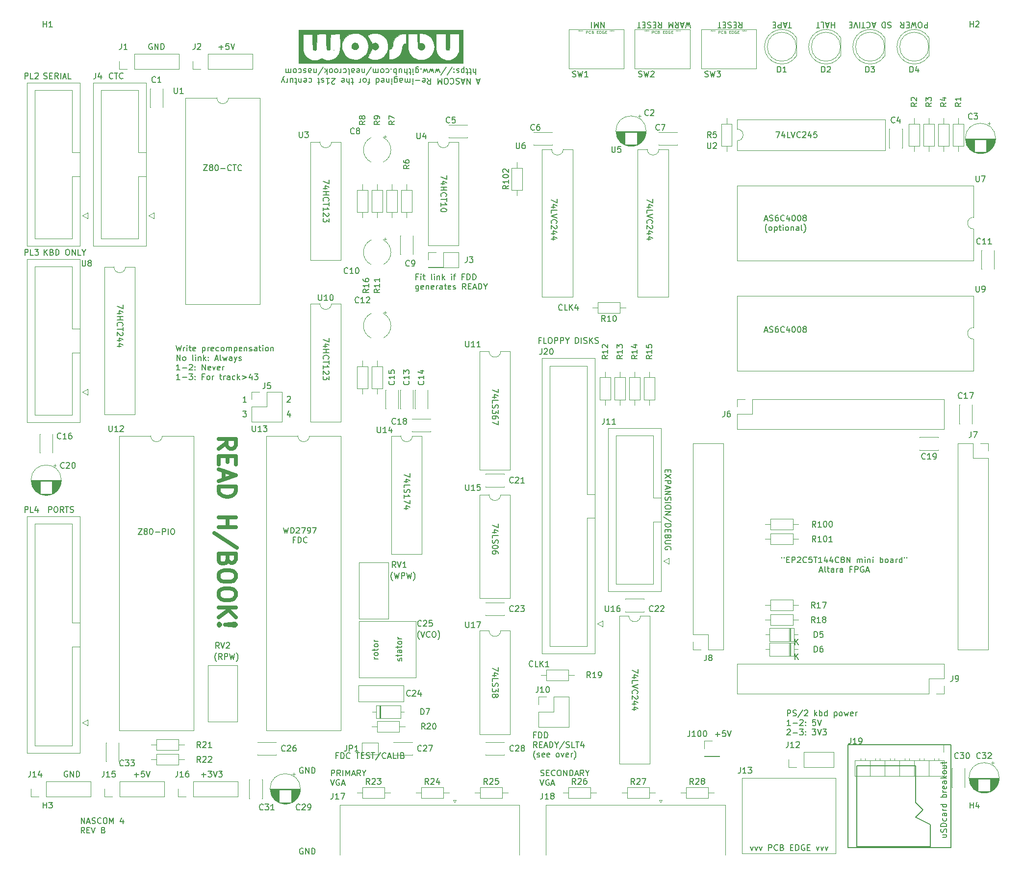
<source format=gto>
%TF.GenerationSoftware,KiCad,Pcbnew,5.1.12-84ad8e8a86~92~ubuntu18.04.1*%
%TF.CreationDate,2022-10-23T22:52:00+01:00*%
%TF.ProjectId,nascom_ng,6e617363-6f6d-45f6-9e67-2e6b69636164,rev?*%
%TF.SameCoordinates,Original*%
%TF.FileFunction,Legend,Top*%
%TF.FilePolarity,Positive*%
%FSLAX46Y46*%
G04 Gerber Fmt 4.6, Leading zero omitted, Abs format (unit mm)*
G04 Created by KiCad (PCBNEW 5.1.12-84ad8e8a86~92~ubuntu18.04.1) date 2022-10-23 22:52:00*
%MOMM*%
%LPD*%
G01*
G04 APERTURE LIST*
%ADD10C,0.150000*%
%ADD11C,0.700000*%
%ADD12C,0.120000*%
%ADD13C,0.001500*%
%ADD14C,0.125000*%
G04 APERTURE END LIST*
D10*
X147304285Y-145486428D02*
X148066190Y-145486428D01*
X147685238Y-145867380D02*
X147685238Y-145105476D01*
X149018571Y-144867380D02*
X148542380Y-144867380D01*
X148494761Y-145343571D01*
X148542380Y-145295952D01*
X148637619Y-145248333D01*
X148875714Y-145248333D01*
X148970952Y-145295952D01*
X149018571Y-145343571D01*
X149066190Y-145438809D01*
X149066190Y-145676904D01*
X149018571Y-145772142D01*
X148970952Y-145819761D01*
X148875714Y-145867380D01*
X148637619Y-145867380D01*
X148542380Y-145819761D01*
X148494761Y-145772142D01*
X149351904Y-144867380D02*
X149685238Y-145867380D01*
X150018571Y-144867380D01*
X44997619Y-71287142D02*
X44997619Y-71953809D01*
X43997619Y-71525238D01*
X44664285Y-72763333D02*
X43997619Y-72763333D01*
X45045238Y-72525238D02*
X44330952Y-72287142D01*
X44330952Y-72906190D01*
X43997619Y-73287142D02*
X44997619Y-73287142D01*
X44521428Y-73287142D02*
X44521428Y-73858571D01*
X43997619Y-73858571D02*
X44997619Y-73858571D01*
X44092857Y-74906190D02*
X44045238Y-74858571D01*
X43997619Y-74715714D01*
X43997619Y-74620476D01*
X44045238Y-74477619D01*
X44140476Y-74382380D01*
X44235714Y-74334761D01*
X44426190Y-74287142D01*
X44569047Y-74287142D01*
X44759523Y-74334761D01*
X44854761Y-74382380D01*
X44950000Y-74477619D01*
X44997619Y-74620476D01*
X44997619Y-74715714D01*
X44950000Y-74858571D01*
X44902380Y-74906190D01*
X44997619Y-75191904D02*
X44997619Y-75763333D01*
X43997619Y-75477619D02*
X44997619Y-75477619D01*
X44902380Y-76049047D02*
X44950000Y-76096666D01*
X44997619Y-76191904D01*
X44997619Y-76430000D01*
X44950000Y-76525238D01*
X44902380Y-76572857D01*
X44807142Y-76620476D01*
X44711904Y-76620476D01*
X44569047Y-76572857D01*
X43997619Y-76001428D01*
X43997619Y-76620476D01*
X44664285Y-77477619D02*
X43997619Y-77477619D01*
X45045238Y-77239523D02*
X44330952Y-77001428D01*
X44330952Y-77620476D01*
X44664285Y-78430000D02*
X43997619Y-78430000D01*
X45045238Y-78191904D02*
X44330952Y-77953809D01*
X44330952Y-78572857D01*
X109767619Y-133882142D02*
X109767619Y-134548809D01*
X108767619Y-134120238D01*
X109434285Y-135358333D02*
X108767619Y-135358333D01*
X109815238Y-135120238D02*
X109100952Y-134882142D01*
X109100952Y-135501190D01*
X108767619Y-136358333D02*
X108767619Y-135882142D01*
X109767619Y-135882142D01*
X108815238Y-136644047D02*
X108767619Y-136786904D01*
X108767619Y-137025000D01*
X108815238Y-137120238D01*
X108862857Y-137167857D01*
X108958095Y-137215476D01*
X109053333Y-137215476D01*
X109148571Y-137167857D01*
X109196190Y-137120238D01*
X109243809Y-137025000D01*
X109291428Y-136834523D01*
X109339047Y-136739285D01*
X109386666Y-136691666D01*
X109481904Y-136644047D01*
X109577142Y-136644047D01*
X109672380Y-136691666D01*
X109720000Y-136739285D01*
X109767619Y-136834523D01*
X109767619Y-137072619D01*
X109720000Y-137215476D01*
X109767619Y-137548809D02*
X109767619Y-138167857D01*
X109386666Y-137834523D01*
X109386666Y-137977380D01*
X109339047Y-138072619D01*
X109291428Y-138120238D01*
X109196190Y-138167857D01*
X108958095Y-138167857D01*
X108862857Y-138120238D01*
X108815238Y-138072619D01*
X108767619Y-137977380D01*
X108767619Y-137691666D01*
X108815238Y-137596428D01*
X108862857Y-137548809D01*
X109339047Y-138739285D02*
X109386666Y-138644047D01*
X109434285Y-138596428D01*
X109529523Y-138548809D01*
X109577142Y-138548809D01*
X109672380Y-138596428D01*
X109720000Y-138644047D01*
X109767619Y-138739285D01*
X109767619Y-138929761D01*
X109720000Y-139025000D01*
X109672380Y-139072619D01*
X109577142Y-139120238D01*
X109529523Y-139120238D01*
X109434285Y-139072619D01*
X109386666Y-139025000D01*
X109339047Y-138929761D01*
X109339047Y-138739285D01*
X109291428Y-138644047D01*
X109243809Y-138596428D01*
X109148571Y-138548809D01*
X108958095Y-138548809D01*
X108862857Y-138596428D01*
X108815238Y-138644047D01*
X108767619Y-138739285D01*
X108767619Y-138929761D01*
X108815238Y-139025000D01*
X108862857Y-139072619D01*
X108958095Y-139120238D01*
X109148571Y-139120238D01*
X109243809Y-139072619D01*
X109291428Y-139025000D01*
X109339047Y-138929761D01*
X109767619Y-109117142D02*
X109767619Y-109783809D01*
X108767619Y-109355238D01*
X109434285Y-110593333D02*
X108767619Y-110593333D01*
X109815238Y-110355238D02*
X109100952Y-110117142D01*
X109100952Y-110736190D01*
X108767619Y-111593333D02*
X108767619Y-111117142D01*
X109767619Y-111117142D01*
X108815238Y-111879047D02*
X108767619Y-112021904D01*
X108767619Y-112260000D01*
X108815238Y-112355238D01*
X108862857Y-112402857D01*
X108958095Y-112450476D01*
X109053333Y-112450476D01*
X109148571Y-112402857D01*
X109196190Y-112355238D01*
X109243809Y-112260000D01*
X109291428Y-112069523D01*
X109339047Y-111974285D01*
X109386666Y-111926666D01*
X109481904Y-111879047D01*
X109577142Y-111879047D01*
X109672380Y-111926666D01*
X109720000Y-111974285D01*
X109767619Y-112069523D01*
X109767619Y-112307619D01*
X109720000Y-112450476D01*
X109767619Y-113069523D02*
X109767619Y-113164761D01*
X109720000Y-113260000D01*
X109672380Y-113307619D01*
X109577142Y-113355238D01*
X109386666Y-113402857D01*
X109148571Y-113402857D01*
X108958095Y-113355238D01*
X108862857Y-113307619D01*
X108815238Y-113260000D01*
X108767619Y-113164761D01*
X108767619Y-113069523D01*
X108815238Y-112974285D01*
X108862857Y-112926666D01*
X108958095Y-112879047D01*
X109148571Y-112831428D01*
X109386666Y-112831428D01*
X109577142Y-112879047D01*
X109672380Y-112926666D01*
X109720000Y-112974285D01*
X109767619Y-113069523D01*
X109767619Y-114260000D02*
X109767619Y-114069523D01*
X109720000Y-113974285D01*
X109672380Y-113926666D01*
X109529523Y-113831428D01*
X109339047Y-113783809D01*
X108958095Y-113783809D01*
X108862857Y-113831428D01*
X108815238Y-113879047D01*
X108767619Y-113974285D01*
X108767619Y-114164761D01*
X108815238Y-114260000D01*
X108862857Y-114307619D01*
X108958095Y-114355238D01*
X109196190Y-114355238D01*
X109291428Y-114307619D01*
X109339047Y-114260000D01*
X109386666Y-114164761D01*
X109386666Y-113974285D01*
X109339047Y-113879047D01*
X109291428Y-113831428D01*
X109196190Y-113783809D01*
X94527619Y-100385952D02*
X94527619Y-101052619D01*
X93527619Y-100624047D01*
X94194285Y-101862142D02*
X93527619Y-101862142D01*
X94575238Y-101624047D02*
X93860952Y-101385952D01*
X93860952Y-102005000D01*
X93527619Y-102862142D02*
X93527619Y-102385952D01*
X94527619Y-102385952D01*
X93575238Y-103147857D02*
X93527619Y-103290714D01*
X93527619Y-103528809D01*
X93575238Y-103624047D01*
X93622857Y-103671666D01*
X93718095Y-103719285D01*
X93813333Y-103719285D01*
X93908571Y-103671666D01*
X93956190Y-103624047D01*
X94003809Y-103528809D01*
X94051428Y-103338333D01*
X94099047Y-103243095D01*
X94146666Y-103195476D01*
X94241904Y-103147857D01*
X94337142Y-103147857D01*
X94432380Y-103195476D01*
X94480000Y-103243095D01*
X94527619Y-103338333D01*
X94527619Y-103576428D01*
X94480000Y-103719285D01*
X93527619Y-104671666D02*
X93527619Y-104100238D01*
X93527619Y-104385952D02*
X94527619Y-104385952D01*
X94384761Y-104290714D01*
X94289523Y-104195476D01*
X94241904Y-104100238D01*
X94527619Y-105005000D02*
X94527619Y-105671666D01*
X93527619Y-105243095D01*
X94194285Y-106481190D02*
X93527619Y-106481190D01*
X94575238Y-106243095D02*
X93860952Y-106005000D01*
X93860952Y-106624047D01*
X109767619Y-85780952D02*
X109767619Y-86447619D01*
X108767619Y-86019047D01*
X109434285Y-87257142D02*
X108767619Y-87257142D01*
X109815238Y-87019047D02*
X109100952Y-86780952D01*
X109100952Y-87400000D01*
X108767619Y-88257142D02*
X108767619Y-87780952D01*
X109767619Y-87780952D01*
X108815238Y-88542857D02*
X108767619Y-88685714D01*
X108767619Y-88923809D01*
X108815238Y-89019047D01*
X108862857Y-89066666D01*
X108958095Y-89114285D01*
X109053333Y-89114285D01*
X109148571Y-89066666D01*
X109196190Y-89019047D01*
X109243809Y-88923809D01*
X109291428Y-88733333D01*
X109339047Y-88638095D01*
X109386666Y-88590476D01*
X109481904Y-88542857D01*
X109577142Y-88542857D01*
X109672380Y-88590476D01*
X109720000Y-88638095D01*
X109767619Y-88733333D01*
X109767619Y-88971428D01*
X109720000Y-89114285D01*
X109767619Y-89447619D02*
X109767619Y-90066666D01*
X109386666Y-89733333D01*
X109386666Y-89876190D01*
X109339047Y-89971428D01*
X109291428Y-90019047D01*
X109196190Y-90066666D01*
X108958095Y-90066666D01*
X108862857Y-90019047D01*
X108815238Y-89971428D01*
X108767619Y-89876190D01*
X108767619Y-89590476D01*
X108815238Y-89495238D01*
X108862857Y-89447619D01*
X109767619Y-90923809D02*
X109767619Y-90733333D01*
X109720000Y-90638095D01*
X109672380Y-90590476D01*
X109529523Y-90495238D01*
X109339047Y-90447619D01*
X108958095Y-90447619D01*
X108862857Y-90495238D01*
X108815238Y-90542857D01*
X108767619Y-90638095D01*
X108767619Y-90828571D01*
X108815238Y-90923809D01*
X108862857Y-90971428D01*
X108958095Y-91019047D01*
X109196190Y-91019047D01*
X109291428Y-90971428D01*
X109339047Y-90923809D01*
X109386666Y-90828571D01*
X109386666Y-90638095D01*
X109339047Y-90542857D01*
X109291428Y-90495238D01*
X109196190Y-90447619D01*
X109767619Y-91352380D02*
X109767619Y-92019047D01*
X108767619Y-91590476D01*
X80557619Y-77002142D02*
X80557619Y-77668809D01*
X79557619Y-77240238D01*
X80224285Y-78478333D02*
X79557619Y-78478333D01*
X80605238Y-78240238D02*
X79890952Y-78002142D01*
X79890952Y-78621190D01*
X79557619Y-79002142D02*
X80557619Y-79002142D01*
X80081428Y-79002142D02*
X80081428Y-79573571D01*
X79557619Y-79573571D02*
X80557619Y-79573571D01*
X79652857Y-80621190D02*
X79605238Y-80573571D01*
X79557619Y-80430714D01*
X79557619Y-80335476D01*
X79605238Y-80192619D01*
X79700476Y-80097380D01*
X79795714Y-80049761D01*
X79986190Y-80002142D01*
X80129047Y-80002142D01*
X80319523Y-80049761D01*
X80414761Y-80097380D01*
X80510000Y-80192619D01*
X80557619Y-80335476D01*
X80557619Y-80430714D01*
X80510000Y-80573571D01*
X80462380Y-80621190D01*
X80557619Y-80906904D02*
X80557619Y-81478333D01*
X79557619Y-81192619D02*
X80557619Y-81192619D01*
X79557619Y-82335476D02*
X79557619Y-81764047D01*
X79557619Y-82049761D02*
X80557619Y-82049761D01*
X80414761Y-81954523D01*
X80319523Y-81859285D01*
X80271904Y-81764047D01*
X80462380Y-82716428D02*
X80510000Y-82764047D01*
X80557619Y-82859285D01*
X80557619Y-83097380D01*
X80510000Y-83192619D01*
X80462380Y-83240238D01*
X80367142Y-83287857D01*
X80271904Y-83287857D01*
X80129047Y-83240238D01*
X79557619Y-82668809D01*
X79557619Y-83287857D01*
X80557619Y-83621190D02*
X80557619Y-84240238D01*
X80176666Y-83906904D01*
X80176666Y-84049761D01*
X80129047Y-84145000D01*
X80081428Y-84192619D01*
X79986190Y-84240238D01*
X79748095Y-84240238D01*
X79652857Y-84192619D01*
X79605238Y-84145000D01*
X79557619Y-84049761D01*
X79557619Y-83764047D01*
X79605238Y-83668809D01*
X79652857Y-83621190D01*
X80557619Y-49697142D02*
X80557619Y-50363809D01*
X79557619Y-49935238D01*
X80224285Y-51173333D02*
X79557619Y-51173333D01*
X80605238Y-50935238D02*
X79890952Y-50697142D01*
X79890952Y-51316190D01*
X79557619Y-51697142D02*
X80557619Y-51697142D01*
X80081428Y-51697142D02*
X80081428Y-52268571D01*
X79557619Y-52268571D02*
X80557619Y-52268571D01*
X79652857Y-53316190D02*
X79605238Y-53268571D01*
X79557619Y-53125714D01*
X79557619Y-53030476D01*
X79605238Y-52887619D01*
X79700476Y-52792380D01*
X79795714Y-52744761D01*
X79986190Y-52697142D01*
X80129047Y-52697142D01*
X80319523Y-52744761D01*
X80414761Y-52792380D01*
X80510000Y-52887619D01*
X80557619Y-53030476D01*
X80557619Y-53125714D01*
X80510000Y-53268571D01*
X80462380Y-53316190D01*
X80557619Y-53601904D02*
X80557619Y-54173333D01*
X79557619Y-53887619D02*
X80557619Y-53887619D01*
X79557619Y-55030476D02*
X79557619Y-54459047D01*
X79557619Y-54744761D02*
X80557619Y-54744761D01*
X80414761Y-54649523D01*
X80319523Y-54554285D01*
X80271904Y-54459047D01*
X80462380Y-55411428D02*
X80510000Y-55459047D01*
X80557619Y-55554285D01*
X80557619Y-55792380D01*
X80510000Y-55887619D01*
X80462380Y-55935238D01*
X80367142Y-55982857D01*
X80271904Y-55982857D01*
X80129047Y-55935238D01*
X79557619Y-55363809D01*
X79557619Y-55982857D01*
X80557619Y-56316190D02*
X80557619Y-56935238D01*
X80176666Y-56601904D01*
X80176666Y-56744761D01*
X80129047Y-56840000D01*
X80081428Y-56887619D01*
X79986190Y-56935238D01*
X79748095Y-56935238D01*
X79652857Y-56887619D01*
X79605238Y-56840000D01*
X79557619Y-56744761D01*
X79557619Y-56459047D01*
X79605238Y-56363809D01*
X79652857Y-56316190D01*
X100877619Y-48903333D02*
X100877619Y-49570000D01*
X99877619Y-49141428D01*
X100544285Y-50379523D02*
X99877619Y-50379523D01*
X100925238Y-50141428D02*
X100210952Y-49903333D01*
X100210952Y-50522380D01*
X99877619Y-50903333D02*
X100877619Y-50903333D01*
X100401428Y-50903333D02*
X100401428Y-51474761D01*
X99877619Y-51474761D02*
X100877619Y-51474761D01*
X99972857Y-52522380D02*
X99925238Y-52474761D01*
X99877619Y-52331904D01*
X99877619Y-52236666D01*
X99925238Y-52093809D01*
X100020476Y-51998571D01*
X100115714Y-51950952D01*
X100306190Y-51903333D01*
X100449047Y-51903333D01*
X100639523Y-51950952D01*
X100734761Y-51998571D01*
X100830000Y-52093809D01*
X100877619Y-52236666D01*
X100877619Y-52331904D01*
X100830000Y-52474761D01*
X100782380Y-52522380D01*
X100877619Y-52808095D02*
X100877619Y-53379523D01*
X99877619Y-53093809D02*
X100877619Y-53093809D01*
X99877619Y-54236666D02*
X99877619Y-53665238D01*
X99877619Y-53950952D02*
X100877619Y-53950952D01*
X100734761Y-53855714D01*
X100639523Y-53760476D01*
X100591904Y-53665238D01*
X100877619Y-54855714D02*
X100877619Y-54950952D01*
X100830000Y-55046190D01*
X100782380Y-55093809D01*
X100687142Y-55141428D01*
X100496666Y-55189047D01*
X100258571Y-55189047D01*
X100068095Y-55141428D01*
X99972857Y-55093809D01*
X99925238Y-55046190D01*
X99877619Y-54950952D01*
X99877619Y-54855714D01*
X99925238Y-54760476D01*
X99972857Y-54712857D01*
X100068095Y-54665238D01*
X100258571Y-54617619D01*
X100496666Y-54617619D01*
X100687142Y-54665238D01*
X100782380Y-54712857D01*
X100830000Y-54760476D01*
X100877619Y-54855714D01*
X157718571Y-41362380D02*
X158385238Y-41362380D01*
X157956666Y-42362380D01*
X159194761Y-41695714D02*
X159194761Y-42362380D01*
X158956666Y-41314761D02*
X158718571Y-42029047D01*
X159337619Y-42029047D01*
X160194761Y-42362380D02*
X159718571Y-42362380D01*
X159718571Y-41362380D01*
X160385238Y-41362380D02*
X160718571Y-42362380D01*
X161051904Y-41362380D01*
X161956666Y-42267142D02*
X161909047Y-42314761D01*
X161766190Y-42362380D01*
X161670952Y-42362380D01*
X161528095Y-42314761D01*
X161432857Y-42219523D01*
X161385238Y-42124285D01*
X161337619Y-41933809D01*
X161337619Y-41790952D01*
X161385238Y-41600476D01*
X161432857Y-41505238D01*
X161528095Y-41410000D01*
X161670952Y-41362380D01*
X161766190Y-41362380D01*
X161909047Y-41410000D01*
X161956666Y-41457619D01*
X162337619Y-41457619D02*
X162385238Y-41410000D01*
X162480476Y-41362380D01*
X162718571Y-41362380D01*
X162813809Y-41410000D01*
X162861428Y-41457619D01*
X162909047Y-41552857D01*
X162909047Y-41648095D01*
X162861428Y-41790952D01*
X162290000Y-42362380D01*
X162909047Y-42362380D01*
X163766190Y-41695714D02*
X163766190Y-42362380D01*
X163528095Y-41314761D02*
X163290000Y-42029047D01*
X163909047Y-42029047D01*
X164766190Y-41362380D02*
X164290000Y-41362380D01*
X164242380Y-41838571D01*
X164290000Y-41790952D01*
X164385238Y-41743333D01*
X164623333Y-41743333D01*
X164718571Y-41790952D01*
X164766190Y-41838571D01*
X164813809Y-41933809D01*
X164813809Y-42171904D01*
X164766190Y-42267142D01*
X164718571Y-42314761D01*
X164623333Y-42362380D01*
X164385238Y-42362380D01*
X164290000Y-42314761D01*
X164242380Y-42267142D01*
X133897619Y-134223571D02*
X133897619Y-134890238D01*
X132897619Y-134461666D01*
X133564285Y-135699761D02*
X132897619Y-135699761D01*
X133945238Y-135461666D02*
X133230952Y-135223571D01*
X133230952Y-135842619D01*
X132897619Y-136699761D02*
X132897619Y-136223571D01*
X133897619Y-136223571D01*
X133897619Y-136890238D02*
X132897619Y-137223571D01*
X133897619Y-137556904D01*
X132992857Y-138461666D02*
X132945238Y-138414047D01*
X132897619Y-138271190D01*
X132897619Y-138175952D01*
X132945238Y-138033095D01*
X133040476Y-137937857D01*
X133135714Y-137890238D01*
X133326190Y-137842619D01*
X133469047Y-137842619D01*
X133659523Y-137890238D01*
X133754761Y-137937857D01*
X133850000Y-138033095D01*
X133897619Y-138175952D01*
X133897619Y-138271190D01*
X133850000Y-138414047D01*
X133802380Y-138461666D01*
X133802380Y-138842619D02*
X133850000Y-138890238D01*
X133897619Y-138985476D01*
X133897619Y-139223571D01*
X133850000Y-139318809D01*
X133802380Y-139366428D01*
X133707142Y-139414047D01*
X133611904Y-139414047D01*
X133469047Y-139366428D01*
X132897619Y-138795000D01*
X132897619Y-139414047D01*
X133564285Y-140271190D02*
X132897619Y-140271190D01*
X133945238Y-140033095D02*
X133230952Y-139795000D01*
X133230952Y-140414047D01*
X133564285Y-141223571D02*
X132897619Y-141223571D01*
X133945238Y-140985476D02*
X133230952Y-140747380D01*
X133230952Y-141366428D01*
X136437619Y-52943571D02*
X136437619Y-53610238D01*
X135437619Y-53181666D01*
X136104285Y-54419761D02*
X135437619Y-54419761D01*
X136485238Y-54181666D02*
X135770952Y-53943571D01*
X135770952Y-54562619D01*
X135437619Y-55419761D02*
X135437619Y-54943571D01*
X136437619Y-54943571D01*
X136437619Y-55610238D02*
X135437619Y-55943571D01*
X136437619Y-56276904D01*
X135532857Y-57181666D02*
X135485238Y-57134047D01*
X135437619Y-56991190D01*
X135437619Y-56895952D01*
X135485238Y-56753095D01*
X135580476Y-56657857D01*
X135675714Y-56610238D01*
X135866190Y-56562619D01*
X136009047Y-56562619D01*
X136199523Y-56610238D01*
X136294761Y-56657857D01*
X136390000Y-56753095D01*
X136437619Y-56895952D01*
X136437619Y-56991190D01*
X136390000Y-57134047D01*
X136342380Y-57181666D01*
X136342380Y-57562619D02*
X136390000Y-57610238D01*
X136437619Y-57705476D01*
X136437619Y-57943571D01*
X136390000Y-58038809D01*
X136342380Y-58086428D01*
X136247142Y-58134047D01*
X136151904Y-58134047D01*
X136009047Y-58086428D01*
X135437619Y-57515000D01*
X135437619Y-58134047D01*
X136104285Y-58991190D02*
X135437619Y-58991190D01*
X136485238Y-58753095D02*
X135770952Y-58515000D01*
X135770952Y-59134047D01*
X136104285Y-59943571D02*
X135437619Y-59943571D01*
X136485238Y-59705476D02*
X135770952Y-59467380D01*
X135770952Y-60086428D01*
X119927619Y-52943571D02*
X119927619Y-53610238D01*
X118927619Y-53181666D01*
X119594285Y-54419761D02*
X118927619Y-54419761D01*
X119975238Y-54181666D02*
X119260952Y-53943571D01*
X119260952Y-54562619D01*
X118927619Y-55419761D02*
X118927619Y-54943571D01*
X119927619Y-54943571D01*
X119927619Y-55610238D02*
X118927619Y-55943571D01*
X119927619Y-56276904D01*
X119022857Y-57181666D02*
X118975238Y-57134047D01*
X118927619Y-56991190D01*
X118927619Y-56895952D01*
X118975238Y-56753095D01*
X119070476Y-56657857D01*
X119165714Y-56610238D01*
X119356190Y-56562619D01*
X119499047Y-56562619D01*
X119689523Y-56610238D01*
X119784761Y-56657857D01*
X119880000Y-56753095D01*
X119927619Y-56895952D01*
X119927619Y-56991190D01*
X119880000Y-57134047D01*
X119832380Y-57181666D01*
X119832380Y-57562619D02*
X119880000Y-57610238D01*
X119927619Y-57705476D01*
X119927619Y-57943571D01*
X119880000Y-58038809D01*
X119832380Y-58086428D01*
X119737142Y-58134047D01*
X119641904Y-58134047D01*
X119499047Y-58086428D01*
X118927619Y-57515000D01*
X118927619Y-58134047D01*
X119594285Y-58991190D02*
X118927619Y-58991190D01*
X119975238Y-58753095D02*
X119260952Y-58515000D01*
X119260952Y-59134047D01*
X119594285Y-59943571D02*
X118927619Y-59943571D01*
X119975238Y-59705476D02*
X119260952Y-59467380D01*
X119260952Y-60086428D01*
X115768571Y-133707142D02*
X115720952Y-133754761D01*
X115578095Y-133802380D01*
X115482857Y-133802380D01*
X115340000Y-133754761D01*
X115244761Y-133659523D01*
X115197142Y-133564285D01*
X115149523Y-133373809D01*
X115149523Y-133230952D01*
X115197142Y-133040476D01*
X115244761Y-132945238D01*
X115340000Y-132850000D01*
X115482857Y-132802380D01*
X115578095Y-132802380D01*
X115720952Y-132850000D01*
X115768571Y-132897619D01*
X116673333Y-133802380D02*
X116197142Y-133802380D01*
X116197142Y-132802380D01*
X117006666Y-133802380D02*
X117006666Y-132802380D01*
X117578095Y-133802380D02*
X117149523Y-133230952D01*
X117578095Y-132802380D02*
X117006666Y-133373809D01*
X118530476Y-133802380D02*
X117959047Y-133802380D01*
X118244761Y-133802380D02*
X118244761Y-132802380D01*
X118149523Y-132945238D01*
X118054285Y-133040476D01*
X117959047Y-133088095D01*
X120848571Y-72112142D02*
X120800952Y-72159761D01*
X120658095Y-72207380D01*
X120562857Y-72207380D01*
X120420000Y-72159761D01*
X120324761Y-72064523D01*
X120277142Y-71969285D01*
X120229523Y-71778809D01*
X120229523Y-71635952D01*
X120277142Y-71445476D01*
X120324761Y-71350238D01*
X120420000Y-71255000D01*
X120562857Y-71207380D01*
X120658095Y-71207380D01*
X120800952Y-71255000D01*
X120848571Y-71302619D01*
X121753333Y-72207380D02*
X121277142Y-72207380D01*
X121277142Y-71207380D01*
X122086666Y-72207380D02*
X122086666Y-71207380D01*
X122658095Y-72207380D02*
X122229523Y-71635952D01*
X122658095Y-71207380D02*
X122086666Y-71778809D01*
X123515238Y-71540714D02*
X123515238Y-72207380D01*
X123277142Y-71159761D02*
X123039047Y-71874047D01*
X123658095Y-71874047D01*
X117134285Y-77398571D02*
X116800952Y-77398571D01*
X116800952Y-77922380D02*
X116800952Y-76922380D01*
X117277142Y-76922380D01*
X118134285Y-77922380D02*
X117658095Y-77922380D01*
X117658095Y-76922380D01*
X118658095Y-76922380D02*
X118848571Y-76922380D01*
X118943809Y-76970000D01*
X119039047Y-77065238D01*
X119086666Y-77255714D01*
X119086666Y-77589047D01*
X119039047Y-77779523D01*
X118943809Y-77874761D01*
X118848571Y-77922380D01*
X118658095Y-77922380D01*
X118562857Y-77874761D01*
X118467619Y-77779523D01*
X118420000Y-77589047D01*
X118420000Y-77255714D01*
X118467619Y-77065238D01*
X118562857Y-76970000D01*
X118658095Y-76922380D01*
X119515238Y-77922380D02*
X119515238Y-76922380D01*
X119896190Y-76922380D01*
X119991428Y-76970000D01*
X120039047Y-77017619D01*
X120086666Y-77112857D01*
X120086666Y-77255714D01*
X120039047Y-77350952D01*
X119991428Y-77398571D01*
X119896190Y-77446190D01*
X119515238Y-77446190D01*
X120515238Y-77922380D02*
X120515238Y-76922380D01*
X120896190Y-76922380D01*
X120991428Y-76970000D01*
X121039047Y-77017619D01*
X121086666Y-77112857D01*
X121086666Y-77255714D01*
X121039047Y-77350952D01*
X120991428Y-77398571D01*
X120896190Y-77446190D01*
X120515238Y-77446190D01*
X121705714Y-77446190D02*
X121705714Y-77922380D01*
X121372380Y-76922380D02*
X121705714Y-77446190D01*
X122039047Y-76922380D01*
X123134285Y-77922380D02*
X123134285Y-76922380D01*
X123372380Y-76922380D01*
X123515238Y-76970000D01*
X123610476Y-77065238D01*
X123658095Y-77160476D01*
X123705714Y-77350952D01*
X123705714Y-77493809D01*
X123658095Y-77684285D01*
X123610476Y-77779523D01*
X123515238Y-77874761D01*
X123372380Y-77922380D01*
X123134285Y-77922380D01*
X124134285Y-77922380D02*
X124134285Y-76922380D01*
X124562857Y-77874761D02*
X124705714Y-77922380D01*
X124943809Y-77922380D01*
X125039047Y-77874761D01*
X125086666Y-77827142D01*
X125134285Y-77731904D01*
X125134285Y-77636666D01*
X125086666Y-77541428D01*
X125039047Y-77493809D01*
X124943809Y-77446190D01*
X124753333Y-77398571D01*
X124658095Y-77350952D01*
X124610476Y-77303333D01*
X124562857Y-77208095D01*
X124562857Y-77112857D01*
X124610476Y-77017619D01*
X124658095Y-76970000D01*
X124753333Y-76922380D01*
X124991428Y-76922380D01*
X125134285Y-76970000D01*
X125562857Y-77922380D02*
X125562857Y-76922380D01*
X126134285Y-77922380D02*
X125705714Y-77350952D01*
X126134285Y-76922380D02*
X125562857Y-77493809D01*
X126515238Y-77874761D02*
X126658095Y-77922380D01*
X126896190Y-77922380D01*
X126991428Y-77874761D01*
X127039047Y-77827142D01*
X127086666Y-77731904D01*
X127086666Y-77636666D01*
X127039047Y-77541428D01*
X126991428Y-77493809D01*
X126896190Y-77446190D01*
X126705714Y-77398571D01*
X126610476Y-77350952D01*
X126562857Y-77303333D01*
X126515238Y-77208095D01*
X126515238Y-77112857D01*
X126562857Y-77017619D01*
X126610476Y-76970000D01*
X126705714Y-76922380D01*
X126943809Y-76922380D01*
X127086666Y-76970000D01*
X139136428Y-99775238D02*
X139136428Y-100108571D01*
X138612619Y-100251428D02*
X138612619Y-99775238D01*
X139612619Y-99775238D01*
X139612619Y-100251428D01*
X139612619Y-100584761D02*
X138612619Y-101251428D01*
X139612619Y-101251428D02*
X138612619Y-100584761D01*
X138612619Y-101632380D02*
X139612619Y-101632380D01*
X139612619Y-102013333D01*
X139565000Y-102108571D01*
X139517380Y-102156190D01*
X139422142Y-102203809D01*
X139279285Y-102203809D01*
X139184047Y-102156190D01*
X139136428Y-102108571D01*
X139088809Y-102013333D01*
X139088809Y-101632380D01*
X138898333Y-102584761D02*
X138898333Y-103060952D01*
X138612619Y-102489523D02*
X139612619Y-102822857D01*
X138612619Y-103156190D01*
X138612619Y-103489523D02*
X139612619Y-103489523D01*
X138612619Y-104060952D01*
X139612619Y-104060952D01*
X138660238Y-104489523D02*
X138612619Y-104632380D01*
X138612619Y-104870476D01*
X138660238Y-104965714D01*
X138707857Y-105013333D01*
X138803095Y-105060952D01*
X138898333Y-105060952D01*
X138993571Y-105013333D01*
X139041190Y-104965714D01*
X139088809Y-104870476D01*
X139136428Y-104680000D01*
X139184047Y-104584761D01*
X139231666Y-104537142D01*
X139326904Y-104489523D01*
X139422142Y-104489523D01*
X139517380Y-104537142D01*
X139565000Y-104584761D01*
X139612619Y-104680000D01*
X139612619Y-104918095D01*
X139565000Y-105060952D01*
X138612619Y-105489523D02*
X139612619Y-105489523D01*
X139612619Y-106156190D02*
X139612619Y-106346666D01*
X139565000Y-106441904D01*
X139469761Y-106537142D01*
X139279285Y-106584761D01*
X138945952Y-106584761D01*
X138755476Y-106537142D01*
X138660238Y-106441904D01*
X138612619Y-106346666D01*
X138612619Y-106156190D01*
X138660238Y-106060952D01*
X138755476Y-105965714D01*
X138945952Y-105918095D01*
X139279285Y-105918095D01*
X139469761Y-105965714D01*
X139565000Y-106060952D01*
X139612619Y-106156190D01*
X138612619Y-107013333D02*
X139612619Y-107013333D01*
X138612619Y-107584761D01*
X139612619Y-107584761D01*
X139660238Y-108775238D02*
X138374523Y-107918095D01*
X138612619Y-109108571D02*
X139612619Y-109108571D01*
X139612619Y-109346666D01*
X139565000Y-109489523D01*
X139469761Y-109584761D01*
X139374523Y-109632380D01*
X139184047Y-109680000D01*
X139041190Y-109680000D01*
X138850714Y-109632380D01*
X138755476Y-109584761D01*
X138660238Y-109489523D01*
X138612619Y-109346666D01*
X138612619Y-109108571D01*
X139136428Y-110108571D02*
X139136428Y-110441904D01*
X138612619Y-110584761D02*
X138612619Y-110108571D01*
X139612619Y-110108571D01*
X139612619Y-110584761D01*
X139136428Y-111346666D02*
X139088809Y-111489523D01*
X139041190Y-111537142D01*
X138945952Y-111584761D01*
X138803095Y-111584761D01*
X138707857Y-111537142D01*
X138660238Y-111489523D01*
X138612619Y-111394285D01*
X138612619Y-111013333D01*
X139612619Y-111013333D01*
X139612619Y-111346666D01*
X139565000Y-111441904D01*
X139517380Y-111489523D01*
X139422142Y-111537142D01*
X139326904Y-111537142D01*
X139231666Y-111489523D01*
X139184047Y-111441904D01*
X139136428Y-111346666D01*
X139136428Y-111013333D01*
X139612619Y-112013333D02*
X138803095Y-112013333D01*
X138707857Y-112060952D01*
X138660238Y-112108571D01*
X138612619Y-112203809D01*
X138612619Y-112394285D01*
X138660238Y-112489523D01*
X138707857Y-112537142D01*
X138803095Y-112584761D01*
X139612619Y-112584761D01*
X139565000Y-113584761D02*
X139612619Y-113489523D01*
X139612619Y-113346666D01*
X139565000Y-113203809D01*
X139469761Y-113108571D01*
X139374523Y-113060952D01*
X139184047Y-113013333D01*
X139041190Y-113013333D01*
X138850714Y-113060952D01*
X138755476Y-113108571D01*
X138660238Y-113203809D01*
X138612619Y-113346666D01*
X138612619Y-113441904D01*
X138660238Y-113584761D01*
X138707857Y-113632380D01*
X139041190Y-113632380D01*
X139041190Y-113441904D01*
X158783095Y-114832380D02*
X158783095Y-115022857D01*
X159164047Y-114832380D02*
X159164047Y-115022857D01*
X159592619Y-115308571D02*
X159925952Y-115308571D01*
X160068809Y-115832380D02*
X159592619Y-115832380D01*
X159592619Y-114832380D01*
X160068809Y-114832380D01*
X160497380Y-115832380D02*
X160497380Y-114832380D01*
X160878333Y-114832380D01*
X160973571Y-114880000D01*
X161021190Y-114927619D01*
X161068809Y-115022857D01*
X161068809Y-115165714D01*
X161021190Y-115260952D01*
X160973571Y-115308571D01*
X160878333Y-115356190D01*
X160497380Y-115356190D01*
X161449761Y-114927619D02*
X161497380Y-114880000D01*
X161592619Y-114832380D01*
X161830714Y-114832380D01*
X161925952Y-114880000D01*
X161973571Y-114927619D01*
X162021190Y-115022857D01*
X162021190Y-115118095D01*
X161973571Y-115260952D01*
X161402142Y-115832380D01*
X162021190Y-115832380D01*
X163021190Y-115737142D02*
X162973571Y-115784761D01*
X162830714Y-115832380D01*
X162735476Y-115832380D01*
X162592619Y-115784761D01*
X162497380Y-115689523D01*
X162449761Y-115594285D01*
X162402142Y-115403809D01*
X162402142Y-115260952D01*
X162449761Y-115070476D01*
X162497380Y-114975238D01*
X162592619Y-114880000D01*
X162735476Y-114832380D01*
X162830714Y-114832380D01*
X162973571Y-114880000D01*
X163021190Y-114927619D01*
X163925952Y-114832380D02*
X163449761Y-114832380D01*
X163402142Y-115308571D01*
X163449761Y-115260952D01*
X163545000Y-115213333D01*
X163783095Y-115213333D01*
X163878333Y-115260952D01*
X163925952Y-115308571D01*
X163973571Y-115403809D01*
X163973571Y-115641904D01*
X163925952Y-115737142D01*
X163878333Y-115784761D01*
X163783095Y-115832380D01*
X163545000Y-115832380D01*
X163449761Y-115784761D01*
X163402142Y-115737142D01*
X164259285Y-114832380D02*
X164830714Y-114832380D01*
X164545000Y-115832380D02*
X164545000Y-114832380D01*
X165687857Y-115832380D02*
X165116428Y-115832380D01*
X165402142Y-115832380D02*
X165402142Y-114832380D01*
X165306904Y-114975238D01*
X165211666Y-115070476D01*
X165116428Y-115118095D01*
X166545000Y-115165714D02*
X166545000Y-115832380D01*
X166306904Y-114784761D02*
X166068809Y-115499047D01*
X166687857Y-115499047D01*
X167497380Y-115165714D02*
X167497380Y-115832380D01*
X167259285Y-114784761D02*
X167021190Y-115499047D01*
X167640238Y-115499047D01*
X168592619Y-115737142D02*
X168545000Y-115784761D01*
X168402142Y-115832380D01*
X168306904Y-115832380D01*
X168164047Y-115784761D01*
X168068809Y-115689523D01*
X168021190Y-115594285D01*
X167973571Y-115403809D01*
X167973571Y-115260952D01*
X168021190Y-115070476D01*
X168068809Y-114975238D01*
X168164047Y-114880000D01*
X168306904Y-114832380D01*
X168402142Y-114832380D01*
X168545000Y-114880000D01*
X168592619Y-114927619D01*
X169164047Y-115260952D02*
X169068809Y-115213333D01*
X169021190Y-115165714D01*
X168973571Y-115070476D01*
X168973571Y-115022857D01*
X169021190Y-114927619D01*
X169068809Y-114880000D01*
X169164047Y-114832380D01*
X169354523Y-114832380D01*
X169449761Y-114880000D01*
X169497380Y-114927619D01*
X169545000Y-115022857D01*
X169545000Y-115070476D01*
X169497380Y-115165714D01*
X169449761Y-115213333D01*
X169354523Y-115260952D01*
X169164047Y-115260952D01*
X169068809Y-115308571D01*
X169021190Y-115356190D01*
X168973571Y-115451428D01*
X168973571Y-115641904D01*
X169021190Y-115737142D01*
X169068809Y-115784761D01*
X169164047Y-115832380D01*
X169354523Y-115832380D01*
X169449761Y-115784761D01*
X169497380Y-115737142D01*
X169545000Y-115641904D01*
X169545000Y-115451428D01*
X169497380Y-115356190D01*
X169449761Y-115308571D01*
X169354523Y-115260952D01*
X169973571Y-115832380D02*
X169973571Y-114832380D01*
X170545000Y-115832380D01*
X170545000Y-114832380D01*
X171783095Y-115832380D02*
X171783095Y-115165714D01*
X171783095Y-115260952D02*
X171830714Y-115213333D01*
X171925952Y-115165714D01*
X172068809Y-115165714D01*
X172164047Y-115213333D01*
X172211666Y-115308571D01*
X172211666Y-115832380D01*
X172211666Y-115308571D02*
X172259285Y-115213333D01*
X172354523Y-115165714D01*
X172497380Y-115165714D01*
X172592619Y-115213333D01*
X172640238Y-115308571D01*
X172640238Y-115832380D01*
X173116428Y-115832380D02*
X173116428Y-115165714D01*
X173116428Y-114832380D02*
X173068809Y-114880000D01*
X173116428Y-114927619D01*
X173164047Y-114880000D01*
X173116428Y-114832380D01*
X173116428Y-114927619D01*
X173592619Y-115165714D02*
X173592619Y-115832380D01*
X173592619Y-115260952D02*
X173640238Y-115213333D01*
X173735476Y-115165714D01*
X173878333Y-115165714D01*
X173973571Y-115213333D01*
X174021190Y-115308571D01*
X174021190Y-115832380D01*
X174497380Y-115832380D02*
X174497380Y-115165714D01*
X174497380Y-114832380D02*
X174449761Y-114880000D01*
X174497380Y-114927619D01*
X174545000Y-114880000D01*
X174497380Y-114832380D01*
X174497380Y-114927619D01*
X175735476Y-115832380D02*
X175735476Y-114832380D01*
X175735476Y-115213333D02*
X175830714Y-115165714D01*
X176021190Y-115165714D01*
X176116428Y-115213333D01*
X176164047Y-115260952D01*
X176211666Y-115356190D01*
X176211666Y-115641904D01*
X176164047Y-115737142D01*
X176116428Y-115784761D01*
X176021190Y-115832380D01*
X175830714Y-115832380D01*
X175735476Y-115784761D01*
X176783095Y-115832380D02*
X176687857Y-115784761D01*
X176640238Y-115737142D01*
X176592619Y-115641904D01*
X176592619Y-115356190D01*
X176640238Y-115260952D01*
X176687857Y-115213333D01*
X176783095Y-115165714D01*
X176925952Y-115165714D01*
X177021190Y-115213333D01*
X177068809Y-115260952D01*
X177116428Y-115356190D01*
X177116428Y-115641904D01*
X177068809Y-115737142D01*
X177021190Y-115784761D01*
X176925952Y-115832380D01*
X176783095Y-115832380D01*
X177973571Y-115832380D02*
X177973571Y-115308571D01*
X177925952Y-115213333D01*
X177830714Y-115165714D01*
X177640238Y-115165714D01*
X177545000Y-115213333D01*
X177973571Y-115784761D02*
X177878333Y-115832380D01*
X177640238Y-115832380D01*
X177545000Y-115784761D01*
X177497380Y-115689523D01*
X177497380Y-115594285D01*
X177545000Y-115499047D01*
X177640238Y-115451428D01*
X177878333Y-115451428D01*
X177973571Y-115403809D01*
X178449761Y-115832380D02*
X178449761Y-115165714D01*
X178449761Y-115356190D02*
X178497380Y-115260952D01*
X178545000Y-115213333D01*
X178640238Y-115165714D01*
X178735476Y-115165714D01*
X179497380Y-115832380D02*
X179497380Y-114832380D01*
X179497380Y-115784761D02*
X179402142Y-115832380D01*
X179211666Y-115832380D01*
X179116428Y-115784761D01*
X179068809Y-115737142D01*
X179021190Y-115641904D01*
X179021190Y-115356190D01*
X179068809Y-115260952D01*
X179116428Y-115213333D01*
X179211666Y-115165714D01*
X179402142Y-115165714D01*
X179497380Y-115213333D01*
X179925952Y-114832380D02*
X179925952Y-115022857D01*
X180306904Y-114832380D02*
X180306904Y-115022857D01*
X165306904Y-117196666D02*
X165783095Y-117196666D01*
X165211666Y-117482380D02*
X165545000Y-116482380D01*
X165878333Y-117482380D01*
X166354523Y-117482380D02*
X166259285Y-117434761D01*
X166211666Y-117339523D01*
X166211666Y-116482380D01*
X166592619Y-116815714D02*
X166973571Y-116815714D01*
X166735476Y-116482380D02*
X166735476Y-117339523D01*
X166783095Y-117434761D01*
X166878333Y-117482380D01*
X166973571Y-117482380D01*
X167735476Y-117482380D02*
X167735476Y-116958571D01*
X167687857Y-116863333D01*
X167592619Y-116815714D01*
X167402142Y-116815714D01*
X167306904Y-116863333D01*
X167735476Y-117434761D02*
X167640238Y-117482380D01*
X167402142Y-117482380D01*
X167306904Y-117434761D01*
X167259285Y-117339523D01*
X167259285Y-117244285D01*
X167306904Y-117149047D01*
X167402142Y-117101428D01*
X167640238Y-117101428D01*
X167735476Y-117053809D01*
X168211666Y-117482380D02*
X168211666Y-116815714D01*
X168211666Y-117006190D02*
X168259285Y-116910952D01*
X168306904Y-116863333D01*
X168402142Y-116815714D01*
X168497380Y-116815714D01*
X169259285Y-117482380D02*
X169259285Y-116958571D01*
X169211666Y-116863333D01*
X169116428Y-116815714D01*
X168925952Y-116815714D01*
X168830714Y-116863333D01*
X169259285Y-117434761D02*
X169164047Y-117482380D01*
X168925952Y-117482380D01*
X168830714Y-117434761D01*
X168783095Y-117339523D01*
X168783095Y-117244285D01*
X168830714Y-117149047D01*
X168925952Y-117101428D01*
X169164047Y-117101428D01*
X169259285Y-117053809D01*
X170830714Y-116958571D02*
X170497380Y-116958571D01*
X170497380Y-117482380D02*
X170497380Y-116482380D01*
X170973571Y-116482380D01*
X171354523Y-117482380D02*
X171354523Y-116482380D01*
X171735476Y-116482380D01*
X171830714Y-116530000D01*
X171878333Y-116577619D01*
X171925952Y-116672857D01*
X171925952Y-116815714D01*
X171878333Y-116910952D01*
X171830714Y-116958571D01*
X171735476Y-117006190D01*
X171354523Y-117006190D01*
X172878333Y-116530000D02*
X172783095Y-116482380D01*
X172640238Y-116482380D01*
X172497380Y-116530000D01*
X172402142Y-116625238D01*
X172354523Y-116720476D01*
X172306904Y-116910952D01*
X172306904Y-117053809D01*
X172354523Y-117244285D01*
X172402142Y-117339523D01*
X172497380Y-117434761D01*
X172640238Y-117482380D01*
X172735476Y-117482380D01*
X172878333Y-117434761D01*
X172925952Y-117387142D01*
X172925952Y-117053809D01*
X172735476Y-117053809D01*
X173306904Y-117196666D02*
X173783095Y-117196666D01*
X173211666Y-117482380D02*
X173545000Y-116482380D01*
X173878333Y-117482380D01*
X155789761Y-56491666D02*
X156265952Y-56491666D01*
X155694523Y-56777380D02*
X156027857Y-55777380D01*
X156361190Y-56777380D01*
X156646904Y-56729761D02*
X156789761Y-56777380D01*
X157027857Y-56777380D01*
X157123095Y-56729761D01*
X157170714Y-56682142D01*
X157218333Y-56586904D01*
X157218333Y-56491666D01*
X157170714Y-56396428D01*
X157123095Y-56348809D01*
X157027857Y-56301190D01*
X156837380Y-56253571D01*
X156742142Y-56205952D01*
X156694523Y-56158333D01*
X156646904Y-56063095D01*
X156646904Y-55967857D01*
X156694523Y-55872619D01*
X156742142Y-55825000D01*
X156837380Y-55777380D01*
X157075476Y-55777380D01*
X157218333Y-55825000D01*
X158075476Y-55777380D02*
X157885000Y-55777380D01*
X157789761Y-55825000D01*
X157742142Y-55872619D01*
X157646904Y-56015476D01*
X157599285Y-56205952D01*
X157599285Y-56586904D01*
X157646904Y-56682142D01*
X157694523Y-56729761D01*
X157789761Y-56777380D01*
X157980238Y-56777380D01*
X158075476Y-56729761D01*
X158123095Y-56682142D01*
X158170714Y-56586904D01*
X158170714Y-56348809D01*
X158123095Y-56253571D01*
X158075476Y-56205952D01*
X157980238Y-56158333D01*
X157789761Y-56158333D01*
X157694523Y-56205952D01*
X157646904Y-56253571D01*
X157599285Y-56348809D01*
X159170714Y-56682142D02*
X159123095Y-56729761D01*
X158980238Y-56777380D01*
X158885000Y-56777380D01*
X158742142Y-56729761D01*
X158646904Y-56634523D01*
X158599285Y-56539285D01*
X158551666Y-56348809D01*
X158551666Y-56205952D01*
X158599285Y-56015476D01*
X158646904Y-55920238D01*
X158742142Y-55825000D01*
X158885000Y-55777380D01*
X158980238Y-55777380D01*
X159123095Y-55825000D01*
X159170714Y-55872619D01*
X160027857Y-56110714D02*
X160027857Y-56777380D01*
X159789761Y-55729761D02*
X159551666Y-56444047D01*
X160170714Y-56444047D01*
X160742142Y-55777380D02*
X160837380Y-55777380D01*
X160932619Y-55825000D01*
X160980238Y-55872619D01*
X161027857Y-55967857D01*
X161075476Y-56158333D01*
X161075476Y-56396428D01*
X161027857Y-56586904D01*
X160980238Y-56682142D01*
X160932619Y-56729761D01*
X160837380Y-56777380D01*
X160742142Y-56777380D01*
X160646904Y-56729761D01*
X160599285Y-56682142D01*
X160551666Y-56586904D01*
X160504047Y-56396428D01*
X160504047Y-56158333D01*
X160551666Y-55967857D01*
X160599285Y-55872619D01*
X160646904Y-55825000D01*
X160742142Y-55777380D01*
X161694523Y-55777380D02*
X161789761Y-55777380D01*
X161885000Y-55825000D01*
X161932619Y-55872619D01*
X161980238Y-55967857D01*
X162027857Y-56158333D01*
X162027857Y-56396428D01*
X161980238Y-56586904D01*
X161932619Y-56682142D01*
X161885000Y-56729761D01*
X161789761Y-56777380D01*
X161694523Y-56777380D01*
X161599285Y-56729761D01*
X161551666Y-56682142D01*
X161504047Y-56586904D01*
X161456428Y-56396428D01*
X161456428Y-56158333D01*
X161504047Y-55967857D01*
X161551666Y-55872619D01*
X161599285Y-55825000D01*
X161694523Y-55777380D01*
X162599285Y-56205952D02*
X162504047Y-56158333D01*
X162456428Y-56110714D01*
X162408809Y-56015476D01*
X162408809Y-55967857D01*
X162456428Y-55872619D01*
X162504047Y-55825000D01*
X162599285Y-55777380D01*
X162789761Y-55777380D01*
X162885000Y-55825000D01*
X162932619Y-55872619D01*
X162980238Y-55967857D01*
X162980238Y-56015476D01*
X162932619Y-56110714D01*
X162885000Y-56158333D01*
X162789761Y-56205952D01*
X162599285Y-56205952D01*
X162504047Y-56253571D01*
X162456428Y-56301190D01*
X162408809Y-56396428D01*
X162408809Y-56586904D01*
X162456428Y-56682142D01*
X162504047Y-56729761D01*
X162599285Y-56777380D01*
X162789761Y-56777380D01*
X162885000Y-56729761D01*
X162932619Y-56682142D01*
X162980238Y-56586904D01*
X162980238Y-56396428D01*
X162932619Y-56301190D01*
X162885000Y-56253571D01*
X162789761Y-56205952D01*
X156194523Y-58808333D02*
X156146904Y-58760714D01*
X156051666Y-58617857D01*
X156004047Y-58522619D01*
X155956428Y-58379761D01*
X155908809Y-58141666D01*
X155908809Y-57951190D01*
X155956428Y-57713095D01*
X156004047Y-57570238D01*
X156051666Y-57475000D01*
X156146904Y-57332142D01*
X156194523Y-57284523D01*
X156718333Y-58427380D02*
X156623095Y-58379761D01*
X156575476Y-58332142D01*
X156527857Y-58236904D01*
X156527857Y-57951190D01*
X156575476Y-57855952D01*
X156623095Y-57808333D01*
X156718333Y-57760714D01*
X156861190Y-57760714D01*
X156956428Y-57808333D01*
X157004047Y-57855952D01*
X157051666Y-57951190D01*
X157051666Y-58236904D01*
X157004047Y-58332142D01*
X156956428Y-58379761D01*
X156861190Y-58427380D01*
X156718333Y-58427380D01*
X157480238Y-57760714D02*
X157480238Y-58760714D01*
X157480238Y-57808333D02*
X157575476Y-57760714D01*
X157765952Y-57760714D01*
X157861190Y-57808333D01*
X157908809Y-57855952D01*
X157956428Y-57951190D01*
X157956428Y-58236904D01*
X157908809Y-58332142D01*
X157861190Y-58379761D01*
X157765952Y-58427380D01*
X157575476Y-58427380D01*
X157480238Y-58379761D01*
X158242142Y-57760714D02*
X158623095Y-57760714D01*
X158385000Y-57427380D02*
X158385000Y-58284523D01*
X158432619Y-58379761D01*
X158527857Y-58427380D01*
X158623095Y-58427380D01*
X158956428Y-58427380D02*
X158956428Y-57760714D01*
X158956428Y-57427380D02*
X158908809Y-57475000D01*
X158956428Y-57522619D01*
X159004047Y-57475000D01*
X158956428Y-57427380D01*
X158956428Y-57522619D01*
X159575476Y-58427380D02*
X159480238Y-58379761D01*
X159432619Y-58332142D01*
X159385000Y-58236904D01*
X159385000Y-57951190D01*
X159432619Y-57855952D01*
X159480238Y-57808333D01*
X159575476Y-57760714D01*
X159718333Y-57760714D01*
X159813571Y-57808333D01*
X159861190Y-57855952D01*
X159908809Y-57951190D01*
X159908809Y-58236904D01*
X159861190Y-58332142D01*
X159813571Y-58379761D01*
X159718333Y-58427380D01*
X159575476Y-58427380D01*
X160337380Y-57760714D02*
X160337380Y-58427380D01*
X160337380Y-57855952D02*
X160385000Y-57808333D01*
X160480238Y-57760714D01*
X160623095Y-57760714D01*
X160718333Y-57808333D01*
X160765952Y-57903571D01*
X160765952Y-58427380D01*
X161670714Y-58427380D02*
X161670714Y-57903571D01*
X161623095Y-57808333D01*
X161527857Y-57760714D01*
X161337380Y-57760714D01*
X161242142Y-57808333D01*
X161670714Y-58379761D02*
X161575476Y-58427380D01*
X161337380Y-58427380D01*
X161242142Y-58379761D01*
X161194523Y-58284523D01*
X161194523Y-58189285D01*
X161242142Y-58094047D01*
X161337380Y-58046428D01*
X161575476Y-58046428D01*
X161670714Y-57998809D01*
X162289761Y-58427380D02*
X162194523Y-58379761D01*
X162146904Y-58284523D01*
X162146904Y-57427380D01*
X162575476Y-58808333D02*
X162623095Y-58760714D01*
X162718333Y-58617857D01*
X162765952Y-58522619D01*
X162813571Y-58379761D01*
X162861190Y-58141666D01*
X162861190Y-57951190D01*
X162813571Y-57713095D01*
X162765952Y-57570238D01*
X162718333Y-57475000D01*
X162623095Y-57332142D01*
X162575476Y-57284523D01*
X155789761Y-75731666D02*
X156265952Y-75731666D01*
X155694523Y-76017380D02*
X156027857Y-75017380D01*
X156361190Y-76017380D01*
X156646904Y-75969761D02*
X156789761Y-76017380D01*
X157027857Y-76017380D01*
X157123095Y-75969761D01*
X157170714Y-75922142D01*
X157218333Y-75826904D01*
X157218333Y-75731666D01*
X157170714Y-75636428D01*
X157123095Y-75588809D01*
X157027857Y-75541190D01*
X156837380Y-75493571D01*
X156742142Y-75445952D01*
X156694523Y-75398333D01*
X156646904Y-75303095D01*
X156646904Y-75207857D01*
X156694523Y-75112619D01*
X156742142Y-75065000D01*
X156837380Y-75017380D01*
X157075476Y-75017380D01*
X157218333Y-75065000D01*
X158075476Y-75017380D02*
X157885000Y-75017380D01*
X157789761Y-75065000D01*
X157742142Y-75112619D01*
X157646904Y-75255476D01*
X157599285Y-75445952D01*
X157599285Y-75826904D01*
X157646904Y-75922142D01*
X157694523Y-75969761D01*
X157789761Y-76017380D01*
X157980238Y-76017380D01*
X158075476Y-75969761D01*
X158123095Y-75922142D01*
X158170714Y-75826904D01*
X158170714Y-75588809D01*
X158123095Y-75493571D01*
X158075476Y-75445952D01*
X157980238Y-75398333D01*
X157789761Y-75398333D01*
X157694523Y-75445952D01*
X157646904Y-75493571D01*
X157599285Y-75588809D01*
X159170714Y-75922142D02*
X159123095Y-75969761D01*
X158980238Y-76017380D01*
X158885000Y-76017380D01*
X158742142Y-75969761D01*
X158646904Y-75874523D01*
X158599285Y-75779285D01*
X158551666Y-75588809D01*
X158551666Y-75445952D01*
X158599285Y-75255476D01*
X158646904Y-75160238D01*
X158742142Y-75065000D01*
X158885000Y-75017380D01*
X158980238Y-75017380D01*
X159123095Y-75065000D01*
X159170714Y-75112619D01*
X160027857Y-75350714D02*
X160027857Y-76017380D01*
X159789761Y-74969761D02*
X159551666Y-75684047D01*
X160170714Y-75684047D01*
X160742142Y-75017380D02*
X160837380Y-75017380D01*
X160932619Y-75065000D01*
X160980238Y-75112619D01*
X161027857Y-75207857D01*
X161075476Y-75398333D01*
X161075476Y-75636428D01*
X161027857Y-75826904D01*
X160980238Y-75922142D01*
X160932619Y-75969761D01*
X160837380Y-76017380D01*
X160742142Y-76017380D01*
X160646904Y-75969761D01*
X160599285Y-75922142D01*
X160551666Y-75826904D01*
X160504047Y-75636428D01*
X160504047Y-75398333D01*
X160551666Y-75207857D01*
X160599285Y-75112619D01*
X160646904Y-75065000D01*
X160742142Y-75017380D01*
X161694523Y-75017380D02*
X161789761Y-75017380D01*
X161885000Y-75065000D01*
X161932619Y-75112619D01*
X161980238Y-75207857D01*
X162027857Y-75398333D01*
X162027857Y-75636428D01*
X161980238Y-75826904D01*
X161932619Y-75922142D01*
X161885000Y-75969761D01*
X161789761Y-76017380D01*
X161694523Y-76017380D01*
X161599285Y-75969761D01*
X161551666Y-75922142D01*
X161504047Y-75826904D01*
X161456428Y-75636428D01*
X161456428Y-75398333D01*
X161504047Y-75207857D01*
X161551666Y-75112619D01*
X161599285Y-75065000D01*
X161694523Y-75017380D01*
X162599285Y-75445952D02*
X162504047Y-75398333D01*
X162456428Y-75350714D01*
X162408809Y-75255476D01*
X162408809Y-75207857D01*
X162456428Y-75112619D01*
X162504047Y-75065000D01*
X162599285Y-75017380D01*
X162789761Y-75017380D01*
X162885000Y-75065000D01*
X162932619Y-75112619D01*
X162980238Y-75207857D01*
X162980238Y-75255476D01*
X162932619Y-75350714D01*
X162885000Y-75398333D01*
X162789761Y-75445952D01*
X162599285Y-75445952D01*
X162504047Y-75493571D01*
X162456428Y-75541190D01*
X162408809Y-75636428D01*
X162408809Y-75826904D01*
X162456428Y-75922142D01*
X162504047Y-75969761D01*
X162599285Y-76017380D01*
X162789761Y-76017380D01*
X162885000Y-75969761D01*
X162932619Y-75922142D01*
X162980238Y-75826904D01*
X162980238Y-75636428D01*
X162932619Y-75541190D01*
X162885000Y-75493571D01*
X162789761Y-75445952D01*
X72731666Y-109752380D02*
X72969761Y-110752380D01*
X73160238Y-110038095D01*
X73350714Y-110752380D01*
X73588809Y-109752380D01*
X73969761Y-110752380D02*
X73969761Y-109752380D01*
X74207857Y-109752380D01*
X74350714Y-109800000D01*
X74445952Y-109895238D01*
X74493571Y-109990476D01*
X74541190Y-110180952D01*
X74541190Y-110323809D01*
X74493571Y-110514285D01*
X74445952Y-110609523D01*
X74350714Y-110704761D01*
X74207857Y-110752380D01*
X73969761Y-110752380D01*
X74922142Y-109847619D02*
X74969761Y-109800000D01*
X75065000Y-109752380D01*
X75303095Y-109752380D01*
X75398333Y-109800000D01*
X75445952Y-109847619D01*
X75493571Y-109942857D01*
X75493571Y-110038095D01*
X75445952Y-110180952D01*
X74874523Y-110752380D01*
X75493571Y-110752380D01*
X75826904Y-109752380D02*
X76493571Y-109752380D01*
X76065000Y-110752380D01*
X76922142Y-110752380D02*
X77112619Y-110752380D01*
X77207857Y-110704761D01*
X77255476Y-110657142D01*
X77350714Y-110514285D01*
X77398333Y-110323809D01*
X77398333Y-109942857D01*
X77350714Y-109847619D01*
X77303095Y-109800000D01*
X77207857Y-109752380D01*
X77017380Y-109752380D01*
X76922142Y-109800000D01*
X76874523Y-109847619D01*
X76826904Y-109942857D01*
X76826904Y-110180952D01*
X76874523Y-110276190D01*
X76922142Y-110323809D01*
X77017380Y-110371428D01*
X77207857Y-110371428D01*
X77303095Y-110323809D01*
X77350714Y-110276190D01*
X77398333Y-110180952D01*
X77731666Y-109752380D02*
X78398333Y-109752380D01*
X77969761Y-110752380D01*
X74707857Y-111878571D02*
X74374523Y-111878571D01*
X74374523Y-112402380D02*
X74374523Y-111402380D01*
X74850714Y-111402380D01*
X75231666Y-112402380D02*
X75231666Y-111402380D01*
X75469761Y-111402380D01*
X75612619Y-111450000D01*
X75707857Y-111545238D01*
X75755476Y-111640476D01*
X75803095Y-111830952D01*
X75803095Y-111973809D01*
X75755476Y-112164285D01*
X75707857Y-112259523D01*
X75612619Y-112354761D01*
X75469761Y-112402380D01*
X75231666Y-112402380D01*
X76803095Y-112307142D02*
X76755476Y-112354761D01*
X76612619Y-112402380D01*
X76517380Y-112402380D01*
X76374523Y-112354761D01*
X76279285Y-112259523D01*
X76231666Y-112164285D01*
X76184047Y-111973809D01*
X76184047Y-111830952D01*
X76231666Y-111640476D01*
X76279285Y-111545238D01*
X76374523Y-111450000D01*
X76517380Y-111402380D01*
X76612619Y-111402380D01*
X76755476Y-111450000D01*
X76803095Y-111497619D01*
D11*
X61507857Y-96132857D02*
X62936428Y-95132857D01*
X61507857Y-94418571D02*
X64507857Y-94418571D01*
X64507857Y-95561428D01*
X64365000Y-95847142D01*
X64222142Y-95990000D01*
X63936428Y-96132857D01*
X63507857Y-96132857D01*
X63222142Y-95990000D01*
X63079285Y-95847142D01*
X62936428Y-95561428D01*
X62936428Y-94418571D01*
X63079285Y-97418571D02*
X63079285Y-98418571D01*
X61507857Y-98847142D02*
X61507857Y-97418571D01*
X64507857Y-97418571D01*
X64507857Y-98847142D01*
X62365000Y-99990000D02*
X62365000Y-101418571D01*
X61507857Y-99704285D02*
X64507857Y-100704285D01*
X61507857Y-101704285D01*
X61507857Y-102704285D02*
X64507857Y-102704285D01*
X64507857Y-103418571D01*
X64365000Y-103847142D01*
X64079285Y-104132857D01*
X63793571Y-104275714D01*
X63222142Y-104418571D01*
X62793571Y-104418571D01*
X62222142Y-104275714D01*
X61936428Y-104132857D01*
X61650714Y-103847142D01*
X61507857Y-103418571D01*
X61507857Y-102704285D01*
X61507857Y-107990000D02*
X64507857Y-107990000D01*
X63079285Y-107990000D02*
X63079285Y-109704285D01*
X61507857Y-109704285D02*
X64507857Y-109704285D01*
X64650714Y-113275714D02*
X60793571Y-110704285D01*
X63079285Y-115275714D02*
X62936428Y-115704285D01*
X62793571Y-115847142D01*
X62507857Y-115990000D01*
X62079285Y-115990000D01*
X61793571Y-115847142D01*
X61650714Y-115704285D01*
X61507857Y-115418571D01*
X61507857Y-114275714D01*
X64507857Y-114275714D01*
X64507857Y-115275714D01*
X64365000Y-115561428D01*
X64222142Y-115704285D01*
X63936428Y-115847142D01*
X63650714Y-115847142D01*
X63365000Y-115704285D01*
X63222142Y-115561428D01*
X63079285Y-115275714D01*
X63079285Y-114275714D01*
X64507857Y-117847142D02*
X64507857Y-118418571D01*
X64365000Y-118704285D01*
X64079285Y-118990000D01*
X63507857Y-119132857D01*
X62507857Y-119132857D01*
X61936428Y-118990000D01*
X61650714Y-118704285D01*
X61507857Y-118418571D01*
X61507857Y-117847142D01*
X61650714Y-117561428D01*
X61936428Y-117275714D01*
X62507857Y-117132857D01*
X63507857Y-117132857D01*
X64079285Y-117275714D01*
X64365000Y-117561428D01*
X64507857Y-117847142D01*
X64507857Y-120990000D02*
X64507857Y-121561428D01*
X64365000Y-121847142D01*
X64079285Y-122132857D01*
X63507857Y-122275714D01*
X62507857Y-122275714D01*
X61936428Y-122132857D01*
X61650714Y-121847142D01*
X61507857Y-121561428D01*
X61507857Y-120990000D01*
X61650714Y-120704285D01*
X61936428Y-120418571D01*
X62507857Y-120275714D01*
X63507857Y-120275714D01*
X64079285Y-120418571D01*
X64365000Y-120704285D01*
X64507857Y-120990000D01*
X61507857Y-123561428D02*
X64507857Y-123561428D01*
X61507857Y-125275714D02*
X63222142Y-123990000D01*
X64507857Y-125275714D02*
X62793571Y-123561428D01*
X61793571Y-126561428D02*
X61650714Y-126704285D01*
X61507857Y-126561428D01*
X61650714Y-126418571D01*
X61793571Y-126561428D01*
X61507857Y-126561428D01*
X62650714Y-126561428D02*
X64365000Y-126418571D01*
X64507857Y-126561428D01*
X64365000Y-126704285D01*
X62650714Y-126561428D01*
X64507857Y-126561428D01*
D10*
X47633333Y-109942380D02*
X48300000Y-109942380D01*
X47633333Y-110942380D01*
X48300000Y-110942380D01*
X48823809Y-110370952D02*
X48728571Y-110323333D01*
X48680952Y-110275714D01*
X48633333Y-110180476D01*
X48633333Y-110132857D01*
X48680952Y-110037619D01*
X48728571Y-109990000D01*
X48823809Y-109942380D01*
X49014285Y-109942380D01*
X49109523Y-109990000D01*
X49157142Y-110037619D01*
X49204761Y-110132857D01*
X49204761Y-110180476D01*
X49157142Y-110275714D01*
X49109523Y-110323333D01*
X49014285Y-110370952D01*
X48823809Y-110370952D01*
X48728571Y-110418571D01*
X48680952Y-110466190D01*
X48633333Y-110561428D01*
X48633333Y-110751904D01*
X48680952Y-110847142D01*
X48728571Y-110894761D01*
X48823809Y-110942380D01*
X49014285Y-110942380D01*
X49109523Y-110894761D01*
X49157142Y-110847142D01*
X49204761Y-110751904D01*
X49204761Y-110561428D01*
X49157142Y-110466190D01*
X49109523Y-110418571D01*
X49014285Y-110370952D01*
X49823809Y-109942380D02*
X49919047Y-109942380D01*
X50014285Y-109990000D01*
X50061904Y-110037619D01*
X50109523Y-110132857D01*
X50157142Y-110323333D01*
X50157142Y-110561428D01*
X50109523Y-110751904D01*
X50061904Y-110847142D01*
X50014285Y-110894761D01*
X49919047Y-110942380D01*
X49823809Y-110942380D01*
X49728571Y-110894761D01*
X49680952Y-110847142D01*
X49633333Y-110751904D01*
X49585714Y-110561428D01*
X49585714Y-110323333D01*
X49633333Y-110132857D01*
X49680952Y-110037619D01*
X49728571Y-109990000D01*
X49823809Y-109942380D01*
X50585714Y-110561428D02*
X51347619Y-110561428D01*
X51823809Y-110942380D02*
X51823809Y-109942380D01*
X52204761Y-109942380D01*
X52300000Y-109990000D01*
X52347619Y-110037619D01*
X52395238Y-110132857D01*
X52395238Y-110275714D01*
X52347619Y-110370952D01*
X52300000Y-110418571D01*
X52204761Y-110466190D01*
X51823809Y-110466190D01*
X52823809Y-110942380D02*
X52823809Y-109942380D01*
X53490476Y-109942380D02*
X53680952Y-109942380D01*
X53776190Y-109990000D01*
X53871428Y-110085238D01*
X53919047Y-110275714D01*
X53919047Y-110609047D01*
X53871428Y-110799523D01*
X53776190Y-110894761D01*
X53680952Y-110942380D01*
X53490476Y-110942380D01*
X53395238Y-110894761D01*
X53300000Y-110799523D01*
X53252380Y-110609047D01*
X53252380Y-110275714D01*
X53300000Y-110085238D01*
X53395238Y-109990000D01*
X53490476Y-109942380D01*
X58944285Y-47077380D02*
X59610952Y-47077380D01*
X58944285Y-48077380D01*
X59610952Y-48077380D01*
X60134761Y-47505952D02*
X60039523Y-47458333D01*
X59991904Y-47410714D01*
X59944285Y-47315476D01*
X59944285Y-47267857D01*
X59991904Y-47172619D01*
X60039523Y-47125000D01*
X60134761Y-47077380D01*
X60325238Y-47077380D01*
X60420476Y-47125000D01*
X60468095Y-47172619D01*
X60515714Y-47267857D01*
X60515714Y-47315476D01*
X60468095Y-47410714D01*
X60420476Y-47458333D01*
X60325238Y-47505952D01*
X60134761Y-47505952D01*
X60039523Y-47553571D01*
X59991904Y-47601190D01*
X59944285Y-47696428D01*
X59944285Y-47886904D01*
X59991904Y-47982142D01*
X60039523Y-48029761D01*
X60134761Y-48077380D01*
X60325238Y-48077380D01*
X60420476Y-48029761D01*
X60468095Y-47982142D01*
X60515714Y-47886904D01*
X60515714Y-47696428D01*
X60468095Y-47601190D01*
X60420476Y-47553571D01*
X60325238Y-47505952D01*
X61134761Y-47077380D02*
X61230000Y-47077380D01*
X61325238Y-47125000D01*
X61372857Y-47172619D01*
X61420476Y-47267857D01*
X61468095Y-47458333D01*
X61468095Y-47696428D01*
X61420476Y-47886904D01*
X61372857Y-47982142D01*
X61325238Y-48029761D01*
X61230000Y-48077380D01*
X61134761Y-48077380D01*
X61039523Y-48029761D01*
X60991904Y-47982142D01*
X60944285Y-47886904D01*
X60896666Y-47696428D01*
X60896666Y-47458333D01*
X60944285Y-47267857D01*
X60991904Y-47172619D01*
X61039523Y-47125000D01*
X61134761Y-47077380D01*
X61896666Y-47696428D02*
X62658571Y-47696428D01*
X63706190Y-47982142D02*
X63658571Y-48029761D01*
X63515714Y-48077380D01*
X63420476Y-48077380D01*
X63277619Y-48029761D01*
X63182380Y-47934523D01*
X63134761Y-47839285D01*
X63087142Y-47648809D01*
X63087142Y-47505952D01*
X63134761Y-47315476D01*
X63182380Y-47220238D01*
X63277619Y-47125000D01*
X63420476Y-47077380D01*
X63515714Y-47077380D01*
X63658571Y-47125000D01*
X63706190Y-47172619D01*
X63991904Y-47077380D02*
X64563333Y-47077380D01*
X64277619Y-48077380D02*
X64277619Y-47077380D01*
X65468095Y-47982142D02*
X65420476Y-48029761D01*
X65277619Y-48077380D01*
X65182380Y-48077380D01*
X65039523Y-48029761D01*
X64944285Y-47934523D01*
X64896666Y-47839285D01*
X64849047Y-47648809D01*
X64849047Y-47505952D01*
X64896666Y-47315476D01*
X64944285Y-47220238D01*
X65039523Y-47125000D01*
X65182380Y-47077380D01*
X65277619Y-47077380D01*
X65420476Y-47125000D01*
X65468095Y-47172619D01*
X43243571Y-32107142D02*
X43195952Y-32154761D01*
X43053095Y-32202380D01*
X42957857Y-32202380D01*
X42815000Y-32154761D01*
X42719761Y-32059523D01*
X42672142Y-31964285D01*
X42624523Y-31773809D01*
X42624523Y-31630952D01*
X42672142Y-31440476D01*
X42719761Y-31345238D01*
X42815000Y-31250000D01*
X42957857Y-31202380D01*
X43053095Y-31202380D01*
X43195952Y-31250000D01*
X43243571Y-31297619D01*
X43529285Y-31202380D02*
X44100714Y-31202380D01*
X43815000Y-32202380D02*
X43815000Y-31202380D01*
X45005476Y-32107142D02*
X44957857Y-32154761D01*
X44815000Y-32202380D01*
X44719761Y-32202380D01*
X44576904Y-32154761D01*
X44481666Y-32059523D01*
X44434047Y-31964285D01*
X44386428Y-31773809D01*
X44386428Y-31630952D01*
X44434047Y-31440476D01*
X44481666Y-31345238D01*
X44576904Y-31250000D01*
X44719761Y-31202380D01*
X44815000Y-31202380D01*
X44957857Y-31250000D01*
X45005476Y-31297619D01*
X32147142Y-107132380D02*
X32147142Y-106132380D01*
X32528095Y-106132380D01*
X32623333Y-106180000D01*
X32670952Y-106227619D01*
X32718571Y-106322857D01*
X32718571Y-106465714D01*
X32670952Y-106560952D01*
X32623333Y-106608571D01*
X32528095Y-106656190D01*
X32147142Y-106656190D01*
X33337619Y-106132380D02*
X33528095Y-106132380D01*
X33623333Y-106180000D01*
X33718571Y-106275238D01*
X33766190Y-106465714D01*
X33766190Y-106799047D01*
X33718571Y-106989523D01*
X33623333Y-107084761D01*
X33528095Y-107132380D01*
X33337619Y-107132380D01*
X33242380Y-107084761D01*
X33147142Y-106989523D01*
X33099523Y-106799047D01*
X33099523Y-106465714D01*
X33147142Y-106275238D01*
X33242380Y-106180000D01*
X33337619Y-106132380D01*
X34766190Y-107132380D02*
X34432857Y-106656190D01*
X34194761Y-107132380D02*
X34194761Y-106132380D01*
X34575714Y-106132380D01*
X34670952Y-106180000D01*
X34718571Y-106227619D01*
X34766190Y-106322857D01*
X34766190Y-106465714D01*
X34718571Y-106560952D01*
X34670952Y-106608571D01*
X34575714Y-106656190D01*
X34194761Y-106656190D01*
X35051904Y-106132380D02*
X35623333Y-106132380D01*
X35337619Y-107132380D02*
X35337619Y-106132380D01*
X35909047Y-107084761D02*
X36051904Y-107132380D01*
X36290000Y-107132380D01*
X36385238Y-107084761D01*
X36432857Y-107037142D01*
X36480476Y-106941904D01*
X36480476Y-106846666D01*
X36432857Y-106751428D01*
X36385238Y-106703809D01*
X36290000Y-106656190D01*
X36099523Y-106608571D01*
X36004285Y-106560952D01*
X35956666Y-106513333D01*
X35909047Y-106418095D01*
X35909047Y-106322857D01*
X35956666Y-106227619D01*
X36004285Y-106180000D01*
X36099523Y-106132380D01*
X36337619Y-106132380D01*
X36480476Y-106180000D01*
X31401190Y-62682380D02*
X31401190Y-61682380D01*
X31972619Y-62682380D02*
X31544047Y-62110952D01*
X31972619Y-61682380D02*
X31401190Y-62253809D01*
X32734523Y-62158571D02*
X32877380Y-62206190D01*
X32925000Y-62253809D01*
X32972619Y-62349047D01*
X32972619Y-62491904D01*
X32925000Y-62587142D01*
X32877380Y-62634761D01*
X32782142Y-62682380D01*
X32401190Y-62682380D01*
X32401190Y-61682380D01*
X32734523Y-61682380D01*
X32829761Y-61730000D01*
X32877380Y-61777619D01*
X32925000Y-61872857D01*
X32925000Y-61968095D01*
X32877380Y-62063333D01*
X32829761Y-62110952D01*
X32734523Y-62158571D01*
X32401190Y-62158571D01*
X33401190Y-62682380D02*
X33401190Y-61682380D01*
X33639285Y-61682380D01*
X33782142Y-61730000D01*
X33877380Y-61825238D01*
X33925000Y-61920476D01*
X33972619Y-62110952D01*
X33972619Y-62253809D01*
X33925000Y-62444285D01*
X33877380Y-62539523D01*
X33782142Y-62634761D01*
X33639285Y-62682380D01*
X33401190Y-62682380D01*
X35353571Y-61682380D02*
X35544047Y-61682380D01*
X35639285Y-61730000D01*
X35734523Y-61825238D01*
X35782142Y-62015714D01*
X35782142Y-62349047D01*
X35734523Y-62539523D01*
X35639285Y-62634761D01*
X35544047Y-62682380D01*
X35353571Y-62682380D01*
X35258333Y-62634761D01*
X35163095Y-62539523D01*
X35115476Y-62349047D01*
X35115476Y-62015714D01*
X35163095Y-61825238D01*
X35258333Y-61730000D01*
X35353571Y-61682380D01*
X36210714Y-62682380D02*
X36210714Y-61682380D01*
X36782142Y-62682380D01*
X36782142Y-61682380D01*
X37734523Y-62682380D02*
X37258333Y-62682380D01*
X37258333Y-61682380D01*
X38258333Y-62206190D02*
X38258333Y-62682380D01*
X37925000Y-61682380D02*
X38258333Y-62206190D01*
X38591666Y-61682380D01*
X31345476Y-32154761D02*
X31488333Y-32202380D01*
X31726428Y-32202380D01*
X31821666Y-32154761D01*
X31869285Y-32107142D01*
X31916904Y-32011904D01*
X31916904Y-31916666D01*
X31869285Y-31821428D01*
X31821666Y-31773809D01*
X31726428Y-31726190D01*
X31535952Y-31678571D01*
X31440714Y-31630952D01*
X31393095Y-31583333D01*
X31345476Y-31488095D01*
X31345476Y-31392857D01*
X31393095Y-31297619D01*
X31440714Y-31250000D01*
X31535952Y-31202380D01*
X31774047Y-31202380D01*
X31916904Y-31250000D01*
X32345476Y-31678571D02*
X32678809Y-31678571D01*
X32821666Y-32202380D02*
X32345476Y-32202380D01*
X32345476Y-31202380D01*
X32821666Y-31202380D01*
X33821666Y-32202380D02*
X33488333Y-31726190D01*
X33250238Y-32202380D02*
X33250238Y-31202380D01*
X33631190Y-31202380D01*
X33726428Y-31250000D01*
X33774047Y-31297619D01*
X33821666Y-31392857D01*
X33821666Y-31535714D01*
X33774047Y-31630952D01*
X33726428Y-31678571D01*
X33631190Y-31726190D01*
X33250238Y-31726190D01*
X34250238Y-32202380D02*
X34250238Y-31202380D01*
X34678809Y-31916666D02*
X35155000Y-31916666D01*
X34583571Y-32202380D02*
X34916904Y-31202380D01*
X35250238Y-32202380D01*
X36059761Y-32202380D02*
X35583571Y-32202380D01*
X35583571Y-31202380D01*
X73850476Y-89955714D02*
X73850476Y-90622380D01*
X73612380Y-89574761D02*
X73374285Y-90289047D01*
X73993333Y-90289047D01*
X65706666Y-89622380D02*
X66325714Y-89622380D01*
X65992380Y-90003333D01*
X66135238Y-90003333D01*
X66230476Y-90050952D01*
X66278095Y-90098571D01*
X66325714Y-90193809D01*
X66325714Y-90431904D01*
X66278095Y-90527142D01*
X66230476Y-90574761D01*
X66135238Y-90622380D01*
X65849523Y-90622380D01*
X65754285Y-90574761D01*
X65706666Y-90527142D01*
X73374285Y-87177619D02*
X73421904Y-87130000D01*
X73517142Y-87082380D01*
X73755238Y-87082380D01*
X73850476Y-87130000D01*
X73898095Y-87177619D01*
X73945714Y-87272857D01*
X73945714Y-87368095D01*
X73898095Y-87510952D01*
X73326666Y-88082380D01*
X73945714Y-88082380D01*
X66325714Y-88082380D02*
X65754285Y-88082380D01*
X66040000Y-88082380D02*
X66040000Y-87082380D01*
X65944761Y-87225238D01*
X65849523Y-87320476D01*
X65754285Y-87368095D01*
X76073095Y-151265000D02*
X75977857Y-151217380D01*
X75835000Y-151217380D01*
X75692142Y-151265000D01*
X75596904Y-151360238D01*
X75549285Y-151455476D01*
X75501666Y-151645952D01*
X75501666Y-151788809D01*
X75549285Y-151979285D01*
X75596904Y-152074523D01*
X75692142Y-152169761D01*
X75835000Y-152217380D01*
X75930238Y-152217380D01*
X76073095Y-152169761D01*
X76120714Y-152122142D01*
X76120714Y-151788809D01*
X75930238Y-151788809D01*
X76549285Y-152217380D02*
X76549285Y-151217380D01*
X77120714Y-152217380D01*
X77120714Y-151217380D01*
X77596904Y-152217380D02*
X77596904Y-151217380D01*
X77835000Y-151217380D01*
X77977857Y-151265000D01*
X78073095Y-151360238D01*
X78120714Y-151455476D01*
X78168333Y-151645952D01*
X78168333Y-151788809D01*
X78120714Y-151979285D01*
X78073095Y-152074523D01*
X77977857Y-152169761D01*
X77835000Y-152217380D01*
X77596904Y-152217380D01*
X76073095Y-165235000D02*
X75977857Y-165187380D01*
X75835000Y-165187380D01*
X75692142Y-165235000D01*
X75596904Y-165330238D01*
X75549285Y-165425476D01*
X75501666Y-165615952D01*
X75501666Y-165758809D01*
X75549285Y-165949285D01*
X75596904Y-166044523D01*
X75692142Y-166139761D01*
X75835000Y-166187380D01*
X75930238Y-166187380D01*
X76073095Y-166139761D01*
X76120714Y-166092142D01*
X76120714Y-165758809D01*
X75930238Y-165758809D01*
X76549285Y-166187380D02*
X76549285Y-165187380D01*
X77120714Y-166187380D01*
X77120714Y-165187380D01*
X77596904Y-166187380D02*
X77596904Y-165187380D01*
X77835000Y-165187380D01*
X77977857Y-165235000D01*
X78073095Y-165330238D01*
X78120714Y-165425476D01*
X78168333Y-165615952D01*
X78168333Y-165758809D01*
X78120714Y-165949285D01*
X78073095Y-166044523D01*
X77977857Y-166139761D01*
X77835000Y-166187380D01*
X77596904Y-166187380D01*
X37800595Y-160917380D02*
X37800595Y-159917380D01*
X38372023Y-160917380D01*
X38372023Y-159917380D01*
X38800595Y-160631666D02*
X39276785Y-160631666D01*
X38705357Y-160917380D02*
X39038690Y-159917380D01*
X39372023Y-160917380D01*
X39657738Y-160869761D02*
X39800595Y-160917380D01*
X40038690Y-160917380D01*
X40133928Y-160869761D01*
X40181547Y-160822142D01*
X40229166Y-160726904D01*
X40229166Y-160631666D01*
X40181547Y-160536428D01*
X40133928Y-160488809D01*
X40038690Y-160441190D01*
X39848214Y-160393571D01*
X39752976Y-160345952D01*
X39705357Y-160298333D01*
X39657738Y-160203095D01*
X39657738Y-160107857D01*
X39705357Y-160012619D01*
X39752976Y-159965000D01*
X39848214Y-159917380D01*
X40086309Y-159917380D01*
X40229166Y-159965000D01*
X41229166Y-160822142D02*
X41181547Y-160869761D01*
X41038690Y-160917380D01*
X40943452Y-160917380D01*
X40800595Y-160869761D01*
X40705357Y-160774523D01*
X40657738Y-160679285D01*
X40610119Y-160488809D01*
X40610119Y-160345952D01*
X40657738Y-160155476D01*
X40705357Y-160060238D01*
X40800595Y-159965000D01*
X40943452Y-159917380D01*
X41038690Y-159917380D01*
X41181547Y-159965000D01*
X41229166Y-160012619D01*
X41848214Y-159917380D02*
X42038690Y-159917380D01*
X42133928Y-159965000D01*
X42229166Y-160060238D01*
X42276785Y-160250714D01*
X42276785Y-160584047D01*
X42229166Y-160774523D01*
X42133928Y-160869761D01*
X42038690Y-160917380D01*
X41848214Y-160917380D01*
X41752976Y-160869761D01*
X41657738Y-160774523D01*
X41610119Y-160584047D01*
X41610119Y-160250714D01*
X41657738Y-160060238D01*
X41752976Y-159965000D01*
X41848214Y-159917380D01*
X42705357Y-160917380D02*
X42705357Y-159917380D01*
X43038690Y-160631666D01*
X43372023Y-159917380D01*
X43372023Y-160917380D01*
X45038690Y-160250714D02*
X45038690Y-160917380D01*
X44800595Y-159869761D02*
X44562500Y-160584047D01*
X45181547Y-160584047D01*
X38372023Y-162567380D02*
X38038690Y-162091190D01*
X37800595Y-162567380D02*
X37800595Y-161567380D01*
X38181547Y-161567380D01*
X38276785Y-161615000D01*
X38324404Y-161662619D01*
X38372023Y-161757857D01*
X38372023Y-161900714D01*
X38324404Y-161995952D01*
X38276785Y-162043571D01*
X38181547Y-162091190D01*
X37800595Y-162091190D01*
X38800595Y-162043571D02*
X39133928Y-162043571D01*
X39276785Y-162567380D02*
X38800595Y-162567380D01*
X38800595Y-161567380D01*
X39276785Y-161567380D01*
X39562500Y-161567380D02*
X39895833Y-162567380D01*
X40229166Y-161567380D01*
X41657738Y-162043571D02*
X41800595Y-162091190D01*
X41848214Y-162138809D01*
X41895833Y-162234047D01*
X41895833Y-162376904D01*
X41848214Y-162472142D01*
X41800595Y-162519761D01*
X41705357Y-162567380D01*
X41324404Y-162567380D01*
X41324404Y-161567380D01*
X41657738Y-161567380D01*
X41752976Y-161615000D01*
X41800595Y-161662619D01*
X41848214Y-161757857D01*
X41848214Y-161853095D01*
X41800595Y-161948333D01*
X41752976Y-161995952D01*
X41657738Y-162043571D01*
X41324404Y-162043571D01*
X106606428Y-32408333D02*
X106130238Y-32408333D01*
X106701666Y-32122619D02*
X106368333Y-33122619D01*
X106035000Y-32122619D01*
X104939761Y-32122619D02*
X104939761Y-33122619D01*
X104368333Y-32122619D01*
X104368333Y-33122619D01*
X103939761Y-32408333D02*
X103463571Y-32408333D01*
X104035000Y-32122619D02*
X103701666Y-33122619D01*
X103368333Y-32122619D01*
X103082619Y-32170238D02*
X102939761Y-32122619D01*
X102701666Y-32122619D01*
X102606428Y-32170238D01*
X102558809Y-32217857D01*
X102511190Y-32313095D01*
X102511190Y-32408333D01*
X102558809Y-32503571D01*
X102606428Y-32551190D01*
X102701666Y-32598809D01*
X102892142Y-32646428D01*
X102987380Y-32694047D01*
X103035000Y-32741666D01*
X103082619Y-32836904D01*
X103082619Y-32932142D01*
X103035000Y-33027380D01*
X102987380Y-33075000D01*
X102892142Y-33122619D01*
X102654047Y-33122619D01*
X102511190Y-33075000D01*
X101511190Y-32217857D02*
X101558809Y-32170238D01*
X101701666Y-32122619D01*
X101796904Y-32122619D01*
X101939761Y-32170238D01*
X102035000Y-32265476D01*
X102082619Y-32360714D01*
X102130238Y-32551190D01*
X102130238Y-32694047D01*
X102082619Y-32884523D01*
X102035000Y-32979761D01*
X101939761Y-33075000D01*
X101796904Y-33122619D01*
X101701666Y-33122619D01*
X101558809Y-33075000D01*
X101511190Y-33027380D01*
X100892142Y-33122619D02*
X100701666Y-33122619D01*
X100606428Y-33075000D01*
X100511190Y-32979761D01*
X100463571Y-32789285D01*
X100463571Y-32455952D01*
X100511190Y-32265476D01*
X100606428Y-32170238D01*
X100701666Y-32122619D01*
X100892142Y-32122619D01*
X100987380Y-32170238D01*
X101082619Y-32265476D01*
X101130238Y-32455952D01*
X101130238Y-32789285D01*
X101082619Y-32979761D01*
X100987380Y-33075000D01*
X100892142Y-33122619D01*
X100035000Y-32122619D02*
X100035000Y-33122619D01*
X99701666Y-32408333D01*
X99368333Y-33122619D01*
X99368333Y-32122619D01*
X97558809Y-32122619D02*
X97892142Y-32598809D01*
X98130238Y-32122619D02*
X98130238Y-33122619D01*
X97749285Y-33122619D01*
X97654047Y-33075000D01*
X97606428Y-33027380D01*
X97558809Y-32932142D01*
X97558809Y-32789285D01*
X97606428Y-32694047D01*
X97654047Y-32646428D01*
X97749285Y-32598809D01*
X98130238Y-32598809D01*
X96749285Y-32170238D02*
X96844523Y-32122619D01*
X97035000Y-32122619D01*
X97130238Y-32170238D01*
X97177857Y-32265476D01*
X97177857Y-32646428D01*
X97130238Y-32741666D01*
X97035000Y-32789285D01*
X96844523Y-32789285D01*
X96749285Y-32741666D01*
X96701666Y-32646428D01*
X96701666Y-32551190D01*
X97177857Y-32455952D01*
X96273095Y-32503571D02*
X95511190Y-32503571D01*
X95035000Y-32122619D02*
X95035000Y-32789285D01*
X95035000Y-33122619D02*
X95082619Y-33075000D01*
X95035000Y-33027380D01*
X94987380Y-33075000D01*
X95035000Y-33122619D01*
X95035000Y-33027380D01*
X94558809Y-32122619D02*
X94558809Y-32789285D01*
X94558809Y-32694047D02*
X94511190Y-32741666D01*
X94415952Y-32789285D01*
X94273095Y-32789285D01*
X94177857Y-32741666D01*
X94130238Y-32646428D01*
X94130238Y-32122619D01*
X94130238Y-32646428D02*
X94082619Y-32741666D01*
X93987380Y-32789285D01*
X93844523Y-32789285D01*
X93749285Y-32741666D01*
X93701666Y-32646428D01*
X93701666Y-32122619D01*
X92796904Y-32122619D02*
X92796904Y-32646428D01*
X92844523Y-32741666D01*
X92939761Y-32789285D01*
X93130238Y-32789285D01*
X93225476Y-32741666D01*
X92796904Y-32170238D02*
X92892142Y-32122619D01*
X93130238Y-32122619D01*
X93225476Y-32170238D01*
X93273095Y-32265476D01*
X93273095Y-32360714D01*
X93225476Y-32455952D01*
X93130238Y-32503571D01*
X92892142Y-32503571D01*
X92796904Y-32551190D01*
X91892142Y-32789285D02*
X91892142Y-31979761D01*
X91939761Y-31884523D01*
X91987380Y-31836904D01*
X92082619Y-31789285D01*
X92225476Y-31789285D01*
X92320714Y-31836904D01*
X91892142Y-32170238D02*
X91987380Y-32122619D01*
X92177857Y-32122619D01*
X92273095Y-32170238D01*
X92320714Y-32217857D01*
X92368333Y-32313095D01*
X92368333Y-32598809D01*
X92320714Y-32694047D01*
X92273095Y-32741666D01*
X92177857Y-32789285D01*
X91987380Y-32789285D01*
X91892142Y-32741666D01*
X91415952Y-32122619D02*
X91415952Y-32789285D01*
X91415952Y-33122619D02*
X91463571Y-33075000D01*
X91415952Y-33027380D01*
X91368333Y-33075000D01*
X91415952Y-33122619D01*
X91415952Y-33027380D01*
X90939761Y-32789285D02*
X90939761Y-32122619D01*
X90939761Y-32694047D02*
X90892142Y-32741666D01*
X90796904Y-32789285D01*
X90654047Y-32789285D01*
X90558809Y-32741666D01*
X90511190Y-32646428D01*
X90511190Y-32122619D01*
X89654047Y-32170238D02*
X89749285Y-32122619D01*
X89939761Y-32122619D01*
X90035000Y-32170238D01*
X90082619Y-32265476D01*
X90082619Y-32646428D01*
X90035000Y-32741666D01*
X89939761Y-32789285D01*
X89749285Y-32789285D01*
X89654047Y-32741666D01*
X89606428Y-32646428D01*
X89606428Y-32551190D01*
X90082619Y-32455952D01*
X88749285Y-32122619D02*
X88749285Y-33122619D01*
X88749285Y-32170238D02*
X88844523Y-32122619D01*
X89035000Y-32122619D01*
X89130238Y-32170238D01*
X89177857Y-32217857D01*
X89225476Y-32313095D01*
X89225476Y-32598809D01*
X89177857Y-32694047D01*
X89130238Y-32741666D01*
X89035000Y-32789285D01*
X88844523Y-32789285D01*
X88749285Y-32741666D01*
X87654047Y-32789285D02*
X87273095Y-32789285D01*
X87511190Y-32122619D02*
X87511190Y-32979761D01*
X87463571Y-33075000D01*
X87368333Y-33122619D01*
X87273095Y-33122619D01*
X86796904Y-32122619D02*
X86892142Y-32170238D01*
X86939761Y-32217857D01*
X86987380Y-32313095D01*
X86987380Y-32598809D01*
X86939761Y-32694047D01*
X86892142Y-32741666D01*
X86796904Y-32789285D01*
X86654047Y-32789285D01*
X86558809Y-32741666D01*
X86511190Y-32694047D01*
X86463571Y-32598809D01*
X86463571Y-32313095D01*
X86511190Y-32217857D01*
X86558809Y-32170238D01*
X86654047Y-32122619D01*
X86796904Y-32122619D01*
X86035000Y-32122619D02*
X86035000Y-32789285D01*
X86035000Y-32598809D02*
X85987380Y-32694047D01*
X85939761Y-32741666D01*
X85844523Y-32789285D01*
X85749285Y-32789285D01*
X84796904Y-32789285D02*
X84415952Y-32789285D01*
X84654047Y-33122619D02*
X84654047Y-32265476D01*
X84606428Y-32170238D01*
X84511190Y-32122619D01*
X84415952Y-32122619D01*
X84082619Y-32122619D02*
X84082619Y-33122619D01*
X83654047Y-32122619D02*
X83654047Y-32646428D01*
X83701666Y-32741666D01*
X83796904Y-32789285D01*
X83939761Y-32789285D01*
X84035000Y-32741666D01*
X84082619Y-32694047D01*
X82796904Y-32170238D02*
X82892142Y-32122619D01*
X83082619Y-32122619D01*
X83177857Y-32170238D01*
X83225476Y-32265476D01*
X83225476Y-32646428D01*
X83177857Y-32741666D01*
X83082619Y-32789285D01*
X82892142Y-32789285D01*
X82796904Y-32741666D01*
X82749285Y-32646428D01*
X82749285Y-32551190D01*
X83225476Y-32455952D01*
X81606428Y-33027380D02*
X81558809Y-33075000D01*
X81463571Y-33122619D01*
X81225476Y-33122619D01*
X81130238Y-33075000D01*
X81082619Y-33027380D01*
X81035000Y-32932142D01*
X81035000Y-32836904D01*
X81082619Y-32694047D01*
X81654047Y-32122619D01*
X81035000Y-32122619D01*
X80082619Y-32122619D02*
X80654047Y-32122619D01*
X80368333Y-32122619D02*
X80368333Y-33122619D01*
X80463571Y-32979761D01*
X80558809Y-32884523D01*
X80654047Y-32836904D01*
X79701666Y-32170238D02*
X79606428Y-32122619D01*
X79415952Y-32122619D01*
X79320714Y-32170238D01*
X79273095Y-32265476D01*
X79273095Y-32313095D01*
X79320714Y-32408333D01*
X79415952Y-32455952D01*
X79558809Y-32455952D01*
X79654047Y-32503571D01*
X79701666Y-32598809D01*
X79701666Y-32646428D01*
X79654047Y-32741666D01*
X79558809Y-32789285D01*
X79415952Y-32789285D01*
X79320714Y-32741666D01*
X78987380Y-32789285D02*
X78606428Y-32789285D01*
X78844523Y-33122619D02*
X78844523Y-32265476D01*
X78796904Y-32170238D01*
X78701666Y-32122619D01*
X78606428Y-32122619D01*
X77082619Y-32170238D02*
X77177857Y-32122619D01*
X77368333Y-32122619D01*
X77463571Y-32170238D01*
X77511190Y-32217857D01*
X77558809Y-32313095D01*
X77558809Y-32598809D01*
X77511190Y-32694047D01*
X77463571Y-32741666D01*
X77368333Y-32789285D01*
X77177857Y-32789285D01*
X77082619Y-32741666D01*
X76273095Y-32170238D02*
X76368333Y-32122619D01*
X76558809Y-32122619D01*
X76654047Y-32170238D01*
X76701666Y-32265476D01*
X76701666Y-32646428D01*
X76654047Y-32741666D01*
X76558809Y-32789285D01*
X76368333Y-32789285D01*
X76273095Y-32741666D01*
X76225476Y-32646428D01*
X76225476Y-32551190D01*
X76701666Y-32455952D01*
X75796904Y-32789285D02*
X75796904Y-32122619D01*
X75796904Y-32694047D02*
X75749285Y-32741666D01*
X75654047Y-32789285D01*
X75511190Y-32789285D01*
X75415952Y-32741666D01*
X75368333Y-32646428D01*
X75368333Y-32122619D01*
X75035000Y-32789285D02*
X74654047Y-32789285D01*
X74892142Y-33122619D02*
X74892142Y-32265476D01*
X74844523Y-32170238D01*
X74749285Y-32122619D01*
X74654047Y-32122619D01*
X73892142Y-32789285D02*
X73892142Y-32122619D01*
X74320714Y-32789285D02*
X74320714Y-32265476D01*
X74273095Y-32170238D01*
X74177857Y-32122619D01*
X74035000Y-32122619D01*
X73939761Y-32170238D01*
X73892142Y-32217857D01*
X73415952Y-32122619D02*
X73415952Y-32789285D01*
X73415952Y-32598809D02*
X73368333Y-32694047D01*
X73320714Y-32741666D01*
X73225476Y-32789285D01*
X73130238Y-32789285D01*
X72892142Y-32789285D02*
X72654047Y-32122619D01*
X72415952Y-32789285D02*
X72654047Y-32122619D01*
X72749285Y-31884523D01*
X72796904Y-31836904D01*
X72892142Y-31789285D01*
X105939761Y-30472619D02*
X105939761Y-31472619D01*
X105511190Y-30472619D02*
X105511190Y-30996428D01*
X105558809Y-31091666D01*
X105654047Y-31139285D01*
X105796904Y-31139285D01*
X105892142Y-31091666D01*
X105939761Y-31044047D01*
X105177857Y-31139285D02*
X104796904Y-31139285D01*
X105035000Y-31472619D02*
X105035000Y-30615476D01*
X104987380Y-30520238D01*
X104892142Y-30472619D01*
X104796904Y-30472619D01*
X104606428Y-31139285D02*
X104225476Y-31139285D01*
X104463571Y-31472619D02*
X104463571Y-30615476D01*
X104415952Y-30520238D01*
X104320714Y-30472619D01*
X104225476Y-30472619D01*
X103892142Y-31139285D02*
X103892142Y-30139285D01*
X103892142Y-31091666D02*
X103796904Y-31139285D01*
X103606428Y-31139285D01*
X103511190Y-31091666D01*
X103463571Y-31044047D01*
X103415952Y-30948809D01*
X103415952Y-30663095D01*
X103463571Y-30567857D01*
X103511190Y-30520238D01*
X103606428Y-30472619D01*
X103796904Y-30472619D01*
X103892142Y-30520238D01*
X103035000Y-30520238D02*
X102939761Y-30472619D01*
X102749285Y-30472619D01*
X102654047Y-30520238D01*
X102606428Y-30615476D01*
X102606428Y-30663095D01*
X102654047Y-30758333D01*
X102749285Y-30805952D01*
X102892142Y-30805952D01*
X102987380Y-30853571D01*
X103035000Y-30948809D01*
X103035000Y-30996428D01*
X102987380Y-31091666D01*
X102892142Y-31139285D01*
X102749285Y-31139285D01*
X102654047Y-31091666D01*
X102177857Y-30567857D02*
X102130238Y-30520238D01*
X102177857Y-30472619D01*
X102225476Y-30520238D01*
X102177857Y-30567857D01*
X102177857Y-30472619D01*
X102177857Y-31091666D02*
X102130238Y-31044047D01*
X102177857Y-30996428D01*
X102225476Y-31044047D01*
X102177857Y-31091666D01*
X102177857Y-30996428D01*
X100987380Y-31520238D02*
X101844523Y-30234523D01*
X99939761Y-31520238D02*
X100796904Y-30234523D01*
X99701666Y-31139285D02*
X99511190Y-30472619D01*
X99320714Y-30948809D01*
X99130238Y-30472619D01*
X98939761Y-31139285D01*
X98654047Y-31139285D02*
X98463571Y-30472619D01*
X98273095Y-30948809D01*
X98082619Y-30472619D01*
X97892142Y-31139285D01*
X97606428Y-31139285D02*
X97415952Y-30472619D01*
X97225476Y-30948809D01*
X97035000Y-30472619D01*
X96844523Y-31139285D01*
X96463571Y-30567857D02*
X96415952Y-30520238D01*
X96463571Y-30472619D01*
X96511190Y-30520238D01*
X96463571Y-30567857D01*
X96463571Y-30472619D01*
X95558809Y-31139285D02*
X95558809Y-30329761D01*
X95606428Y-30234523D01*
X95654047Y-30186904D01*
X95749285Y-30139285D01*
X95892142Y-30139285D01*
X95987380Y-30186904D01*
X95558809Y-30520238D02*
X95654047Y-30472619D01*
X95844523Y-30472619D01*
X95939761Y-30520238D01*
X95987380Y-30567857D01*
X96035000Y-30663095D01*
X96035000Y-30948809D01*
X95987380Y-31044047D01*
X95939761Y-31091666D01*
X95844523Y-31139285D01*
X95654047Y-31139285D01*
X95558809Y-31091666D01*
X95082619Y-30472619D02*
X95082619Y-31139285D01*
X95082619Y-31472619D02*
X95130238Y-31425000D01*
X95082619Y-31377380D01*
X95035000Y-31425000D01*
X95082619Y-31472619D01*
X95082619Y-31377380D01*
X94749285Y-31139285D02*
X94368333Y-31139285D01*
X94606428Y-31472619D02*
X94606428Y-30615476D01*
X94558809Y-30520238D01*
X94463571Y-30472619D01*
X94368333Y-30472619D01*
X94035000Y-30472619D02*
X94035000Y-31472619D01*
X93606428Y-30472619D02*
X93606428Y-30996428D01*
X93654047Y-31091666D01*
X93749285Y-31139285D01*
X93892142Y-31139285D01*
X93987380Y-31091666D01*
X94035000Y-31044047D01*
X92701666Y-31139285D02*
X92701666Y-30472619D01*
X93130238Y-31139285D02*
X93130238Y-30615476D01*
X93082619Y-30520238D01*
X92987380Y-30472619D01*
X92844523Y-30472619D01*
X92749285Y-30520238D01*
X92701666Y-30567857D01*
X92225476Y-30472619D02*
X92225476Y-31472619D01*
X92225476Y-31091666D02*
X92130238Y-31139285D01*
X91939761Y-31139285D01*
X91844523Y-31091666D01*
X91796904Y-31044047D01*
X91749285Y-30948809D01*
X91749285Y-30663095D01*
X91796904Y-30567857D01*
X91844523Y-30520238D01*
X91939761Y-30472619D01*
X92130238Y-30472619D01*
X92225476Y-30520238D01*
X91320714Y-30567857D02*
X91273095Y-30520238D01*
X91320714Y-30472619D01*
X91368333Y-30520238D01*
X91320714Y-30567857D01*
X91320714Y-30472619D01*
X90415952Y-30520238D02*
X90511190Y-30472619D01*
X90701666Y-30472619D01*
X90796904Y-30520238D01*
X90844523Y-30567857D01*
X90892142Y-30663095D01*
X90892142Y-30948809D01*
X90844523Y-31044047D01*
X90796904Y-31091666D01*
X90701666Y-31139285D01*
X90511190Y-31139285D01*
X90415952Y-31091666D01*
X89844523Y-30472619D02*
X89939761Y-30520238D01*
X89987380Y-30567857D01*
X90035000Y-30663095D01*
X90035000Y-30948809D01*
X89987380Y-31044047D01*
X89939761Y-31091666D01*
X89844523Y-31139285D01*
X89701666Y-31139285D01*
X89606428Y-31091666D01*
X89558809Y-31044047D01*
X89511190Y-30948809D01*
X89511190Y-30663095D01*
X89558809Y-30567857D01*
X89606428Y-30520238D01*
X89701666Y-30472619D01*
X89844523Y-30472619D01*
X89082619Y-30472619D02*
X89082619Y-31139285D01*
X89082619Y-31044047D02*
X89035000Y-31091666D01*
X88939761Y-31139285D01*
X88796904Y-31139285D01*
X88701666Y-31091666D01*
X88654047Y-30996428D01*
X88654047Y-30472619D01*
X88654047Y-30996428D02*
X88606428Y-31091666D01*
X88511190Y-31139285D01*
X88368333Y-31139285D01*
X88273095Y-31091666D01*
X88225476Y-30996428D01*
X88225476Y-30472619D01*
X87035000Y-31520238D02*
X87892142Y-30234523D01*
X86701666Y-31139285D02*
X86701666Y-30472619D01*
X86701666Y-31044047D02*
X86654047Y-31091666D01*
X86558809Y-31139285D01*
X86415952Y-31139285D01*
X86320714Y-31091666D01*
X86273095Y-30996428D01*
X86273095Y-30472619D01*
X85415952Y-30520238D02*
X85511190Y-30472619D01*
X85701666Y-30472619D01*
X85796904Y-30520238D01*
X85844523Y-30615476D01*
X85844523Y-30996428D01*
X85796904Y-31091666D01*
X85701666Y-31139285D01*
X85511190Y-31139285D01*
X85415952Y-31091666D01*
X85368333Y-30996428D01*
X85368333Y-30901190D01*
X85844523Y-30805952D01*
X84511190Y-30472619D02*
X84511190Y-30996428D01*
X84558809Y-31091666D01*
X84654047Y-31139285D01*
X84844523Y-31139285D01*
X84939761Y-31091666D01*
X84511190Y-30520238D02*
X84606428Y-30472619D01*
X84844523Y-30472619D01*
X84939761Y-30520238D01*
X84987380Y-30615476D01*
X84987380Y-30710714D01*
X84939761Y-30805952D01*
X84844523Y-30853571D01*
X84606428Y-30853571D01*
X84511190Y-30901190D01*
X83892142Y-30472619D02*
X83987380Y-30520238D01*
X84035000Y-30615476D01*
X84035000Y-31472619D01*
X83082619Y-30520238D02*
X83177857Y-30472619D01*
X83368333Y-30472619D01*
X83463571Y-30520238D01*
X83511190Y-30567857D01*
X83558809Y-30663095D01*
X83558809Y-30948809D01*
X83511190Y-31044047D01*
X83463571Y-31091666D01*
X83368333Y-31139285D01*
X83177857Y-31139285D01*
X83082619Y-31091666D01*
X82654047Y-30472619D02*
X82654047Y-31139285D01*
X82654047Y-30948809D02*
X82606428Y-31044047D01*
X82558809Y-31091666D01*
X82463571Y-31139285D01*
X82368333Y-31139285D01*
X81892142Y-30472619D02*
X81987380Y-30520238D01*
X82035000Y-30567857D01*
X82082619Y-30663095D01*
X82082619Y-30948809D01*
X82035000Y-31044047D01*
X81987380Y-31091666D01*
X81892142Y-31139285D01*
X81749285Y-31139285D01*
X81654047Y-31091666D01*
X81606428Y-31044047D01*
X81558809Y-30948809D01*
X81558809Y-30663095D01*
X81606428Y-30567857D01*
X81654047Y-30520238D01*
X81749285Y-30472619D01*
X81892142Y-30472619D01*
X80987380Y-30472619D02*
X81082619Y-30520238D01*
X81130238Y-30567857D01*
X81177857Y-30663095D01*
X81177857Y-30948809D01*
X81130238Y-31044047D01*
X81082619Y-31091666D01*
X80987380Y-31139285D01*
X80844523Y-31139285D01*
X80749285Y-31091666D01*
X80701666Y-31044047D01*
X80654047Y-30948809D01*
X80654047Y-30663095D01*
X80701666Y-30567857D01*
X80749285Y-30520238D01*
X80844523Y-30472619D01*
X80987380Y-30472619D01*
X80225476Y-30472619D02*
X80225476Y-31472619D01*
X80130238Y-30853571D02*
X79844523Y-30472619D01*
X79844523Y-31139285D02*
X80225476Y-30758333D01*
X78701666Y-31520238D02*
X79558809Y-30234523D01*
X78368333Y-31139285D02*
X78368333Y-30472619D01*
X78368333Y-31044047D02*
X78320714Y-31091666D01*
X78225476Y-31139285D01*
X78082619Y-31139285D01*
X77987380Y-31091666D01*
X77939761Y-30996428D01*
X77939761Y-30472619D01*
X77035000Y-30472619D02*
X77035000Y-30996428D01*
X77082619Y-31091666D01*
X77177857Y-31139285D01*
X77368333Y-31139285D01*
X77463571Y-31091666D01*
X77035000Y-30520238D02*
X77130238Y-30472619D01*
X77368333Y-30472619D01*
X77463571Y-30520238D01*
X77511190Y-30615476D01*
X77511190Y-30710714D01*
X77463571Y-30805952D01*
X77368333Y-30853571D01*
X77130238Y-30853571D01*
X77035000Y-30901190D01*
X76606428Y-30520238D02*
X76511190Y-30472619D01*
X76320714Y-30472619D01*
X76225476Y-30520238D01*
X76177857Y-30615476D01*
X76177857Y-30663095D01*
X76225476Y-30758333D01*
X76320714Y-30805952D01*
X76463571Y-30805952D01*
X76558809Y-30853571D01*
X76606428Y-30948809D01*
X76606428Y-30996428D01*
X76558809Y-31091666D01*
X76463571Y-31139285D01*
X76320714Y-31139285D01*
X76225476Y-31091666D01*
X75320714Y-30520238D02*
X75415952Y-30472619D01*
X75606428Y-30472619D01*
X75701666Y-30520238D01*
X75749285Y-30567857D01*
X75796904Y-30663095D01*
X75796904Y-30948809D01*
X75749285Y-31044047D01*
X75701666Y-31091666D01*
X75606428Y-31139285D01*
X75415952Y-31139285D01*
X75320714Y-31091666D01*
X74749285Y-30472619D02*
X74844523Y-30520238D01*
X74892142Y-30567857D01*
X74939761Y-30663095D01*
X74939761Y-30948809D01*
X74892142Y-31044047D01*
X74844523Y-31091666D01*
X74749285Y-31139285D01*
X74606428Y-31139285D01*
X74511190Y-31091666D01*
X74463571Y-31044047D01*
X74415952Y-30948809D01*
X74415952Y-30663095D01*
X74463571Y-30567857D01*
X74511190Y-30520238D01*
X74606428Y-30472619D01*
X74749285Y-30472619D01*
X73987380Y-30472619D02*
X73987380Y-31139285D01*
X73987380Y-31044047D02*
X73939761Y-31091666D01*
X73844523Y-31139285D01*
X73701666Y-31139285D01*
X73606428Y-31091666D01*
X73558809Y-30996428D01*
X73558809Y-30472619D01*
X73558809Y-30996428D02*
X73511190Y-31091666D01*
X73415952Y-31139285D01*
X73273095Y-31139285D01*
X73177857Y-31091666D01*
X73130238Y-30996428D01*
X73130238Y-30472619D01*
X46974285Y-152471428D02*
X47736190Y-152471428D01*
X47355238Y-152852380D02*
X47355238Y-152090476D01*
X48688571Y-151852380D02*
X48212380Y-151852380D01*
X48164761Y-152328571D01*
X48212380Y-152280952D01*
X48307619Y-152233333D01*
X48545714Y-152233333D01*
X48640952Y-152280952D01*
X48688571Y-152328571D01*
X48736190Y-152423809D01*
X48736190Y-152661904D01*
X48688571Y-152757142D01*
X48640952Y-152804761D01*
X48545714Y-152852380D01*
X48307619Y-152852380D01*
X48212380Y-152804761D01*
X48164761Y-152757142D01*
X49021904Y-151852380D02*
X49355238Y-152852380D01*
X49688571Y-151852380D01*
X116238928Y-145598571D02*
X115905595Y-145598571D01*
X115905595Y-146122380D02*
X115905595Y-145122380D01*
X116381785Y-145122380D01*
X116762738Y-146122380D02*
X116762738Y-145122380D01*
X117000833Y-145122380D01*
X117143690Y-145170000D01*
X117238928Y-145265238D01*
X117286547Y-145360476D01*
X117334166Y-145550952D01*
X117334166Y-145693809D01*
X117286547Y-145884285D01*
X117238928Y-145979523D01*
X117143690Y-146074761D01*
X117000833Y-146122380D01*
X116762738Y-146122380D01*
X117762738Y-146122380D02*
X117762738Y-145122380D01*
X118000833Y-145122380D01*
X118143690Y-145170000D01*
X118238928Y-145265238D01*
X118286547Y-145360476D01*
X118334166Y-145550952D01*
X118334166Y-145693809D01*
X118286547Y-145884285D01*
X118238928Y-145979523D01*
X118143690Y-146074761D01*
X118000833Y-146122380D01*
X117762738Y-146122380D01*
X116477023Y-147772380D02*
X116143690Y-147296190D01*
X115905595Y-147772380D02*
X115905595Y-146772380D01*
X116286547Y-146772380D01*
X116381785Y-146820000D01*
X116429404Y-146867619D01*
X116477023Y-146962857D01*
X116477023Y-147105714D01*
X116429404Y-147200952D01*
X116381785Y-147248571D01*
X116286547Y-147296190D01*
X115905595Y-147296190D01*
X116905595Y-147248571D02*
X117238928Y-147248571D01*
X117381785Y-147772380D02*
X116905595Y-147772380D01*
X116905595Y-146772380D01*
X117381785Y-146772380D01*
X117762738Y-147486666D02*
X118238928Y-147486666D01*
X117667500Y-147772380D02*
X118000833Y-146772380D01*
X118334166Y-147772380D01*
X118667500Y-147772380D02*
X118667500Y-146772380D01*
X118905595Y-146772380D01*
X119048452Y-146820000D01*
X119143690Y-146915238D01*
X119191309Y-147010476D01*
X119238928Y-147200952D01*
X119238928Y-147343809D01*
X119191309Y-147534285D01*
X119143690Y-147629523D01*
X119048452Y-147724761D01*
X118905595Y-147772380D01*
X118667500Y-147772380D01*
X119857976Y-147296190D02*
X119857976Y-147772380D01*
X119524642Y-146772380D02*
X119857976Y-147296190D01*
X120191309Y-146772380D01*
X121238928Y-146724761D02*
X120381785Y-148010476D01*
X121524642Y-147724761D02*
X121667500Y-147772380D01*
X121905595Y-147772380D01*
X122000833Y-147724761D01*
X122048452Y-147677142D01*
X122096071Y-147581904D01*
X122096071Y-147486666D01*
X122048452Y-147391428D01*
X122000833Y-147343809D01*
X121905595Y-147296190D01*
X121715119Y-147248571D01*
X121619880Y-147200952D01*
X121572261Y-147153333D01*
X121524642Y-147058095D01*
X121524642Y-146962857D01*
X121572261Y-146867619D01*
X121619880Y-146820000D01*
X121715119Y-146772380D01*
X121953214Y-146772380D01*
X122096071Y-146820000D01*
X123000833Y-147772380D02*
X122524642Y-147772380D01*
X122524642Y-146772380D01*
X123191309Y-146772380D02*
X123762738Y-146772380D01*
X123477023Y-147772380D02*
X123477023Y-146772380D01*
X124524642Y-147105714D02*
X124524642Y-147772380D01*
X124286547Y-146724761D02*
X124048452Y-147439047D01*
X124667500Y-147439047D01*
X116191309Y-149803333D02*
X116143690Y-149755714D01*
X116048452Y-149612857D01*
X116000833Y-149517619D01*
X115953214Y-149374761D01*
X115905595Y-149136666D01*
X115905595Y-148946190D01*
X115953214Y-148708095D01*
X116000833Y-148565238D01*
X116048452Y-148470000D01*
X116143690Y-148327142D01*
X116191309Y-148279523D01*
X116524642Y-149374761D02*
X116619880Y-149422380D01*
X116810357Y-149422380D01*
X116905595Y-149374761D01*
X116953214Y-149279523D01*
X116953214Y-149231904D01*
X116905595Y-149136666D01*
X116810357Y-149089047D01*
X116667500Y-149089047D01*
X116572261Y-149041428D01*
X116524642Y-148946190D01*
X116524642Y-148898571D01*
X116572261Y-148803333D01*
X116667500Y-148755714D01*
X116810357Y-148755714D01*
X116905595Y-148803333D01*
X117762738Y-149374761D02*
X117667500Y-149422380D01*
X117477023Y-149422380D01*
X117381785Y-149374761D01*
X117334166Y-149279523D01*
X117334166Y-148898571D01*
X117381785Y-148803333D01*
X117477023Y-148755714D01*
X117667500Y-148755714D01*
X117762738Y-148803333D01*
X117810357Y-148898571D01*
X117810357Y-148993809D01*
X117334166Y-149089047D01*
X118619880Y-149374761D02*
X118524642Y-149422380D01*
X118334166Y-149422380D01*
X118238928Y-149374761D01*
X118191309Y-149279523D01*
X118191309Y-148898571D01*
X118238928Y-148803333D01*
X118334166Y-148755714D01*
X118524642Y-148755714D01*
X118619880Y-148803333D01*
X118667500Y-148898571D01*
X118667500Y-148993809D01*
X118191309Y-149089047D01*
X120000833Y-149422380D02*
X119905595Y-149374761D01*
X119857976Y-149327142D01*
X119810357Y-149231904D01*
X119810357Y-148946190D01*
X119857976Y-148850952D01*
X119905595Y-148803333D01*
X120000833Y-148755714D01*
X120143690Y-148755714D01*
X120238928Y-148803333D01*
X120286547Y-148850952D01*
X120334166Y-148946190D01*
X120334166Y-149231904D01*
X120286547Y-149327142D01*
X120238928Y-149374761D01*
X120143690Y-149422380D01*
X120000833Y-149422380D01*
X120667500Y-148755714D02*
X120905595Y-149422380D01*
X121143690Y-148755714D01*
X121905595Y-149374761D02*
X121810357Y-149422380D01*
X121619880Y-149422380D01*
X121524642Y-149374761D01*
X121477023Y-149279523D01*
X121477023Y-148898571D01*
X121524642Y-148803333D01*
X121619880Y-148755714D01*
X121810357Y-148755714D01*
X121905595Y-148803333D01*
X121953214Y-148898571D01*
X121953214Y-148993809D01*
X121477023Y-149089047D01*
X122381785Y-149422380D02*
X122381785Y-148755714D01*
X122381785Y-148946190D02*
X122429404Y-148850952D01*
X122477023Y-148803333D01*
X122572261Y-148755714D01*
X122667500Y-148755714D01*
X122905595Y-149803333D02*
X122953214Y-149755714D01*
X123048452Y-149612857D01*
X123096071Y-149517619D01*
X123143690Y-149374761D01*
X123191309Y-149136666D01*
X123191309Y-148946190D01*
X123143690Y-148708095D01*
X123096071Y-148565238D01*
X123048452Y-148470000D01*
X122953214Y-148327142D01*
X122905595Y-148279523D01*
X54215357Y-78257380D02*
X54453452Y-79257380D01*
X54643928Y-78543095D01*
X54834404Y-79257380D01*
X55072500Y-78257380D01*
X55453452Y-79257380D02*
X55453452Y-78590714D01*
X55453452Y-78781190D02*
X55501071Y-78685952D01*
X55548690Y-78638333D01*
X55643928Y-78590714D01*
X55739166Y-78590714D01*
X56072500Y-79257380D02*
X56072500Y-78590714D01*
X56072500Y-78257380D02*
X56024880Y-78305000D01*
X56072500Y-78352619D01*
X56120119Y-78305000D01*
X56072500Y-78257380D01*
X56072500Y-78352619D01*
X56405833Y-78590714D02*
X56786785Y-78590714D01*
X56548690Y-78257380D02*
X56548690Y-79114523D01*
X56596309Y-79209761D01*
X56691547Y-79257380D01*
X56786785Y-79257380D01*
X57501071Y-79209761D02*
X57405833Y-79257380D01*
X57215357Y-79257380D01*
X57120119Y-79209761D01*
X57072500Y-79114523D01*
X57072500Y-78733571D01*
X57120119Y-78638333D01*
X57215357Y-78590714D01*
X57405833Y-78590714D01*
X57501071Y-78638333D01*
X57548690Y-78733571D01*
X57548690Y-78828809D01*
X57072500Y-78924047D01*
X58739166Y-78590714D02*
X58739166Y-79590714D01*
X58739166Y-78638333D02*
X58834404Y-78590714D01*
X59024880Y-78590714D01*
X59120119Y-78638333D01*
X59167738Y-78685952D01*
X59215357Y-78781190D01*
X59215357Y-79066904D01*
X59167738Y-79162142D01*
X59120119Y-79209761D01*
X59024880Y-79257380D01*
X58834404Y-79257380D01*
X58739166Y-79209761D01*
X59643928Y-79257380D02*
X59643928Y-78590714D01*
X59643928Y-78781190D02*
X59691547Y-78685952D01*
X59739166Y-78638333D01*
X59834404Y-78590714D01*
X59929642Y-78590714D01*
X60643928Y-79209761D02*
X60548690Y-79257380D01*
X60358214Y-79257380D01*
X60262976Y-79209761D01*
X60215357Y-79114523D01*
X60215357Y-78733571D01*
X60262976Y-78638333D01*
X60358214Y-78590714D01*
X60548690Y-78590714D01*
X60643928Y-78638333D01*
X60691547Y-78733571D01*
X60691547Y-78828809D01*
X60215357Y-78924047D01*
X61548690Y-79209761D02*
X61453452Y-79257380D01*
X61262976Y-79257380D01*
X61167738Y-79209761D01*
X61120119Y-79162142D01*
X61072500Y-79066904D01*
X61072500Y-78781190D01*
X61120119Y-78685952D01*
X61167738Y-78638333D01*
X61262976Y-78590714D01*
X61453452Y-78590714D01*
X61548690Y-78638333D01*
X62120119Y-79257380D02*
X62024880Y-79209761D01*
X61977261Y-79162142D01*
X61929642Y-79066904D01*
X61929642Y-78781190D01*
X61977261Y-78685952D01*
X62024880Y-78638333D01*
X62120119Y-78590714D01*
X62262976Y-78590714D01*
X62358214Y-78638333D01*
X62405833Y-78685952D01*
X62453452Y-78781190D01*
X62453452Y-79066904D01*
X62405833Y-79162142D01*
X62358214Y-79209761D01*
X62262976Y-79257380D01*
X62120119Y-79257380D01*
X62882023Y-79257380D02*
X62882023Y-78590714D01*
X62882023Y-78685952D02*
X62929642Y-78638333D01*
X63024880Y-78590714D01*
X63167738Y-78590714D01*
X63262976Y-78638333D01*
X63310595Y-78733571D01*
X63310595Y-79257380D01*
X63310595Y-78733571D02*
X63358214Y-78638333D01*
X63453452Y-78590714D01*
X63596309Y-78590714D01*
X63691547Y-78638333D01*
X63739166Y-78733571D01*
X63739166Y-79257380D01*
X64215357Y-78590714D02*
X64215357Y-79590714D01*
X64215357Y-78638333D02*
X64310595Y-78590714D01*
X64501071Y-78590714D01*
X64596309Y-78638333D01*
X64643928Y-78685952D01*
X64691547Y-78781190D01*
X64691547Y-79066904D01*
X64643928Y-79162142D01*
X64596309Y-79209761D01*
X64501071Y-79257380D01*
X64310595Y-79257380D01*
X64215357Y-79209761D01*
X65501071Y-79209761D02*
X65405833Y-79257380D01*
X65215357Y-79257380D01*
X65120119Y-79209761D01*
X65072500Y-79114523D01*
X65072500Y-78733571D01*
X65120119Y-78638333D01*
X65215357Y-78590714D01*
X65405833Y-78590714D01*
X65501071Y-78638333D01*
X65548690Y-78733571D01*
X65548690Y-78828809D01*
X65072500Y-78924047D01*
X65977261Y-78590714D02*
X65977261Y-79257380D01*
X65977261Y-78685952D02*
X66024880Y-78638333D01*
X66120119Y-78590714D01*
X66262976Y-78590714D01*
X66358214Y-78638333D01*
X66405833Y-78733571D01*
X66405833Y-79257380D01*
X66834404Y-79209761D02*
X66929642Y-79257380D01*
X67120119Y-79257380D01*
X67215357Y-79209761D01*
X67262976Y-79114523D01*
X67262976Y-79066904D01*
X67215357Y-78971666D01*
X67120119Y-78924047D01*
X66977261Y-78924047D01*
X66882023Y-78876428D01*
X66834404Y-78781190D01*
X66834404Y-78733571D01*
X66882023Y-78638333D01*
X66977261Y-78590714D01*
X67120119Y-78590714D01*
X67215357Y-78638333D01*
X68120119Y-79257380D02*
X68120119Y-78733571D01*
X68072500Y-78638333D01*
X67977261Y-78590714D01*
X67786785Y-78590714D01*
X67691547Y-78638333D01*
X68120119Y-79209761D02*
X68024880Y-79257380D01*
X67786785Y-79257380D01*
X67691547Y-79209761D01*
X67643928Y-79114523D01*
X67643928Y-79019285D01*
X67691547Y-78924047D01*
X67786785Y-78876428D01*
X68024880Y-78876428D01*
X68120119Y-78828809D01*
X68453452Y-78590714D02*
X68834404Y-78590714D01*
X68596309Y-78257380D02*
X68596309Y-79114523D01*
X68643928Y-79209761D01*
X68739166Y-79257380D01*
X68834404Y-79257380D01*
X69167738Y-79257380D02*
X69167738Y-78590714D01*
X69167738Y-78257380D02*
X69120119Y-78305000D01*
X69167738Y-78352619D01*
X69215357Y-78305000D01*
X69167738Y-78257380D01*
X69167738Y-78352619D01*
X69786785Y-79257380D02*
X69691547Y-79209761D01*
X69643928Y-79162142D01*
X69596309Y-79066904D01*
X69596309Y-78781190D01*
X69643928Y-78685952D01*
X69691547Y-78638333D01*
X69786785Y-78590714D01*
X69929642Y-78590714D01*
X70024880Y-78638333D01*
X70072500Y-78685952D01*
X70120119Y-78781190D01*
X70120119Y-79066904D01*
X70072500Y-79162142D01*
X70024880Y-79209761D01*
X69929642Y-79257380D01*
X69786785Y-79257380D01*
X70548690Y-78590714D02*
X70548690Y-79257380D01*
X70548690Y-78685952D02*
X70596309Y-78638333D01*
X70691547Y-78590714D01*
X70834404Y-78590714D01*
X70929642Y-78638333D01*
X70977261Y-78733571D01*
X70977261Y-79257380D01*
X54310595Y-80907380D02*
X54310595Y-79907380D01*
X54882023Y-80907380D01*
X54882023Y-79907380D01*
X55501071Y-80907380D02*
X55405833Y-80859761D01*
X55358214Y-80812142D01*
X55310595Y-80716904D01*
X55310595Y-80431190D01*
X55358214Y-80335952D01*
X55405833Y-80288333D01*
X55501071Y-80240714D01*
X55643928Y-80240714D01*
X55739166Y-80288333D01*
X55786785Y-80335952D01*
X55834404Y-80431190D01*
X55834404Y-80716904D01*
X55786785Y-80812142D01*
X55739166Y-80859761D01*
X55643928Y-80907380D01*
X55501071Y-80907380D01*
X57167738Y-80907380D02*
X57072500Y-80859761D01*
X57024880Y-80764523D01*
X57024880Y-79907380D01*
X57548690Y-80907380D02*
X57548690Y-80240714D01*
X57548690Y-79907380D02*
X57501071Y-79955000D01*
X57548690Y-80002619D01*
X57596309Y-79955000D01*
X57548690Y-79907380D01*
X57548690Y-80002619D01*
X58024880Y-80240714D02*
X58024880Y-80907380D01*
X58024880Y-80335952D02*
X58072500Y-80288333D01*
X58167738Y-80240714D01*
X58310595Y-80240714D01*
X58405833Y-80288333D01*
X58453452Y-80383571D01*
X58453452Y-80907380D01*
X58929642Y-80907380D02*
X58929642Y-79907380D01*
X59024880Y-80526428D02*
X59310595Y-80907380D01*
X59310595Y-80240714D02*
X58929642Y-80621666D01*
X59739166Y-80812142D02*
X59786785Y-80859761D01*
X59739166Y-80907380D01*
X59691547Y-80859761D01*
X59739166Y-80812142D01*
X59739166Y-80907380D01*
X59739166Y-80288333D02*
X59786785Y-80335952D01*
X59739166Y-80383571D01*
X59691547Y-80335952D01*
X59739166Y-80288333D01*
X59739166Y-80383571D01*
X60929642Y-80621666D02*
X61405833Y-80621666D01*
X60834404Y-80907380D02*
X61167738Y-79907380D01*
X61501071Y-80907380D01*
X61977261Y-80907380D02*
X61882023Y-80859761D01*
X61834404Y-80764523D01*
X61834404Y-79907380D01*
X62262976Y-80240714D02*
X62453452Y-80907380D01*
X62643928Y-80431190D01*
X62834404Y-80907380D01*
X63024880Y-80240714D01*
X63834404Y-80907380D02*
X63834404Y-80383571D01*
X63786785Y-80288333D01*
X63691547Y-80240714D01*
X63501071Y-80240714D01*
X63405833Y-80288333D01*
X63834404Y-80859761D02*
X63739166Y-80907380D01*
X63501071Y-80907380D01*
X63405833Y-80859761D01*
X63358214Y-80764523D01*
X63358214Y-80669285D01*
X63405833Y-80574047D01*
X63501071Y-80526428D01*
X63739166Y-80526428D01*
X63834404Y-80478809D01*
X64215357Y-80240714D02*
X64453452Y-80907380D01*
X64691547Y-80240714D02*
X64453452Y-80907380D01*
X64358214Y-81145476D01*
X64310595Y-81193095D01*
X64215357Y-81240714D01*
X65024880Y-80859761D02*
X65120119Y-80907380D01*
X65310595Y-80907380D01*
X65405833Y-80859761D01*
X65453452Y-80764523D01*
X65453452Y-80716904D01*
X65405833Y-80621666D01*
X65310595Y-80574047D01*
X65167738Y-80574047D01*
X65072500Y-80526428D01*
X65024880Y-80431190D01*
X65024880Y-80383571D01*
X65072500Y-80288333D01*
X65167738Y-80240714D01*
X65310595Y-80240714D01*
X65405833Y-80288333D01*
X54834404Y-82557380D02*
X54262976Y-82557380D01*
X54548690Y-82557380D02*
X54548690Y-81557380D01*
X54453452Y-81700238D01*
X54358214Y-81795476D01*
X54262976Y-81843095D01*
X55262976Y-82176428D02*
X56024880Y-82176428D01*
X56453452Y-81652619D02*
X56501071Y-81605000D01*
X56596309Y-81557380D01*
X56834404Y-81557380D01*
X56929642Y-81605000D01*
X56977261Y-81652619D01*
X57024880Y-81747857D01*
X57024880Y-81843095D01*
X56977261Y-81985952D01*
X56405833Y-82557380D01*
X57024880Y-82557380D01*
X57453452Y-82462142D02*
X57501071Y-82509761D01*
X57453452Y-82557380D01*
X57405833Y-82509761D01*
X57453452Y-82462142D01*
X57453452Y-82557380D01*
X57453452Y-81938333D02*
X57501071Y-81985952D01*
X57453452Y-82033571D01*
X57405833Y-81985952D01*
X57453452Y-81938333D01*
X57453452Y-82033571D01*
X58691547Y-82557380D02*
X58691547Y-81557380D01*
X59262976Y-82557380D01*
X59262976Y-81557380D01*
X60120119Y-82509761D02*
X60024880Y-82557380D01*
X59834404Y-82557380D01*
X59739166Y-82509761D01*
X59691547Y-82414523D01*
X59691547Y-82033571D01*
X59739166Y-81938333D01*
X59834404Y-81890714D01*
X60024880Y-81890714D01*
X60120119Y-81938333D01*
X60167738Y-82033571D01*
X60167738Y-82128809D01*
X59691547Y-82224047D01*
X60501071Y-81890714D02*
X60739166Y-82557380D01*
X60977261Y-81890714D01*
X61739166Y-82509761D02*
X61643928Y-82557380D01*
X61453452Y-82557380D01*
X61358214Y-82509761D01*
X61310595Y-82414523D01*
X61310595Y-82033571D01*
X61358214Y-81938333D01*
X61453452Y-81890714D01*
X61643928Y-81890714D01*
X61739166Y-81938333D01*
X61786785Y-82033571D01*
X61786785Y-82128809D01*
X61310595Y-82224047D01*
X62215357Y-82557380D02*
X62215357Y-81890714D01*
X62215357Y-82081190D02*
X62262976Y-81985952D01*
X62310595Y-81938333D01*
X62405833Y-81890714D01*
X62501071Y-81890714D01*
X54834404Y-84207380D02*
X54262976Y-84207380D01*
X54548690Y-84207380D02*
X54548690Y-83207380D01*
X54453452Y-83350238D01*
X54358214Y-83445476D01*
X54262976Y-83493095D01*
X55262976Y-83826428D02*
X56024880Y-83826428D01*
X56405833Y-83207380D02*
X57024880Y-83207380D01*
X56691547Y-83588333D01*
X56834404Y-83588333D01*
X56929642Y-83635952D01*
X56977261Y-83683571D01*
X57024880Y-83778809D01*
X57024880Y-84016904D01*
X56977261Y-84112142D01*
X56929642Y-84159761D01*
X56834404Y-84207380D01*
X56548690Y-84207380D01*
X56453452Y-84159761D01*
X56405833Y-84112142D01*
X57453452Y-84112142D02*
X57501071Y-84159761D01*
X57453452Y-84207380D01*
X57405833Y-84159761D01*
X57453452Y-84112142D01*
X57453452Y-84207380D01*
X57453452Y-83588333D02*
X57501071Y-83635952D01*
X57453452Y-83683571D01*
X57405833Y-83635952D01*
X57453452Y-83588333D01*
X57453452Y-83683571D01*
X59024880Y-83683571D02*
X58691547Y-83683571D01*
X58691547Y-84207380D02*
X58691547Y-83207380D01*
X59167738Y-83207380D01*
X59691547Y-84207380D02*
X59596309Y-84159761D01*
X59548690Y-84112142D01*
X59501071Y-84016904D01*
X59501071Y-83731190D01*
X59548690Y-83635952D01*
X59596309Y-83588333D01*
X59691547Y-83540714D01*
X59834404Y-83540714D01*
X59929642Y-83588333D01*
X59977261Y-83635952D01*
X60024880Y-83731190D01*
X60024880Y-84016904D01*
X59977261Y-84112142D01*
X59929642Y-84159761D01*
X59834404Y-84207380D01*
X59691547Y-84207380D01*
X60453452Y-84207380D02*
X60453452Y-83540714D01*
X60453452Y-83731190D02*
X60501071Y-83635952D01*
X60548690Y-83588333D01*
X60643928Y-83540714D01*
X60739166Y-83540714D01*
X61691547Y-83540714D02*
X62072500Y-83540714D01*
X61834404Y-83207380D02*
X61834404Y-84064523D01*
X61882023Y-84159761D01*
X61977261Y-84207380D01*
X62072500Y-84207380D01*
X62405833Y-84207380D02*
X62405833Y-83540714D01*
X62405833Y-83731190D02*
X62453452Y-83635952D01*
X62501071Y-83588333D01*
X62596309Y-83540714D01*
X62691547Y-83540714D01*
X63453452Y-84207380D02*
X63453452Y-83683571D01*
X63405833Y-83588333D01*
X63310595Y-83540714D01*
X63120119Y-83540714D01*
X63024880Y-83588333D01*
X63453452Y-84159761D02*
X63358214Y-84207380D01*
X63120119Y-84207380D01*
X63024880Y-84159761D01*
X62977261Y-84064523D01*
X62977261Y-83969285D01*
X63024880Y-83874047D01*
X63120119Y-83826428D01*
X63358214Y-83826428D01*
X63453452Y-83778809D01*
X64358214Y-84159761D02*
X64262976Y-84207380D01*
X64072500Y-84207380D01*
X63977261Y-84159761D01*
X63929642Y-84112142D01*
X63882023Y-84016904D01*
X63882023Y-83731190D01*
X63929642Y-83635952D01*
X63977261Y-83588333D01*
X64072500Y-83540714D01*
X64262976Y-83540714D01*
X64358214Y-83588333D01*
X64786785Y-84207380D02*
X64786785Y-83207380D01*
X64882023Y-83826428D02*
X65167738Y-84207380D01*
X65167738Y-83540714D02*
X64786785Y-83921666D01*
X65596309Y-83540714D02*
X66358214Y-83826428D01*
X65596309Y-84112142D01*
X67262976Y-83540714D02*
X67262976Y-84207380D01*
X67024880Y-83159761D02*
X66786785Y-83874047D01*
X67405833Y-83874047D01*
X67691547Y-83207380D02*
X68310595Y-83207380D01*
X67977261Y-83588333D01*
X68120119Y-83588333D01*
X68215357Y-83635952D01*
X68262976Y-83683571D01*
X68310595Y-83778809D01*
X68310595Y-84016904D01*
X68262976Y-84112142D01*
X68215357Y-84159761D01*
X68120119Y-84207380D01*
X67834404Y-84207380D01*
X67739166Y-84159761D01*
X67691547Y-84112142D01*
X95918928Y-66413571D02*
X95585595Y-66413571D01*
X95585595Y-66937380D02*
X95585595Y-65937380D01*
X96061785Y-65937380D01*
X96442738Y-66937380D02*
X96442738Y-66270714D01*
X96442738Y-65937380D02*
X96395119Y-65985000D01*
X96442738Y-66032619D01*
X96490357Y-65985000D01*
X96442738Y-65937380D01*
X96442738Y-66032619D01*
X96776071Y-66270714D02*
X97157023Y-66270714D01*
X96918928Y-65937380D02*
X96918928Y-66794523D01*
X96966547Y-66889761D01*
X97061785Y-66937380D01*
X97157023Y-66937380D01*
X98395119Y-66937380D02*
X98299880Y-66889761D01*
X98252261Y-66794523D01*
X98252261Y-65937380D01*
X98776071Y-66937380D02*
X98776071Y-66270714D01*
X98776071Y-65937380D02*
X98728452Y-65985000D01*
X98776071Y-66032619D01*
X98823690Y-65985000D01*
X98776071Y-65937380D01*
X98776071Y-66032619D01*
X99252261Y-66270714D02*
X99252261Y-66937380D01*
X99252261Y-66365952D02*
X99299880Y-66318333D01*
X99395119Y-66270714D01*
X99537976Y-66270714D01*
X99633214Y-66318333D01*
X99680833Y-66413571D01*
X99680833Y-66937380D01*
X100157023Y-66937380D02*
X100157023Y-65937380D01*
X100252261Y-66556428D02*
X100537976Y-66937380D01*
X100537976Y-66270714D02*
X100157023Y-66651666D01*
X101728452Y-66937380D02*
X101728452Y-66270714D01*
X101728452Y-65937380D02*
X101680833Y-65985000D01*
X101728452Y-66032619D01*
X101776071Y-65985000D01*
X101728452Y-65937380D01*
X101728452Y-66032619D01*
X102061785Y-66270714D02*
X102442738Y-66270714D01*
X102204642Y-66937380D02*
X102204642Y-66080238D01*
X102252261Y-65985000D01*
X102347500Y-65937380D01*
X102442738Y-65937380D01*
X103871309Y-66413571D02*
X103537976Y-66413571D01*
X103537976Y-66937380D02*
X103537976Y-65937380D01*
X104014166Y-65937380D01*
X104395119Y-66937380D02*
X104395119Y-65937380D01*
X104633214Y-65937380D01*
X104776071Y-65985000D01*
X104871309Y-66080238D01*
X104918928Y-66175476D01*
X104966547Y-66365952D01*
X104966547Y-66508809D01*
X104918928Y-66699285D01*
X104871309Y-66794523D01*
X104776071Y-66889761D01*
X104633214Y-66937380D01*
X104395119Y-66937380D01*
X105395119Y-66937380D02*
X105395119Y-65937380D01*
X105633214Y-65937380D01*
X105776071Y-65985000D01*
X105871309Y-66080238D01*
X105918928Y-66175476D01*
X105966547Y-66365952D01*
X105966547Y-66508809D01*
X105918928Y-66699285D01*
X105871309Y-66794523D01*
X105776071Y-66889761D01*
X105633214Y-66937380D01*
X105395119Y-66937380D01*
X96014166Y-67920714D02*
X96014166Y-68730238D01*
X95966547Y-68825476D01*
X95918928Y-68873095D01*
X95823690Y-68920714D01*
X95680833Y-68920714D01*
X95585595Y-68873095D01*
X96014166Y-68539761D02*
X95918928Y-68587380D01*
X95728452Y-68587380D01*
X95633214Y-68539761D01*
X95585595Y-68492142D01*
X95537976Y-68396904D01*
X95537976Y-68111190D01*
X95585595Y-68015952D01*
X95633214Y-67968333D01*
X95728452Y-67920714D01*
X95918928Y-67920714D01*
X96014166Y-67968333D01*
X96871309Y-68539761D02*
X96776071Y-68587380D01*
X96585595Y-68587380D01*
X96490357Y-68539761D01*
X96442738Y-68444523D01*
X96442738Y-68063571D01*
X96490357Y-67968333D01*
X96585595Y-67920714D01*
X96776071Y-67920714D01*
X96871309Y-67968333D01*
X96918928Y-68063571D01*
X96918928Y-68158809D01*
X96442738Y-68254047D01*
X97347500Y-67920714D02*
X97347500Y-68587380D01*
X97347500Y-68015952D02*
X97395119Y-67968333D01*
X97490357Y-67920714D01*
X97633214Y-67920714D01*
X97728452Y-67968333D01*
X97776071Y-68063571D01*
X97776071Y-68587380D01*
X98633214Y-68539761D02*
X98537976Y-68587380D01*
X98347500Y-68587380D01*
X98252261Y-68539761D01*
X98204642Y-68444523D01*
X98204642Y-68063571D01*
X98252261Y-67968333D01*
X98347500Y-67920714D01*
X98537976Y-67920714D01*
X98633214Y-67968333D01*
X98680833Y-68063571D01*
X98680833Y-68158809D01*
X98204642Y-68254047D01*
X99109404Y-68587380D02*
X99109404Y-67920714D01*
X99109404Y-68111190D02*
X99157023Y-68015952D01*
X99204642Y-67968333D01*
X99299880Y-67920714D01*
X99395119Y-67920714D01*
X100157023Y-68587380D02*
X100157023Y-68063571D01*
X100109404Y-67968333D01*
X100014166Y-67920714D01*
X99823690Y-67920714D01*
X99728452Y-67968333D01*
X100157023Y-68539761D02*
X100061785Y-68587380D01*
X99823690Y-68587380D01*
X99728452Y-68539761D01*
X99680833Y-68444523D01*
X99680833Y-68349285D01*
X99728452Y-68254047D01*
X99823690Y-68206428D01*
X100061785Y-68206428D01*
X100157023Y-68158809D01*
X100490357Y-67920714D02*
X100871309Y-67920714D01*
X100633214Y-67587380D02*
X100633214Y-68444523D01*
X100680833Y-68539761D01*
X100776071Y-68587380D01*
X100871309Y-68587380D01*
X101585595Y-68539761D02*
X101490357Y-68587380D01*
X101299880Y-68587380D01*
X101204642Y-68539761D01*
X101157023Y-68444523D01*
X101157023Y-68063571D01*
X101204642Y-67968333D01*
X101299880Y-67920714D01*
X101490357Y-67920714D01*
X101585595Y-67968333D01*
X101633214Y-68063571D01*
X101633214Y-68158809D01*
X101157023Y-68254047D01*
X102014166Y-68539761D02*
X102109404Y-68587380D01*
X102299880Y-68587380D01*
X102395119Y-68539761D01*
X102442738Y-68444523D01*
X102442738Y-68396904D01*
X102395119Y-68301666D01*
X102299880Y-68254047D01*
X102157023Y-68254047D01*
X102061785Y-68206428D01*
X102014166Y-68111190D01*
X102014166Y-68063571D01*
X102061785Y-67968333D01*
X102157023Y-67920714D01*
X102299880Y-67920714D01*
X102395119Y-67968333D01*
X104204642Y-68587380D02*
X103871309Y-68111190D01*
X103633214Y-68587380D02*
X103633214Y-67587380D01*
X104014166Y-67587380D01*
X104109404Y-67635000D01*
X104157023Y-67682619D01*
X104204642Y-67777857D01*
X104204642Y-67920714D01*
X104157023Y-68015952D01*
X104109404Y-68063571D01*
X104014166Y-68111190D01*
X103633214Y-68111190D01*
X104633214Y-68063571D02*
X104966547Y-68063571D01*
X105109404Y-68587380D02*
X104633214Y-68587380D01*
X104633214Y-67587380D01*
X105109404Y-67587380D01*
X105490357Y-68301666D02*
X105966547Y-68301666D01*
X105395119Y-68587380D02*
X105728452Y-67587380D01*
X106061785Y-68587380D01*
X106395119Y-68587380D02*
X106395119Y-67587380D01*
X106633214Y-67587380D01*
X106776071Y-67635000D01*
X106871309Y-67730238D01*
X106918928Y-67825476D01*
X106966547Y-68015952D01*
X106966547Y-68158809D01*
X106918928Y-68349285D01*
X106871309Y-68444523D01*
X106776071Y-68539761D01*
X106633214Y-68587380D01*
X106395119Y-68587380D01*
X107585595Y-68111190D02*
X107585595Y-68587380D01*
X107252261Y-67587380D02*
X107585595Y-68111190D01*
X107918928Y-67587380D01*
X117127976Y-152614761D02*
X117270833Y-152662380D01*
X117508928Y-152662380D01*
X117604166Y-152614761D01*
X117651785Y-152567142D01*
X117699404Y-152471904D01*
X117699404Y-152376666D01*
X117651785Y-152281428D01*
X117604166Y-152233809D01*
X117508928Y-152186190D01*
X117318452Y-152138571D01*
X117223214Y-152090952D01*
X117175595Y-152043333D01*
X117127976Y-151948095D01*
X117127976Y-151852857D01*
X117175595Y-151757619D01*
X117223214Y-151710000D01*
X117318452Y-151662380D01*
X117556547Y-151662380D01*
X117699404Y-151710000D01*
X118127976Y-152138571D02*
X118461309Y-152138571D01*
X118604166Y-152662380D02*
X118127976Y-152662380D01*
X118127976Y-151662380D01*
X118604166Y-151662380D01*
X119604166Y-152567142D02*
X119556547Y-152614761D01*
X119413690Y-152662380D01*
X119318452Y-152662380D01*
X119175595Y-152614761D01*
X119080357Y-152519523D01*
X119032738Y-152424285D01*
X118985119Y-152233809D01*
X118985119Y-152090952D01*
X119032738Y-151900476D01*
X119080357Y-151805238D01*
X119175595Y-151710000D01*
X119318452Y-151662380D01*
X119413690Y-151662380D01*
X119556547Y-151710000D01*
X119604166Y-151757619D01*
X120223214Y-151662380D02*
X120413690Y-151662380D01*
X120508928Y-151710000D01*
X120604166Y-151805238D01*
X120651785Y-151995714D01*
X120651785Y-152329047D01*
X120604166Y-152519523D01*
X120508928Y-152614761D01*
X120413690Y-152662380D01*
X120223214Y-152662380D01*
X120127976Y-152614761D01*
X120032738Y-152519523D01*
X119985119Y-152329047D01*
X119985119Y-151995714D01*
X120032738Y-151805238D01*
X120127976Y-151710000D01*
X120223214Y-151662380D01*
X121080357Y-152662380D02*
X121080357Y-151662380D01*
X121651785Y-152662380D01*
X121651785Y-151662380D01*
X122127976Y-152662380D02*
X122127976Y-151662380D01*
X122366071Y-151662380D01*
X122508928Y-151710000D01*
X122604166Y-151805238D01*
X122651785Y-151900476D01*
X122699404Y-152090952D01*
X122699404Y-152233809D01*
X122651785Y-152424285D01*
X122604166Y-152519523D01*
X122508928Y-152614761D01*
X122366071Y-152662380D01*
X122127976Y-152662380D01*
X123080357Y-152376666D02*
X123556547Y-152376666D01*
X122985119Y-152662380D02*
X123318452Y-151662380D01*
X123651785Y-152662380D01*
X124556547Y-152662380D02*
X124223214Y-152186190D01*
X123985119Y-152662380D02*
X123985119Y-151662380D01*
X124366071Y-151662380D01*
X124461309Y-151710000D01*
X124508928Y-151757619D01*
X124556547Y-151852857D01*
X124556547Y-151995714D01*
X124508928Y-152090952D01*
X124461309Y-152138571D01*
X124366071Y-152186190D01*
X123985119Y-152186190D01*
X125175595Y-152186190D02*
X125175595Y-152662380D01*
X124842261Y-151662380D02*
X125175595Y-152186190D01*
X125508928Y-151662380D01*
X117032738Y-153312380D02*
X117366071Y-154312380D01*
X117699404Y-153312380D01*
X118556547Y-153360000D02*
X118461309Y-153312380D01*
X118318452Y-153312380D01*
X118175595Y-153360000D01*
X118080357Y-153455238D01*
X118032738Y-153550476D01*
X117985119Y-153740952D01*
X117985119Y-153883809D01*
X118032738Y-154074285D01*
X118080357Y-154169523D01*
X118175595Y-154264761D01*
X118318452Y-154312380D01*
X118413690Y-154312380D01*
X118556547Y-154264761D01*
X118604166Y-154217142D01*
X118604166Y-153883809D01*
X118413690Y-153883809D01*
X118985119Y-154026666D02*
X119461309Y-154026666D01*
X118889880Y-154312380D02*
X119223214Y-153312380D01*
X119556547Y-154312380D01*
X80980595Y-152662380D02*
X80980595Y-151662380D01*
X81361547Y-151662380D01*
X81456785Y-151710000D01*
X81504404Y-151757619D01*
X81552023Y-151852857D01*
X81552023Y-151995714D01*
X81504404Y-152090952D01*
X81456785Y-152138571D01*
X81361547Y-152186190D01*
X80980595Y-152186190D01*
X82552023Y-152662380D02*
X82218690Y-152186190D01*
X81980595Y-152662380D02*
X81980595Y-151662380D01*
X82361547Y-151662380D01*
X82456785Y-151710000D01*
X82504404Y-151757619D01*
X82552023Y-151852857D01*
X82552023Y-151995714D01*
X82504404Y-152090952D01*
X82456785Y-152138571D01*
X82361547Y-152186190D01*
X81980595Y-152186190D01*
X82980595Y-152662380D02*
X82980595Y-151662380D01*
X83456785Y-152662380D02*
X83456785Y-151662380D01*
X83790119Y-152376666D01*
X84123452Y-151662380D01*
X84123452Y-152662380D01*
X84552023Y-152376666D02*
X85028214Y-152376666D01*
X84456785Y-152662380D02*
X84790119Y-151662380D01*
X85123452Y-152662380D01*
X86028214Y-152662380D02*
X85694880Y-152186190D01*
X85456785Y-152662380D02*
X85456785Y-151662380D01*
X85837738Y-151662380D01*
X85932976Y-151710000D01*
X85980595Y-151757619D01*
X86028214Y-151852857D01*
X86028214Y-151995714D01*
X85980595Y-152090952D01*
X85932976Y-152138571D01*
X85837738Y-152186190D01*
X85456785Y-152186190D01*
X86647261Y-152186190D02*
X86647261Y-152662380D01*
X86313928Y-151662380D02*
X86647261Y-152186190D01*
X86980595Y-151662380D01*
X80837738Y-153312380D02*
X81171071Y-154312380D01*
X81504404Y-153312380D01*
X82361547Y-153360000D02*
X82266309Y-153312380D01*
X82123452Y-153312380D01*
X81980595Y-153360000D01*
X81885357Y-153455238D01*
X81837738Y-153550476D01*
X81790119Y-153740952D01*
X81790119Y-153883809D01*
X81837738Y-154074285D01*
X81885357Y-154169523D01*
X81980595Y-154264761D01*
X82123452Y-154312380D01*
X82218690Y-154312380D01*
X82361547Y-154264761D01*
X82409166Y-154217142D01*
X82409166Y-153883809D01*
X82218690Y-153883809D01*
X82790119Y-154026666D02*
X83266309Y-154026666D01*
X82694880Y-154312380D02*
X83028214Y-153312380D01*
X83361547Y-154312380D01*
X177585238Y-22455238D02*
X177442380Y-22407619D01*
X177204285Y-22407619D01*
X177109047Y-22455238D01*
X177061428Y-22502857D01*
X177013809Y-22598095D01*
X177013809Y-22693333D01*
X177061428Y-22788571D01*
X177109047Y-22836190D01*
X177204285Y-22883809D01*
X177394761Y-22931428D01*
X177490000Y-22979047D01*
X177537619Y-23026666D01*
X177585238Y-23121904D01*
X177585238Y-23217142D01*
X177537619Y-23312380D01*
X177490000Y-23360000D01*
X177394761Y-23407619D01*
X177156666Y-23407619D01*
X177013809Y-23360000D01*
X176585238Y-22407619D02*
X176585238Y-23407619D01*
X176347142Y-23407619D01*
X176204285Y-23360000D01*
X176109047Y-23264761D01*
X176061428Y-23169523D01*
X176013809Y-22979047D01*
X176013809Y-22836190D01*
X176061428Y-22645714D01*
X176109047Y-22550476D01*
X176204285Y-22455238D01*
X176347142Y-22407619D01*
X176585238Y-22407619D01*
X174870952Y-22693333D02*
X174394761Y-22693333D01*
X174966190Y-22407619D02*
X174632857Y-23407619D01*
X174299523Y-22407619D01*
X173394761Y-22502857D02*
X173442380Y-22455238D01*
X173585238Y-22407619D01*
X173680476Y-22407619D01*
X173823333Y-22455238D01*
X173918571Y-22550476D01*
X173966190Y-22645714D01*
X174013809Y-22836190D01*
X174013809Y-22979047D01*
X173966190Y-23169523D01*
X173918571Y-23264761D01*
X173823333Y-23360000D01*
X173680476Y-23407619D01*
X173585238Y-23407619D01*
X173442380Y-23360000D01*
X173394761Y-23312380D01*
X173109047Y-23407619D02*
X172537619Y-23407619D01*
X172823333Y-22407619D02*
X172823333Y-23407619D01*
X172204285Y-22407619D02*
X172204285Y-23407619D01*
X171870952Y-23407619D02*
X171537619Y-22407619D01*
X171204285Y-23407619D01*
X170870952Y-22931428D02*
X170537619Y-22931428D01*
X170394761Y-22407619D02*
X170870952Y-22407619D01*
X170870952Y-23407619D01*
X170394761Y-23407619D01*
X167870000Y-22407619D02*
X167870000Y-23407619D01*
X167870000Y-22931428D02*
X167298571Y-22931428D01*
X167298571Y-22407619D02*
X167298571Y-23407619D01*
X166870000Y-22693333D02*
X166393809Y-22693333D01*
X166965238Y-22407619D02*
X166631904Y-23407619D01*
X166298571Y-22407619D01*
X165489047Y-22407619D02*
X165965238Y-22407619D01*
X165965238Y-23407619D01*
X165298571Y-23407619D02*
X164727142Y-23407619D01*
X165012857Y-22407619D02*
X165012857Y-23407619D01*
X160416666Y-23407619D02*
X159845238Y-23407619D01*
X160130952Y-22407619D02*
X160130952Y-23407619D01*
X159559523Y-22693333D02*
X159083333Y-22693333D01*
X159654761Y-22407619D02*
X159321428Y-23407619D01*
X158988095Y-22407619D01*
X158654761Y-22407619D02*
X158654761Y-23407619D01*
X158273809Y-23407619D01*
X158178571Y-23360000D01*
X158130952Y-23312380D01*
X158083333Y-23217142D01*
X158083333Y-23074285D01*
X158130952Y-22979047D01*
X158178571Y-22931428D01*
X158273809Y-22883809D01*
X158654761Y-22883809D01*
X157654761Y-22931428D02*
X157321428Y-22931428D01*
X157178571Y-22407619D02*
X157654761Y-22407619D01*
X157654761Y-23407619D01*
X157178571Y-23407619D01*
X183919523Y-22407619D02*
X183919523Y-23407619D01*
X183538571Y-23407619D01*
X183443333Y-23360000D01*
X183395714Y-23312380D01*
X183348095Y-23217142D01*
X183348095Y-23074285D01*
X183395714Y-22979047D01*
X183443333Y-22931428D01*
X183538571Y-22883809D01*
X183919523Y-22883809D01*
X182729047Y-23407619D02*
X182538571Y-23407619D01*
X182443333Y-23360000D01*
X182348095Y-23264761D01*
X182300476Y-23074285D01*
X182300476Y-22740952D01*
X182348095Y-22550476D01*
X182443333Y-22455238D01*
X182538571Y-22407619D01*
X182729047Y-22407619D01*
X182824285Y-22455238D01*
X182919523Y-22550476D01*
X182967142Y-22740952D01*
X182967142Y-23074285D01*
X182919523Y-23264761D01*
X182824285Y-23360000D01*
X182729047Y-23407619D01*
X181967142Y-23407619D02*
X181729047Y-22407619D01*
X181538571Y-23121904D01*
X181348095Y-22407619D01*
X181110000Y-23407619D01*
X180729047Y-22931428D02*
X180395714Y-22931428D01*
X180252857Y-22407619D02*
X180729047Y-22407619D01*
X180729047Y-23407619D01*
X180252857Y-23407619D01*
X179252857Y-22407619D02*
X179586190Y-22883809D01*
X179824285Y-22407619D02*
X179824285Y-23407619D01*
X179443333Y-23407619D01*
X179348095Y-23360000D01*
X179300476Y-23312380D01*
X179252857Y-23217142D01*
X179252857Y-23074285D01*
X179300476Y-22979047D01*
X179348095Y-22931428D01*
X179443333Y-22883809D01*
X179824285Y-22883809D01*
X61579285Y-26741428D02*
X62341190Y-26741428D01*
X61960238Y-27122380D02*
X61960238Y-26360476D01*
X63293571Y-26122380D02*
X62817380Y-26122380D01*
X62769761Y-26598571D01*
X62817380Y-26550952D01*
X62912619Y-26503333D01*
X63150714Y-26503333D01*
X63245952Y-26550952D01*
X63293571Y-26598571D01*
X63341190Y-26693809D01*
X63341190Y-26931904D01*
X63293571Y-27027142D01*
X63245952Y-27074761D01*
X63150714Y-27122380D01*
X62912619Y-27122380D01*
X62817380Y-27074761D01*
X62769761Y-27027142D01*
X63626904Y-26122380D02*
X63960238Y-27122380D01*
X64293571Y-26122380D01*
X50038095Y-26170000D02*
X49942857Y-26122380D01*
X49800000Y-26122380D01*
X49657142Y-26170000D01*
X49561904Y-26265238D01*
X49514285Y-26360476D01*
X49466666Y-26550952D01*
X49466666Y-26693809D01*
X49514285Y-26884285D01*
X49561904Y-26979523D01*
X49657142Y-27074761D01*
X49800000Y-27122380D01*
X49895238Y-27122380D01*
X50038095Y-27074761D01*
X50085714Y-27027142D01*
X50085714Y-26693809D01*
X49895238Y-26693809D01*
X50514285Y-27122380D02*
X50514285Y-26122380D01*
X51085714Y-27122380D01*
X51085714Y-26122380D01*
X51561904Y-27122380D02*
X51561904Y-26122380D01*
X51800000Y-26122380D01*
X51942857Y-26170000D01*
X52038095Y-26265238D01*
X52085714Y-26360476D01*
X52133333Y-26550952D01*
X52133333Y-26693809D01*
X52085714Y-26884285D01*
X52038095Y-26979523D01*
X51942857Y-27074761D01*
X51800000Y-27122380D01*
X51561904Y-27122380D01*
X58563095Y-152471428D02*
X59325000Y-152471428D01*
X58944047Y-152852380D02*
X58944047Y-152090476D01*
X59705952Y-151852380D02*
X60325000Y-151852380D01*
X59991666Y-152233333D01*
X60134523Y-152233333D01*
X60229761Y-152280952D01*
X60277380Y-152328571D01*
X60325000Y-152423809D01*
X60325000Y-152661904D01*
X60277380Y-152757142D01*
X60229761Y-152804761D01*
X60134523Y-152852380D01*
X59848809Y-152852380D01*
X59753571Y-152804761D01*
X59705952Y-152757142D01*
X60610714Y-151852380D02*
X60944047Y-152852380D01*
X61277380Y-151852380D01*
X61515476Y-151852380D02*
X62134523Y-151852380D01*
X61801190Y-152233333D01*
X61944047Y-152233333D01*
X62039285Y-152280952D01*
X62086904Y-152328571D01*
X62134523Y-152423809D01*
X62134523Y-152661904D01*
X62086904Y-152757142D01*
X62039285Y-152804761D01*
X61944047Y-152852380D01*
X61658333Y-152852380D01*
X61563095Y-152804761D01*
X61515476Y-152757142D01*
X35433095Y-151900000D02*
X35337857Y-151852380D01*
X35195000Y-151852380D01*
X35052142Y-151900000D01*
X34956904Y-151995238D01*
X34909285Y-152090476D01*
X34861666Y-152280952D01*
X34861666Y-152423809D01*
X34909285Y-152614285D01*
X34956904Y-152709523D01*
X35052142Y-152804761D01*
X35195000Y-152852380D01*
X35290238Y-152852380D01*
X35433095Y-152804761D01*
X35480714Y-152757142D01*
X35480714Y-152423809D01*
X35290238Y-152423809D01*
X35909285Y-152852380D02*
X35909285Y-151852380D01*
X36480714Y-152852380D01*
X36480714Y-151852380D01*
X36956904Y-152852380D02*
X36956904Y-151852380D01*
X37195000Y-151852380D01*
X37337857Y-151900000D01*
X37433095Y-151995238D01*
X37480714Y-152090476D01*
X37528333Y-152280952D01*
X37528333Y-152423809D01*
X37480714Y-152614285D01*
X37433095Y-152709523D01*
X37337857Y-152804761D01*
X37195000Y-152852380D01*
X36956904Y-152852380D01*
X61150714Y-132913333D02*
X61103095Y-132865714D01*
X61007857Y-132722857D01*
X60960238Y-132627619D01*
X60912619Y-132484761D01*
X60865000Y-132246666D01*
X60865000Y-132056190D01*
X60912619Y-131818095D01*
X60960238Y-131675238D01*
X61007857Y-131580000D01*
X61103095Y-131437142D01*
X61150714Y-131389523D01*
X62103095Y-132532380D02*
X61769761Y-132056190D01*
X61531666Y-132532380D02*
X61531666Y-131532380D01*
X61912619Y-131532380D01*
X62007857Y-131580000D01*
X62055476Y-131627619D01*
X62103095Y-131722857D01*
X62103095Y-131865714D01*
X62055476Y-131960952D01*
X62007857Y-132008571D01*
X61912619Y-132056190D01*
X61531666Y-132056190D01*
X62531666Y-132532380D02*
X62531666Y-131532380D01*
X62912619Y-131532380D01*
X63007857Y-131580000D01*
X63055476Y-131627619D01*
X63103095Y-131722857D01*
X63103095Y-131865714D01*
X63055476Y-131960952D01*
X63007857Y-132008571D01*
X62912619Y-132056190D01*
X62531666Y-132056190D01*
X63436428Y-131532380D02*
X63674523Y-132532380D01*
X63865000Y-131818095D01*
X64055476Y-132532380D01*
X64293571Y-131532380D01*
X64579285Y-132913333D02*
X64626904Y-132865714D01*
X64722142Y-132722857D01*
X64769761Y-132627619D01*
X64817380Y-132484761D01*
X64865000Y-132246666D01*
X64865000Y-132056190D01*
X64817380Y-131818095D01*
X64769761Y-131675238D01*
X64722142Y-131580000D01*
X64626904Y-131437142D01*
X64579285Y-131389523D01*
X91559285Y-118943333D02*
X91511666Y-118895714D01*
X91416428Y-118752857D01*
X91368809Y-118657619D01*
X91321190Y-118514761D01*
X91273571Y-118276666D01*
X91273571Y-118086190D01*
X91321190Y-117848095D01*
X91368809Y-117705238D01*
X91416428Y-117610000D01*
X91511666Y-117467142D01*
X91559285Y-117419523D01*
X91845000Y-117562380D02*
X92083095Y-118562380D01*
X92273571Y-117848095D01*
X92464047Y-118562380D01*
X92702142Y-117562380D01*
X93083095Y-118562380D02*
X93083095Y-117562380D01*
X93464047Y-117562380D01*
X93559285Y-117610000D01*
X93606904Y-117657619D01*
X93654523Y-117752857D01*
X93654523Y-117895714D01*
X93606904Y-117990952D01*
X93559285Y-118038571D01*
X93464047Y-118086190D01*
X93083095Y-118086190D01*
X93987857Y-117562380D02*
X94225952Y-118562380D01*
X94416428Y-117848095D01*
X94606904Y-118562380D01*
X94845000Y-117562380D01*
X95130714Y-118943333D02*
X95178333Y-118895714D01*
X95273571Y-118752857D01*
X95321190Y-118657619D01*
X95368809Y-118514761D01*
X95416428Y-118276666D01*
X95416428Y-118086190D01*
X95368809Y-117848095D01*
X95321190Y-117705238D01*
X95273571Y-117610000D01*
X95178333Y-117467142D01*
X95130714Y-117419523D01*
X96194761Y-129103333D02*
X96147142Y-129055714D01*
X96051904Y-128912857D01*
X96004285Y-128817619D01*
X95956666Y-128674761D01*
X95909047Y-128436666D01*
X95909047Y-128246190D01*
X95956666Y-128008095D01*
X96004285Y-127865238D01*
X96051904Y-127770000D01*
X96147142Y-127627142D01*
X96194761Y-127579523D01*
X96432857Y-127722380D02*
X96766190Y-128722380D01*
X97099523Y-127722380D01*
X98004285Y-128627142D02*
X97956666Y-128674761D01*
X97813809Y-128722380D01*
X97718571Y-128722380D01*
X97575714Y-128674761D01*
X97480476Y-128579523D01*
X97432857Y-128484285D01*
X97385238Y-128293809D01*
X97385238Y-128150952D01*
X97432857Y-127960476D01*
X97480476Y-127865238D01*
X97575714Y-127770000D01*
X97718571Y-127722380D01*
X97813809Y-127722380D01*
X97956666Y-127770000D01*
X98004285Y-127817619D01*
X98623333Y-127722380D02*
X98813809Y-127722380D01*
X98909047Y-127770000D01*
X99004285Y-127865238D01*
X99051904Y-128055714D01*
X99051904Y-128389047D01*
X99004285Y-128579523D01*
X98909047Y-128674761D01*
X98813809Y-128722380D01*
X98623333Y-128722380D01*
X98528095Y-128674761D01*
X98432857Y-128579523D01*
X98385238Y-128389047D01*
X98385238Y-128055714D01*
X98432857Y-127865238D01*
X98528095Y-127770000D01*
X98623333Y-127722380D01*
X99385238Y-129103333D02*
X99432857Y-129055714D01*
X99528095Y-128912857D01*
X99575714Y-128817619D01*
X99623333Y-128674761D01*
X99670952Y-128436666D01*
X99670952Y-128246190D01*
X99623333Y-128008095D01*
X99575714Y-127865238D01*
X99528095Y-127770000D01*
X99432857Y-127627142D01*
X99385238Y-127579523D01*
X82106190Y-149153571D02*
X81772857Y-149153571D01*
X81772857Y-149677380D02*
X81772857Y-148677380D01*
X82249047Y-148677380D01*
X82630000Y-149677380D02*
X82630000Y-148677380D01*
X82868095Y-148677380D01*
X83010952Y-148725000D01*
X83106190Y-148820238D01*
X83153809Y-148915476D01*
X83201428Y-149105952D01*
X83201428Y-149248809D01*
X83153809Y-149439285D01*
X83106190Y-149534523D01*
X83010952Y-149629761D01*
X82868095Y-149677380D01*
X82630000Y-149677380D01*
X84201428Y-149582142D02*
X84153809Y-149629761D01*
X84010952Y-149677380D01*
X83915714Y-149677380D01*
X83772857Y-149629761D01*
X83677619Y-149534523D01*
X83630000Y-149439285D01*
X83582380Y-149248809D01*
X83582380Y-149105952D01*
X83630000Y-148915476D01*
X83677619Y-148820238D01*
X83772857Y-148725000D01*
X83915714Y-148677380D01*
X84010952Y-148677380D01*
X84153809Y-148725000D01*
X84201428Y-148772619D01*
X85249047Y-148677380D02*
X85820476Y-148677380D01*
X85534761Y-149677380D02*
X85534761Y-148677380D01*
X86153809Y-149153571D02*
X86487142Y-149153571D01*
X86630000Y-149677380D02*
X86153809Y-149677380D01*
X86153809Y-148677380D01*
X86630000Y-148677380D01*
X87010952Y-149629761D02*
X87153809Y-149677380D01*
X87391904Y-149677380D01*
X87487142Y-149629761D01*
X87534761Y-149582142D01*
X87582380Y-149486904D01*
X87582380Y-149391666D01*
X87534761Y-149296428D01*
X87487142Y-149248809D01*
X87391904Y-149201190D01*
X87201428Y-149153571D01*
X87106190Y-149105952D01*
X87058571Y-149058333D01*
X87010952Y-148963095D01*
X87010952Y-148867857D01*
X87058571Y-148772619D01*
X87106190Y-148725000D01*
X87201428Y-148677380D01*
X87439523Y-148677380D01*
X87582380Y-148725000D01*
X87868095Y-148677380D02*
X88439523Y-148677380D01*
X88153809Y-149677380D02*
X88153809Y-148677380D01*
X89487142Y-148629761D02*
X88630000Y-149915476D01*
X90391904Y-149582142D02*
X90344285Y-149629761D01*
X90201428Y-149677380D01*
X90106190Y-149677380D01*
X89963333Y-149629761D01*
X89868095Y-149534523D01*
X89820476Y-149439285D01*
X89772857Y-149248809D01*
X89772857Y-149105952D01*
X89820476Y-148915476D01*
X89868095Y-148820238D01*
X89963333Y-148725000D01*
X90106190Y-148677380D01*
X90201428Y-148677380D01*
X90344285Y-148725000D01*
X90391904Y-148772619D01*
X90772857Y-149391666D02*
X91249047Y-149391666D01*
X90677619Y-149677380D02*
X91010952Y-148677380D01*
X91344285Y-149677380D01*
X92153809Y-149677380D02*
X91677619Y-149677380D01*
X91677619Y-148677380D01*
X92487142Y-149677380D02*
X92487142Y-148677380D01*
X93296666Y-149153571D02*
X93439523Y-149201190D01*
X93487142Y-149248809D01*
X93534761Y-149344047D01*
X93534761Y-149486904D01*
X93487142Y-149582142D01*
X93439523Y-149629761D01*
X93344285Y-149677380D01*
X92963333Y-149677380D01*
X92963333Y-148677380D01*
X93296666Y-148677380D01*
X93391904Y-148725000D01*
X93439523Y-148772619D01*
X93487142Y-148867857D01*
X93487142Y-148963095D01*
X93439523Y-149058333D01*
X93391904Y-149105952D01*
X93296666Y-149153571D01*
X92963333Y-149153571D01*
X159720595Y-142312380D02*
X159720595Y-141312380D01*
X160101547Y-141312380D01*
X160196785Y-141360000D01*
X160244404Y-141407619D01*
X160292023Y-141502857D01*
X160292023Y-141645714D01*
X160244404Y-141740952D01*
X160196785Y-141788571D01*
X160101547Y-141836190D01*
X159720595Y-141836190D01*
X160672976Y-142264761D02*
X160815833Y-142312380D01*
X161053928Y-142312380D01*
X161149166Y-142264761D01*
X161196785Y-142217142D01*
X161244404Y-142121904D01*
X161244404Y-142026666D01*
X161196785Y-141931428D01*
X161149166Y-141883809D01*
X161053928Y-141836190D01*
X160863452Y-141788571D01*
X160768214Y-141740952D01*
X160720595Y-141693333D01*
X160672976Y-141598095D01*
X160672976Y-141502857D01*
X160720595Y-141407619D01*
X160768214Y-141360000D01*
X160863452Y-141312380D01*
X161101547Y-141312380D01*
X161244404Y-141360000D01*
X162387261Y-141264761D02*
X161530119Y-142550476D01*
X162672976Y-141407619D02*
X162720595Y-141360000D01*
X162815833Y-141312380D01*
X163053928Y-141312380D01*
X163149166Y-141360000D01*
X163196785Y-141407619D01*
X163244404Y-141502857D01*
X163244404Y-141598095D01*
X163196785Y-141740952D01*
X162625357Y-142312380D01*
X163244404Y-142312380D01*
X164434880Y-142312380D02*
X164434880Y-141312380D01*
X164530119Y-141931428D02*
X164815833Y-142312380D01*
X164815833Y-141645714D02*
X164434880Y-142026666D01*
X165244404Y-142312380D02*
X165244404Y-141312380D01*
X165244404Y-141693333D02*
X165339642Y-141645714D01*
X165530119Y-141645714D01*
X165625357Y-141693333D01*
X165672976Y-141740952D01*
X165720595Y-141836190D01*
X165720595Y-142121904D01*
X165672976Y-142217142D01*
X165625357Y-142264761D01*
X165530119Y-142312380D01*
X165339642Y-142312380D01*
X165244404Y-142264761D01*
X166577738Y-142312380D02*
X166577738Y-141312380D01*
X166577738Y-142264761D02*
X166482500Y-142312380D01*
X166292023Y-142312380D01*
X166196785Y-142264761D01*
X166149166Y-142217142D01*
X166101547Y-142121904D01*
X166101547Y-141836190D01*
X166149166Y-141740952D01*
X166196785Y-141693333D01*
X166292023Y-141645714D01*
X166482500Y-141645714D01*
X166577738Y-141693333D01*
X167815833Y-141645714D02*
X167815833Y-142645714D01*
X167815833Y-141693333D02*
X167911071Y-141645714D01*
X168101547Y-141645714D01*
X168196785Y-141693333D01*
X168244404Y-141740952D01*
X168292023Y-141836190D01*
X168292023Y-142121904D01*
X168244404Y-142217142D01*
X168196785Y-142264761D01*
X168101547Y-142312380D01*
X167911071Y-142312380D01*
X167815833Y-142264761D01*
X168863452Y-142312380D02*
X168768214Y-142264761D01*
X168720595Y-142217142D01*
X168672976Y-142121904D01*
X168672976Y-141836190D01*
X168720595Y-141740952D01*
X168768214Y-141693333D01*
X168863452Y-141645714D01*
X169006309Y-141645714D01*
X169101547Y-141693333D01*
X169149166Y-141740952D01*
X169196785Y-141836190D01*
X169196785Y-142121904D01*
X169149166Y-142217142D01*
X169101547Y-142264761D01*
X169006309Y-142312380D01*
X168863452Y-142312380D01*
X169530119Y-141645714D02*
X169720595Y-142312380D01*
X169911071Y-141836190D01*
X170101547Y-142312380D01*
X170292023Y-141645714D01*
X171053928Y-142264761D02*
X170958690Y-142312380D01*
X170768214Y-142312380D01*
X170672976Y-142264761D01*
X170625357Y-142169523D01*
X170625357Y-141788571D01*
X170672976Y-141693333D01*
X170768214Y-141645714D01*
X170958690Y-141645714D01*
X171053928Y-141693333D01*
X171101547Y-141788571D01*
X171101547Y-141883809D01*
X170625357Y-141979047D01*
X171530119Y-142312380D02*
X171530119Y-141645714D01*
X171530119Y-141836190D02*
X171577738Y-141740952D01*
X171625357Y-141693333D01*
X171720595Y-141645714D01*
X171815833Y-141645714D01*
X160244404Y-143962380D02*
X159672976Y-143962380D01*
X159958690Y-143962380D02*
X159958690Y-142962380D01*
X159863452Y-143105238D01*
X159768214Y-143200476D01*
X159672976Y-143248095D01*
X160672976Y-143581428D02*
X161434880Y-143581428D01*
X161863452Y-143057619D02*
X161911071Y-143010000D01*
X162006309Y-142962380D01*
X162244404Y-142962380D01*
X162339642Y-143010000D01*
X162387261Y-143057619D01*
X162434880Y-143152857D01*
X162434880Y-143248095D01*
X162387261Y-143390952D01*
X161815833Y-143962380D01*
X162434880Y-143962380D01*
X162863452Y-143867142D02*
X162911071Y-143914761D01*
X162863452Y-143962380D01*
X162815833Y-143914761D01*
X162863452Y-143867142D01*
X162863452Y-143962380D01*
X162863452Y-143343333D02*
X162911071Y-143390952D01*
X162863452Y-143438571D01*
X162815833Y-143390952D01*
X162863452Y-143343333D01*
X162863452Y-143438571D01*
X164577738Y-142962380D02*
X164101547Y-142962380D01*
X164053928Y-143438571D01*
X164101547Y-143390952D01*
X164196785Y-143343333D01*
X164434880Y-143343333D01*
X164530119Y-143390952D01*
X164577738Y-143438571D01*
X164625357Y-143533809D01*
X164625357Y-143771904D01*
X164577738Y-143867142D01*
X164530119Y-143914761D01*
X164434880Y-143962380D01*
X164196785Y-143962380D01*
X164101547Y-143914761D01*
X164053928Y-143867142D01*
X164911071Y-142962380D02*
X165244404Y-143962380D01*
X165577738Y-142962380D01*
X159672976Y-144707619D02*
X159720595Y-144660000D01*
X159815833Y-144612380D01*
X160053928Y-144612380D01*
X160149166Y-144660000D01*
X160196785Y-144707619D01*
X160244404Y-144802857D01*
X160244404Y-144898095D01*
X160196785Y-145040952D01*
X159625357Y-145612380D01*
X160244404Y-145612380D01*
X160672976Y-145231428D02*
X161434880Y-145231428D01*
X161815833Y-144612380D02*
X162434880Y-144612380D01*
X162101547Y-144993333D01*
X162244404Y-144993333D01*
X162339642Y-145040952D01*
X162387261Y-145088571D01*
X162434880Y-145183809D01*
X162434880Y-145421904D01*
X162387261Y-145517142D01*
X162339642Y-145564761D01*
X162244404Y-145612380D01*
X161958690Y-145612380D01*
X161863452Y-145564761D01*
X161815833Y-145517142D01*
X162863452Y-145517142D02*
X162911071Y-145564761D01*
X162863452Y-145612380D01*
X162815833Y-145564761D01*
X162863452Y-145517142D01*
X162863452Y-145612380D01*
X162863452Y-144993333D02*
X162911071Y-145040952D01*
X162863452Y-145088571D01*
X162815833Y-145040952D01*
X162863452Y-144993333D01*
X162863452Y-145088571D01*
X164006309Y-144612380D02*
X164625357Y-144612380D01*
X164292023Y-144993333D01*
X164434880Y-144993333D01*
X164530119Y-145040952D01*
X164577738Y-145088571D01*
X164625357Y-145183809D01*
X164625357Y-145421904D01*
X164577738Y-145517142D01*
X164530119Y-145564761D01*
X164434880Y-145612380D01*
X164149166Y-145612380D01*
X164053928Y-145564761D01*
X164006309Y-145517142D01*
X164911071Y-144612380D02*
X165244404Y-145612380D01*
X165577738Y-144612380D01*
X165815833Y-144612380D02*
X166434880Y-144612380D01*
X166101547Y-144993333D01*
X166244404Y-144993333D01*
X166339642Y-145040952D01*
X166387261Y-145088571D01*
X166434880Y-145183809D01*
X166434880Y-145421904D01*
X166387261Y-145517142D01*
X166339642Y-145564761D01*
X166244404Y-145612380D01*
X165958690Y-145612380D01*
X165863452Y-145564761D01*
X165815833Y-145517142D01*
X128095238Y-22407619D02*
X128095238Y-23407619D01*
X127523809Y-22407619D01*
X127523809Y-23407619D01*
X127047619Y-22407619D02*
X127047619Y-23407619D01*
X126714285Y-22693333D01*
X126380952Y-23407619D01*
X126380952Y-22407619D01*
X125904761Y-22407619D02*
X125904761Y-23407619D01*
X143001428Y-23407619D02*
X142763333Y-22407619D01*
X142572857Y-23121904D01*
X142382380Y-22407619D01*
X142144285Y-23407619D01*
X141810952Y-22693333D02*
X141334761Y-22693333D01*
X141906190Y-22407619D02*
X141572857Y-23407619D01*
X141239523Y-22407619D01*
X140334761Y-22407619D02*
X140668095Y-22883809D01*
X140906190Y-22407619D02*
X140906190Y-23407619D01*
X140525238Y-23407619D01*
X140430000Y-23360000D01*
X140382380Y-23312380D01*
X140334761Y-23217142D01*
X140334761Y-23074285D01*
X140382380Y-22979047D01*
X140430000Y-22931428D01*
X140525238Y-22883809D01*
X140906190Y-22883809D01*
X139906190Y-22407619D02*
X139906190Y-23407619D01*
X139572857Y-22693333D01*
X139239523Y-23407619D01*
X139239523Y-22407619D01*
X137430000Y-22407619D02*
X137763333Y-22883809D01*
X138001428Y-22407619D02*
X138001428Y-23407619D01*
X137620476Y-23407619D01*
X137525238Y-23360000D01*
X137477619Y-23312380D01*
X137430000Y-23217142D01*
X137430000Y-23074285D01*
X137477619Y-22979047D01*
X137525238Y-22931428D01*
X137620476Y-22883809D01*
X138001428Y-22883809D01*
X137001428Y-22931428D02*
X136668095Y-22931428D01*
X136525238Y-22407619D02*
X137001428Y-22407619D01*
X137001428Y-23407619D01*
X136525238Y-23407619D01*
X136144285Y-22455238D02*
X136001428Y-22407619D01*
X135763333Y-22407619D01*
X135668095Y-22455238D01*
X135620476Y-22502857D01*
X135572857Y-22598095D01*
X135572857Y-22693333D01*
X135620476Y-22788571D01*
X135668095Y-22836190D01*
X135763333Y-22883809D01*
X135953809Y-22931428D01*
X136049047Y-22979047D01*
X136096666Y-23026666D01*
X136144285Y-23121904D01*
X136144285Y-23217142D01*
X136096666Y-23312380D01*
X136049047Y-23360000D01*
X135953809Y-23407619D01*
X135715714Y-23407619D01*
X135572857Y-23360000D01*
X135144285Y-22931428D02*
X134810952Y-22931428D01*
X134668095Y-22407619D02*
X135144285Y-22407619D01*
X135144285Y-23407619D01*
X134668095Y-23407619D01*
X134382380Y-23407619D02*
X133810952Y-23407619D01*
X134096666Y-22407619D02*
X134096666Y-23407619D01*
X151312380Y-22407619D02*
X151645714Y-22883809D01*
X151883809Y-22407619D02*
X151883809Y-23407619D01*
X151502857Y-23407619D01*
X151407619Y-23360000D01*
X151360000Y-23312380D01*
X151312380Y-23217142D01*
X151312380Y-23074285D01*
X151360000Y-22979047D01*
X151407619Y-22931428D01*
X151502857Y-22883809D01*
X151883809Y-22883809D01*
X150883809Y-22931428D02*
X150550476Y-22931428D01*
X150407619Y-22407619D02*
X150883809Y-22407619D01*
X150883809Y-23407619D01*
X150407619Y-23407619D01*
X150026666Y-22455238D02*
X149883809Y-22407619D01*
X149645714Y-22407619D01*
X149550476Y-22455238D01*
X149502857Y-22502857D01*
X149455238Y-22598095D01*
X149455238Y-22693333D01*
X149502857Y-22788571D01*
X149550476Y-22836190D01*
X149645714Y-22883809D01*
X149836190Y-22931428D01*
X149931428Y-22979047D01*
X149979047Y-23026666D01*
X150026666Y-23121904D01*
X150026666Y-23217142D01*
X149979047Y-23312380D01*
X149931428Y-23360000D01*
X149836190Y-23407619D01*
X149598095Y-23407619D01*
X149455238Y-23360000D01*
X149026666Y-22931428D02*
X148693333Y-22931428D01*
X148550476Y-22407619D02*
X149026666Y-22407619D01*
X149026666Y-23407619D01*
X148550476Y-23407619D01*
X148264761Y-23407619D02*
X147693333Y-23407619D01*
X147979047Y-22407619D02*
X147979047Y-23407619D01*
D12*
%TO.C,J100*%
X145355000Y-146625000D02*
X146685000Y-146625000D01*
X145355000Y-147955000D02*
X145355000Y-146625000D01*
X145355000Y-149225000D02*
X148015000Y-149225000D01*
X148015000Y-149225000D02*
X148015000Y-149285000D01*
X145355000Y-149225000D02*
X145355000Y-149285000D01*
X145355000Y-149285000D02*
X148015000Y-149285000D01*
%TO.C,R101*%
X161620000Y-111760000D02*
X160670000Y-111760000D01*
X155880000Y-111760000D02*
X156830000Y-111760000D01*
X160670000Y-110840000D02*
X156830000Y-110840000D01*
X160670000Y-112680000D02*
X160670000Y-110840000D01*
X156830000Y-112680000D02*
X160670000Y-112680000D01*
X156830000Y-110840000D02*
X156830000Y-112680000D01*
%TO.C,R100*%
X161620000Y-109220000D02*
X160670000Y-109220000D01*
X155880000Y-109220000D02*
X156830000Y-109220000D01*
X160670000Y-108300000D02*
X156830000Y-108300000D01*
X160670000Y-110140000D02*
X160670000Y-108300000D01*
X156830000Y-110140000D02*
X160670000Y-110140000D01*
X156830000Y-108300000D02*
X156830000Y-110140000D01*
%TO.C,R102*%
X113030000Y-52400000D02*
X113030000Y-51450000D01*
X113030000Y-46660000D02*
X113030000Y-47610000D01*
X113950000Y-51450000D02*
X113950000Y-47610000D01*
X112110000Y-51450000D02*
X113950000Y-51450000D01*
X112110000Y-47610000D02*
X112110000Y-51450000D01*
X113950000Y-47610000D02*
X112110000Y-47610000D01*
%TO.C,C2*%
X134440000Y-38700225D02*
X133940000Y-38700225D01*
X134190000Y-38450225D02*
X134190000Y-38950225D01*
X132999000Y-43856000D02*
X132431000Y-43856000D01*
X133233000Y-43816000D02*
X132197000Y-43816000D01*
X133392000Y-43776000D02*
X132038000Y-43776000D01*
X133520000Y-43736000D02*
X131910000Y-43736000D01*
X133630000Y-43696000D02*
X131800000Y-43696000D01*
X133726000Y-43656000D02*
X131704000Y-43656000D01*
X133813000Y-43616000D02*
X131617000Y-43616000D01*
X133893000Y-43576000D02*
X131537000Y-43576000D01*
X131675000Y-43536000D02*
X131464000Y-43536000D01*
X133966000Y-43536000D02*
X133755000Y-43536000D01*
X131675000Y-43496000D02*
X131396000Y-43496000D01*
X134034000Y-43496000D02*
X133755000Y-43496000D01*
X131675000Y-43456000D02*
X131332000Y-43456000D01*
X134098000Y-43456000D02*
X133755000Y-43456000D01*
X131675000Y-43416000D02*
X131272000Y-43416000D01*
X134158000Y-43416000D02*
X133755000Y-43416000D01*
X131675000Y-43376000D02*
X131215000Y-43376000D01*
X134215000Y-43376000D02*
X133755000Y-43376000D01*
X131675000Y-43336000D02*
X131161000Y-43336000D01*
X134269000Y-43336000D02*
X133755000Y-43336000D01*
X131675000Y-43296000D02*
X131110000Y-43296000D01*
X134320000Y-43296000D02*
X133755000Y-43296000D01*
X131675000Y-43256000D02*
X131062000Y-43256000D01*
X134368000Y-43256000D02*
X133755000Y-43256000D01*
X131675000Y-43216000D02*
X131016000Y-43216000D01*
X134414000Y-43216000D02*
X133755000Y-43216000D01*
X131675000Y-43176000D02*
X130972000Y-43176000D01*
X134458000Y-43176000D02*
X133755000Y-43176000D01*
X131675000Y-43136000D02*
X130930000Y-43136000D01*
X134500000Y-43136000D02*
X133755000Y-43136000D01*
X131675000Y-43096000D02*
X130889000Y-43096000D01*
X134541000Y-43096000D02*
X133755000Y-43096000D01*
X131675000Y-43056000D02*
X130851000Y-43056000D01*
X134579000Y-43056000D02*
X133755000Y-43056000D01*
X131675000Y-43016000D02*
X130814000Y-43016000D01*
X134616000Y-43016000D02*
X133755000Y-43016000D01*
X131675000Y-42976000D02*
X130778000Y-42976000D01*
X134652000Y-42976000D02*
X133755000Y-42976000D01*
X131675000Y-42936000D02*
X130744000Y-42936000D01*
X134686000Y-42936000D02*
X133755000Y-42936000D01*
X131675000Y-42896000D02*
X130711000Y-42896000D01*
X134719000Y-42896000D02*
X133755000Y-42896000D01*
X131675000Y-42856000D02*
X130680000Y-42856000D01*
X134750000Y-42856000D02*
X133755000Y-42856000D01*
X131675000Y-42816000D02*
X130650000Y-42816000D01*
X134780000Y-42816000D02*
X133755000Y-42816000D01*
X131675000Y-42776000D02*
X130620000Y-42776000D01*
X134810000Y-42776000D02*
X133755000Y-42776000D01*
X131675000Y-42736000D02*
X130593000Y-42736000D01*
X134837000Y-42736000D02*
X133755000Y-42736000D01*
X131675000Y-42696000D02*
X130566000Y-42696000D01*
X134864000Y-42696000D02*
X133755000Y-42696000D01*
X131675000Y-42656000D02*
X130540000Y-42656000D01*
X134890000Y-42656000D02*
X133755000Y-42656000D01*
X131675000Y-42616000D02*
X130515000Y-42616000D01*
X134915000Y-42616000D02*
X133755000Y-42616000D01*
X131675000Y-42576000D02*
X130491000Y-42576000D01*
X134939000Y-42576000D02*
X133755000Y-42576000D01*
X131675000Y-42536000D02*
X130468000Y-42536000D01*
X134962000Y-42536000D02*
X133755000Y-42536000D01*
X131675000Y-42496000D02*
X130447000Y-42496000D01*
X134983000Y-42496000D02*
X133755000Y-42496000D01*
X131675000Y-42456000D02*
X130425000Y-42456000D01*
X135005000Y-42456000D02*
X133755000Y-42456000D01*
X131675000Y-42416000D02*
X130405000Y-42416000D01*
X135025000Y-42416000D02*
X133755000Y-42416000D01*
X131675000Y-42376000D02*
X130386000Y-42376000D01*
X135044000Y-42376000D02*
X133755000Y-42376000D01*
X131675000Y-42336000D02*
X130367000Y-42336000D01*
X135063000Y-42336000D02*
X133755000Y-42336000D01*
X131675000Y-42296000D02*
X130350000Y-42296000D01*
X135080000Y-42296000D02*
X133755000Y-42296000D01*
X131675000Y-42256000D02*
X130333000Y-42256000D01*
X135097000Y-42256000D02*
X133755000Y-42256000D01*
X131675000Y-42216000D02*
X130317000Y-42216000D01*
X135113000Y-42216000D02*
X133755000Y-42216000D01*
X131675000Y-42176000D02*
X130301000Y-42176000D01*
X135129000Y-42176000D02*
X133755000Y-42176000D01*
X131675000Y-42136000D02*
X130287000Y-42136000D01*
X135143000Y-42136000D02*
X133755000Y-42136000D01*
X131675000Y-42096000D02*
X130273000Y-42096000D01*
X135157000Y-42096000D02*
X133755000Y-42096000D01*
X131675000Y-42056000D02*
X130260000Y-42056000D01*
X135170000Y-42056000D02*
X133755000Y-42056000D01*
X131675000Y-42016000D02*
X130247000Y-42016000D01*
X135183000Y-42016000D02*
X133755000Y-42016000D01*
X131675000Y-41976000D02*
X130235000Y-41976000D01*
X135195000Y-41976000D02*
X133755000Y-41976000D01*
X131675000Y-41935000D02*
X130224000Y-41935000D01*
X135206000Y-41935000D02*
X133755000Y-41935000D01*
X131675000Y-41895000D02*
X130214000Y-41895000D01*
X135216000Y-41895000D02*
X133755000Y-41895000D01*
X131675000Y-41855000D02*
X130204000Y-41855000D01*
X135226000Y-41855000D02*
X133755000Y-41855000D01*
X131675000Y-41815000D02*
X130195000Y-41815000D01*
X135235000Y-41815000D02*
X133755000Y-41815000D01*
X131675000Y-41775000D02*
X130187000Y-41775000D01*
X135243000Y-41775000D02*
X133755000Y-41775000D01*
X131675000Y-41735000D02*
X130179000Y-41735000D01*
X135251000Y-41735000D02*
X133755000Y-41735000D01*
X131675000Y-41695000D02*
X130172000Y-41695000D01*
X135258000Y-41695000D02*
X133755000Y-41695000D01*
X131675000Y-41655000D02*
X130165000Y-41655000D01*
X135265000Y-41655000D02*
X133755000Y-41655000D01*
X131675000Y-41615000D02*
X130159000Y-41615000D01*
X135271000Y-41615000D02*
X133755000Y-41615000D01*
X131675000Y-41575000D02*
X130154000Y-41575000D01*
X135276000Y-41575000D02*
X133755000Y-41575000D01*
X131675000Y-41535000D02*
X130150000Y-41535000D01*
X135280000Y-41535000D02*
X133755000Y-41535000D01*
X131675000Y-41495000D02*
X130146000Y-41495000D01*
X135284000Y-41495000D02*
X133755000Y-41495000D01*
X135288000Y-41455000D02*
X130142000Y-41455000D01*
X135291000Y-41415000D02*
X130139000Y-41415000D01*
X135293000Y-41375000D02*
X130137000Y-41375000D01*
X135294000Y-41335000D02*
X130136000Y-41335000D01*
X135295000Y-41295000D02*
X130135000Y-41295000D01*
X135295000Y-41255000D02*
X130135000Y-41255000D01*
X135335000Y-41255000D02*
G75*
G03*
X135335000Y-41255000I-2620000J0D01*
G01*
%TO.C,C3*%
X194765000Y-39970225D02*
X194265000Y-39970225D01*
X194515000Y-39720225D02*
X194515000Y-40220225D01*
X193324000Y-45126000D02*
X192756000Y-45126000D01*
X193558000Y-45086000D02*
X192522000Y-45086000D01*
X193717000Y-45046000D02*
X192363000Y-45046000D01*
X193845000Y-45006000D02*
X192235000Y-45006000D01*
X193955000Y-44966000D02*
X192125000Y-44966000D01*
X194051000Y-44926000D02*
X192029000Y-44926000D01*
X194138000Y-44886000D02*
X191942000Y-44886000D01*
X194218000Y-44846000D02*
X191862000Y-44846000D01*
X192000000Y-44806000D02*
X191789000Y-44806000D01*
X194291000Y-44806000D02*
X194080000Y-44806000D01*
X192000000Y-44766000D02*
X191721000Y-44766000D01*
X194359000Y-44766000D02*
X194080000Y-44766000D01*
X192000000Y-44726000D02*
X191657000Y-44726000D01*
X194423000Y-44726000D02*
X194080000Y-44726000D01*
X192000000Y-44686000D02*
X191597000Y-44686000D01*
X194483000Y-44686000D02*
X194080000Y-44686000D01*
X192000000Y-44646000D02*
X191540000Y-44646000D01*
X194540000Y-44646000D02*
X194080000Y-44646000D01*
X192000000Y-44606000D02*
X191486000Y-44606000D01*
X194594000Y-44606000D02*
X194080000Y-44606000D01*
X192000000Y-44566000D02*
X191435000Y-44566000D01*
X194645000Y-44566000D02*
X194080000Y-44566000D01*
X192000000Y-44526000D02*
X191387000Y-44526000D01*
X194693000Y-44526000D02*
X194080000Y-44526000D01*
X192000000Y-44486000D02*
X191341000Y-44486000D01*
X194739000Y-44486000D02*
X194080000Y-44486000D01*
X192000000Y-44446000D02*
X191297000Y-44446000D01*
X194783000Y-44446000D02*
X194080000Y-44446000D01*
X192000000Y-44406000D02*
X191255000Y-44406000D01*
X194825000Y-44406000D02*
X194080000Y-44406000D01*
X192000000Y-44366000D02*
X191214000Y-44366000D01*
X194866000Y-44366000D02*
X194080000Y-44366000D01*
X192000000Y-44326000D02*
X191176000Y-44326000D01*
X194904000Y-44326000D02*
X194080000Y-44326000D01*
X192000000Y-44286000D02*
X191139000Y-44286000D01*
X194941000Y-44286000D02*
X194080000Y-44286000D01*
X192000000Y-44246000D02*
X191103000Y-44246000D01*
X194977000Y-44246000D02*
X194080000Y-44246000D01*
X192000000Y-44206000D02*
X191069000Y-44206000D01*
X195011000Y-44206000D02*
X194080000Y-44206000D01*
X192000000Y-44166000D02*
X191036000Y-44166000D01*
X195044000Y-44166000D02*
X194080000Y-44166000D01*
X192000000Y-44126000D02*
X191005000Y-44126000D01*
X195075000Y-44126000D02*
X194080000Y-44126000D01*
X192000000Y-44086000D02*
X190975000Y-44086000D01*
X195105000Y-44086000D02*
X194080000Y-44086000D01*
X192000000Y-44046000D02*
X190945000Y-44046000D01*
X195135000Y-44046000D02*
X194080000Y-44046000D01*
X192000000Y-44006000D02*
X190918000Y-44006000D01*
X195162000Y-44006000D02*
X194080000Y-44006000D01*
X192000000Y-43966000D02*
X190891000Y-43966000D01*
X195189000Y-43966000D02*
X194080000Y-43966000D01*
X192000000Y-43926000D02*
X190865000Y-43926000D01*
X195215000Y-43926000D02*
X194080000Y-43926000D01*
X192000000Y-43886000D02*
X190840000Y-43886000D01*
X195240000Y-43886000D02*
X194080000Y-43886000D01*
X192000000Y-43846000D02*
X190816000Y-43846000D01*
X195264000Y-43846000D02*
X194080000Y-43846000D01*
X192000000Y-43806000D02*
X190793000Y-43806000D01*
X195287000Y-43806000D02*
X194080000Y-43806000D01*
X192000000Y-43766000D02*
X190772000Y-43766000D01*
X195308000Y-43766000D02*
X194080000Y-43766000D01*
X192000000Y-43726000D02*
X190750000Y-43726000D01*
X195330000Y-43726000D02*
X194080000Y-43726000D01*
X192000000Y-43686000D02*
X190730000Y-43686000D01*
X195350000Y-43686000D02*
X194080000Y-43686000D01*
X192000000Y-43646000D02*
X190711000Y-43646000D01*
X195369000Y-43646000D02*
X194080000Y-43646000D01*
X192000000Y-43606000D02*
X190692000Y-43606000D01*
X195388000Y-43606000D02*
X194080000Y-43606000D01*
X192000000Y-43566000D02*
X190675000Y-43566000D01*
X195405000Y-43566000D02*
X194080000Y-43566000D01*
X192000000Y-43526000D02*
X190658000Y-43526000D01*
X195422000Y-43526000D02*
X194080000Y-43526000D01*
X192000000Y-43486000D02*
X190642000Y-43486000D01*
X195438000Y-43486000D02*
X194080000Y-43486000D01*
X192000000Y-43446000D02*
X190626000Y-43446000D01*
X195454000Y-43446000D02*
X194080000Y-43446000D01*
X192000000Y-43406000D02*
X190612000Y-43406000D01*
X195468000Y-43406000D02*
X194080000Y-43406000D01*
X192000000Y-43366000D02*
X190598000Y-43366000D01*
X195482000Y-43366000D02*
X194080000Y-43366000D01*
X192000000Y-43326000D02*
X190585000Y-43326000D01*
X195495000Y-43326000D02*
X194080000Y-43326000D01*
X192000000Y-43286000D02*
X190572000Y-43286000D01*
X195508000Y-43286000D02*
X194080000Y-43286000D01*
X192000000Y-43246000D02*
X190560000Y-43246000D01*
X195520000Y-43246000D02*
X194080000Y-43246000D01*
X192000000Y-43205000D02*
X190549000Y-43205000D01*
X195531000Y-43205000D02*
X194080000Y-43205000D01*
X192000000Y-43165000D02*
X190539000Y-43165000D01*
X195541000Y-43165000D02*
X194080000Y-43165000D01*
X192000000Y-43125000D02*
X190529000Y-43125000D01*
X195551000Y-43125000D02*
X194080000Y-43125000D01*
X192000000Y-43085000D02*
X190520000Y-43085000D01*
X195560000Y-43085000D02*
X194080000Y-43085000D01*
X192000000Y-43045000D02*
X190512000Y-43045000D01*
X195568000Y-43045000D02*
X194080000Y-43045000D01*
X192000000Y-43005000D02*
X190504000Y-43005000D01*
X195576000Y-43005000D02*
X194080000Y-43005000D01*
X192000000Y-42965000D02*
X190497000Y-42965000D01*
X195583000Y-42965000D02*
X194080000Y-42965000D01*
X192000000Y-42925000D02*
X190490000Y-42925000D01*
X195590000Y-42925000D02*
X194080000Y-42925000D01*
X192000000Y-42885000D02*
X190484000Y-42885000D01*
X195596000Y-42885000D02*
X194080000Y-42885000D01*
X192000000Y-42845000D02*
X190479000Y-42845000D01*
X195601000Y-42845000D02*
X194080000Y-42845000D01*
X192000000Y-42805000D02*
X190475000Y-42805000D01*
X195605000Y-42805000D02*
X194080000Y-42805000D01*
X192000000Y-42765000D02*
X190471000Y-42765000D01*
X195609000Y-42765000D02*
X194080000Y-42765000D01*
X195613000Y-42725000D02*
X190467000Y-42725000D01*
X195616000Y-42685000D02*
X190464000Y-42685000D01*
X195618000Y-42645000D02*
X190462000Y-42645000D01*
X195619000Y-42605000D02*
X190461000Y-42605000D01*
X195620000Y-42565000D02*
X190460000Y-42565000D01*
X195620000Y-42525000D02*
X190460000Y-42525000D01*
X195660000Y-42525000D02*
G75*
G03*
X195660000Y-42525000I-2620000J0D01*
G01*
%TO.C,U15*%
X108220000Y-104080000D02*
X106570000Y-104080000D01*
X106570000Y-104080000D02*
X106570000Y-121980000D01*
X106570000Y-121980000D02*
X111870000Y-121980000D01*
X111870000Y-121980000D02*
X111870000Y-104080000D01*
X111870000Y-104080000D02*
X110220000Y-104080000D01*
X110220000Y-104080000D02*
G75*
G02*
X108220000Y-104080000I-1000000J0D01*
G01*
%TO.C,C29*%
X74750000Y-152365225D02*
X74250000Y-152365225D01*
X74500000Y-152115225D02*
X74500000Y-152615225D01*
X73309000Y-157521000D02*
X72741000Y-157521000D01*
X73543000Y-157481000D02*
X72507000Y-157481000D01*
X73702000Y-157441000D02*
X72348000Y-157441000D01*
X73830000Y-157401000D02*
X72220000Y-157401000D01*
X73940000Y-157361000D02*
X72110000Y-157361000D01*
X74036000Y-157321000D02*
X72014000Y-157321000D01*
X74123000Y-157281000D02*
X71927000Y-157281000D01*
X74203000Y-157241000D02*
X71847000Y-157241000D01*
X71985000Y-157201000D02*
X71774000Y-157201000D01*
X74276000Y-157201000D02*
X74065000Y-157201000D01*
X71985000Y-157161000D02*
X71706000Y-157161000D01*
X74344000Y-157161000D02*
X74065000Y-157161000D01*
X71985000Y-157121000D02*
X71642000Y-157121000D01*
X74408000Y-157121000D02*
X74065000Y-157121000D01*
X71985000Y-157081000D02*
X71582000Y-157081000D01*
X74468000Y-157081000D02*
X74065000Y-157081000D01*
X71985000Y-157041000D02*
X71525000Y-157041000D01*
X74525000Y-157041000D02*
X74065000Y-157041000D01*
X71985000Y-157001000D02*
X71471000Y-157001000D01*
X74579000Y-157001000D02*
X74065000Y-157001000D01*
X71985000Y-156961000D02*
X71420000Y-156961000D01*
X74630000Y-156961000D02*
X74065000Y-156961000D01*
X71985000Y-156921000D02*
X71372000Y-156921000D01*
X74678000Y-156921000D02*
X74065000Y-156921000D01*
X71985000Y-156881000D02*
X71326000Y-156881000D01*
X74724000Y-156881000D02*
X74065000Y-156881000D01*
X71985000Y-156841000D02*
X71282000Y-156841000D01*
X74768000Y-156841000D02*
X74065000Y-156841000D01*
X71985000Y-156801000D02*
X71240000Y-156801000D01*
X74810000Y-156801000D02*
X74065000Y-156801000D01*
X71985000Y-156761000D02*
X71199000Y-156761000D01*
X74851000Y-156761000D02*
X74065000Y-156761000D01*
X71985000Y-156721000D02*
X71161000Y-156721000D01*
X74889000Y-156721000D02*
X74065000Y-156721000D01*
X71985000Y-156681000D02*
X71124000Y-156681000D01*
X74926000Y-156681000D02*
X74065000Y-156681000D01*
X71985000Y-156641000D02*
X71088000Y-156641000D01*
X74962000Y-156641000D02*
X74065000Y-156641000D01*
X71985000Y-156601000D02*
X71054000Y-156601000D01*
X74996000Y-156601000D02*
X74065000Y-156601000D01*
X71985000Y-156561000D02*
X71021000Y-156561000D01*
X75029000Y-156561000D02*
X74065000Y-156561000D01*
X71985000Y-156521000D02*
X70990000Y-156521000D01*
X75060000Y-156521000D02*
X74065000Y-156521000D01*
X71985000Y-156481000D02*
X70960000Y-156481000D01*
X75090000Y-156481000D02*
X74065000Y-156481000D01*
X71985000Y-156441000D02*
X70930000Y-156441000D01*
X75120000Y-156441000D02*
X74065000Y-156441000D01*
X71985000Y-156401000D02*
X70903000Y-156401000D01*
X75147000Y-156401000D02*
X74065000Y-156401000D01*
X71985000Y-156361000D02*
X70876000Y-156361000D01*
X75174000Y-156361000D02*
X74065000Y-156361000D01*
X71985000Y-156321000D02*
X70850000Y-156321000D01*
X75200000Y-156321000D02*
X74065000Y-156321000D01*
X71985000Y-156281000D02*
X70825000Y-156281000D01*
X75225000Y-156281000D02*
X74065000Y-156281000D01*
X71985000Y-156241000D02*
X70801000Y-156241000D01*
X75249000Y-156241000D02*
X74065000Y-156241000D01*
X71985000Y-156201000D02*
X70778000Y-156201000D01*
X75272000Y-156201000D02*
X74065000Y-156201000D01*
X71985000Y-156161000D02*
X70757000Y-156161000D01*
X75293000Y-156161000D02*
X74065000Y-156161000D01*
X71985000Y-156121000D02*
X70735000Y-156121000D01*
X75315000Y-156121000D02*
X74065000Y-156121000D01*
X71985000Y-156081000D02*
X70715000Y-156081000D01*
X75335000Y-156081000D02*
X74065000Y-156081000D01*
X71985000Y-156041000D02*
X70696000Y-156041000D01*
X75354000Y-156041000D02*
X74065000Y-156041000D01*
X71985000Y-156001000D02*
X70677000Y-156001000D01*
X75373000Y-156001000D02*
X74065000Y-156001000D01*
X71985000Y-155961000D02*
X70660000Y-155961000D01*
X75390000Y-155961000D02*
X74065000Y-155961000D01*
X71985000Y-155921000D02*
X70643000Y-155921000D01*
X75407000Y-155921000D02*
X74065000Y-155921000D01*
X71985000Y-155881000D02*
X70627000Y-155881000D01*
X75423000Y-155881000D02*
X74065000Y-155881000D01*
X71985000Y-155841000D02*
X70611000Y-155841000D01*
X75439000Y-155841000D02*
X74065000Y-155841000D01*
X71985000Y-155801000D02*
X70597000Y-155801000D01*
X75453000Y-155801000D02*
X74065000Y-155801000D01*
X71985000Y-155761000D02*
X70583000Y-155761000D01*
X75467000Y-155761000D02*
X74065000Y-155761000D01*
X71985000Y-155721000D02*
X70570000Y-155721000D01*
X75480000Y-155721000D02*
X74065000Y-155721000D01*
X71985000Y-155681000D02*
X70557000Y-155681000D01*
X75493000Y-155681000D02*
X74065000Y-155681000D01*
X71985000Y-155641000D02*
X70545000Y-155641000D01*
X75505000Y-155641000D02*
X74065000Y-155641000D01*
X71985000Y-155600000D02*
X70534000Y-155600000D01*
X75516000Y-155600000D02*
X74065000Y-155600000D01*
X71985000Y-155560000D02*
X70524000Y-155560000D01*
X75526000Y-155560000D02*
X74065000Y-155560000D01*
X71985000Y-155520000D02*
X70514000Y-155520000D01*
X75536000Y-155520000D02*
X74065000Y-155520000D01*
X71985000Y-155480000D02*
X70505000Y-155480000D01*
X75545000Y-155480000D02*
X74065000Y-155480000D01*
X71985000Y-155440000D02*
X70497000Y-155440000D01*
X75553000Y-155440000D02*
X74065000Y-155440000D01*
X71985000Y-155400000D02*
X70489000Y-155400000D01*
X75561000Y-155400000D02*
X74065000Y-155400000D01*
X71985000Y-155360000D02*
X70482000Y-155360000D01*
X75568000Y-155360000D02*
X74065000Y-155360000D01*
X71985000Y-155320000D02*
X70475000Y-155320000D01*
X75575000Y-155320000D02*
X74065000Y-155320000D01*
X71985000Y-155280000D02*
X70469000Y-155280000D01*
X75581000Y-155280000D02*
X74065000Y-155280000D01*
X71985000Y-155240000D02*
X70464000Y-155240000D01*
X75586000Y-155240000D02*
X74065000Y-155240000D01*
X71985000Y-155200000D02*
X70460000Y-155200000D01*
X75590000Y-155200000D02*
X74065000Y-155200000D01*
X71985000Y-155160000D02*
X70456000Y-155160000D01*
X75594000Y-155160000D02*
X74065000Y-155160000D01*
X75598000Y-155120000D02*
X70452000Y-155120000D01*
X75601000Y-155080000D02*
X70449000Y-155080000D01*
X75603000Y-155040000D02*
X70447000Y-155040000D01*
X75604000Y-155000000D02*
X70446000Y-155000000D01*
X75605000Y-154960000D02*
X70445000Y-154960000D01*
X75605000Y-154920000D02*
X70445000Y-154920000D01*
X75645000Y-154920000D02*
G75*
G03*
X75645000Y-154920000I-2620000J0D01*
G01*
%TO.C,C20*%
X33475000Y-99025225D02*
X32975000Y-99025225D01*
X33225000Y-98775225D02*
X33225000Y-99275225D01*
X32034000Y-104181000D02*
X31466000Y-104181000D01*
X32268000Y-104141000D02*
X31232000Y-104141000D01*
X32427000Y-104101000D02*
X31073000Y-104101000D01*
X32555000Y-104061000D02*
X30945000Y-104061000D01*
X32665000Y-104021000D02*
X30835000Y-104021000D01*
X32761000Y-103981000D02*
X30739000Y-103981000D01*
X32848000Y-103941000D02*
X30652000Y-103941000D01*
X32928000Y-103901000D02*
X30572000Y-103901000D01*
X30710000Y-103861000D02*
X30499000Y-103861000D01*
X33001000Y-103861000D02*
X32790000Y-103861000D01*
X30710000Y-103821000D02*
X30431000Y-103821000D01*
X33069000Y-103821000D02*
X32790000Y-103821000D01*
X30710000Y-103781000D02*
X30367000Y-103781000D01*
X33133000Y-103781000D02*
X32790000Y-103781000D01*
X30710000Y-103741000D02*
X30307000Y-103741000D01*
X33193000Y-103741000D02*
X32790000Y-103741000D01*
X30710000Y-103701000D02*
X30250000Y-103701000D01*
X33250000Y-103701000D02*
X32790000Y-103701000D01*
X30710000Y-103661000D02*
X30196000Y-103661000D01*
X33304000Y-103661000D02*
X32790000Y-103661000D01*
X30710000Y-103621000D02*
X30145000Y-103621000D01*
X33355000Y-103621000D02*
X32790000Y-103621000D01*
X30710000Y-103581000D02*
X30097000Y-103581000D01*
X33403000Y-103581000D02*
X32790000Y-103581000D01*
X30710000Y-103541000D02*
X30051000Y-103541000D01*
X33449000Y-103541000D02*
X32790000Y-103541000D01*
X30710000Y-103501000D02*
X30007000Y-103501000D01*
X33493000Y-103501000D02*
X32790000Y-103501000D01*
X30710000Y-103461000D02*
X29965000Y-103461000D01*
X33535000Y-103461000D02*
X32790000Y-103461000D01*
X30710000Y-103421000D02*
X29924000Y-103421000D01*
X33576000Y-103421000D02*
X32790000Y-103421000D01*
X30710000Y-103381000D02*
X29886000Y-103381000D01*
X33614000Y-103381000D02*
X32790000Y-103381000D01*
X30710000Y-103341000D02*
X29849000Y-103341000D01*
X33651000Y-103341000D02*
X32790000Y-103341000D01*
X30710000Y-103301000D02*
X29813000Y-103301000D01*
X33687000Y-103301000D02*
X32790000Y-103301000D01*
X30710000Y-103261000D02*
X29779000Y-103261000D01*
X33721000Y-103261000D02*
X32790000Y-103261000D01*
X30710000Y-103221000D02*
X29746000Y-103221000D01*
X33754000Y-103221000D02*
X32790000Y-103221000D01*
X30710000Y-103181000D02*
X29715000Y-103181000D01*
X33785000Y-103181000D02*
X32790000Y-103181000D01*
X30710000Y-103141000D02*
X29685000Y-103141000D01*
X33815000Y-103141000D02*
X32790000Y-103141000D01*
X30710000Y-103101000D02*
X29655000Y-103101000D01*
X33845000Y-103101000D02*
X32790000Y-103101000D01*
X30710000Y-103061000D02*
X29628000Y-103061000D01*
X33872000Y-103061000D02*
X32790000Y-103061000D01*
X30710000Y-103021000D02*
X29601000Y-103021000D01*
X33899000Y-103021000D02*
X32790000Y-103021000D01*
X30710000Y-102981000D02*
X29575000Y-102981000D01*
X33925000Y-102981000D02*
X32790000Y-102981000D01*
X30710000Y-102941000D02*
X29550000Y-102941000D01*
X33950000Y-102941000D02*
X32790000Y-102941000D01*
X30710000Y-102901000D02*
X29526000Y-102901000D01*
X33974000Y-102901000D02*
X32790000Y-102901000D01*
X30710000Y-102861000D02*
X29503000Y-102861000D01*
X33997000Y-102861000D02*
X32790000Y-102861000D01*
X30710000Y-102821000D02*
X29482000Y-102821000D01*
X34018000Y-102821000D02*
X32790000Y-102821000D01*
X30710000Y-102781000D02*
X29460000Y-102781000D01*
X34040000Y-102781000D02*
X32790000Y-102781000D01*
X30710000Y-102741000D02*
X29440000Y-102741000D01*
X34060000Y-102741000D02*
X32790000Y-102741000D01*
X30710000Y-102701000D02*
X29421000Y-102701000D01*
X34079000Y-102701000D02*
X32790000Y-102701000D01*
X30710000Y-102661000D02*
X29402000Y-102661000D01*
X34098000Y-102661000D02*
X32790000Y-102661000D01*
X30710000Y-102621000D02*
X29385000Y-102621000D01*
X34115000Y-102621000D02*
X32790000Y-102621000D01*
X30710000Y-102581000D02*
X29368000Y-102581000D01*
X34132000Y-102581000D02*
X32790000Y-102581000D01*
X30710000Y-102541000D02*
X29352000Y-102541000D01*
X34148000Y-102541000D02*
X32790000Y-102541000D01*
X30710000Y-102501000D02*
X29336000Y-102501000D01*
X34164000Y-102501000D02*
X32790000Y-102501000D01*
X30710000Y-102461000D02*
X29322000Y-102461000D01*
X34178000Y-102461000D02*
X32790000Y-102461000D01*
X30710000Y-102421000D02*
X29308000Y-102421000D01*
X34192000Y-102421000D02*
X32790000Y-102421000D01*
X30710000Y-102381000D02*
X29295000Y-102381000D01*
X34205000Y-102381000D02*
X32790000Y-102381000D01*
X30710000Y-102341000D02*
X29282000Y-102341000D01*
X34218000Y-102341000D02*
X32790000Y-102341000D01*
X30710000Y-102301000D02*
X29270000Y-102301000D01*
X34230000Y-102301000D02*
X32790000Y-102301000D01*
X30710000Y-102260000D02*
X29259000Y-102260000D01*
X34241000Y-102260000D02*
X32790000Y-102260000D01*
X30710000Y-102220000D02*
X29249000Y-102220000D01*
X34251000Y-102220000D02*
X32790000Y-102220000D01*
X30710000Y-102180000D02*
X29239000Y-102180000D01*
X34261000Y-102180000D02*
X32790000Y-102180000D01*
X30710000Y-102140000D02*
X29230000Y-102140000D01*
X34270000Y-102140000D02*
X32790000Y-102140000D01*
X30710000Y-102100000D02*
X29222000Y-102100000D01*
X34278000Y-102100000D02*
X32790000Y-102100000D01*
X30710000Y-102060000D02*
X29214000Y-102060000D01*
X34286000Y-102060000D02*
X32790000Y-102060000D01*
X30710000Y-102020000D02*
X29207000Y-102020000D01*
X34293000Y-102020000D02*
X32790000Y-102020000D01*
X30710000Y-101980000D02*
X29200000Y-101980000D01*
X34300000Y-101980000D02*
X32790000Y-101980000D01*
X30710000Y-101940000D02*
X29194000Y-101940000D01*
X34306000Y-101940000D02*
X32790000Y-101940000D01*
X30710000Y-101900000D02*
X29189000Y-101900000D01*
X34311000Y-101900000D02*
X32790000Y-101900000D01*
X30710000Y-101860000D02*
X29185000Y-101860000D01*
X34315000Y-101860000D02*
X32790000Y-101860000D01*
X30710000Y-101820000D02*
X29181000Y-101820000D01*
X34319000Y-101820000D02*
X32790000Y-101820000D01*
X34323000Y-101780000D02*
X29177000Y-101780000D01*
X34326000Y-101740000D02*
X29174000Y-101740000D01*
X34328000Y-101700000D02*
X29172000Y-101700000D01*
X34329000Y-101660000D02*
X29171000Y-101660000D01*
X34330000Y-101620000D02*
X29170000Y-101620000D01*
X34330000Y-101580000D02*
X29170000Y-101580000D01*
X34370000Y-101580000D02*
G75*
G03*
X34370000Y-101580000I-2620000J0D01*
G01*
D13*
%TO.C,X1*%
G36*
X81393631Y-27211421D02*
G01*
X81413684Y-27191369D01*
X81433737Y-27211421D01*
X81413684Y-27231474D01*
X81393631Y-27211421D01*
G37*
X81393631Y-27211421D02*
X81413684Y-27191369D01*
X81433737Y-27211421D01*
X81413684Y-27231474D01*
X81393631Y-27211421D01*
G36*
X84922616Y-27167988D02*
G01*
X84730025Y-27077190D01*
X84656857Y-27018497D01*
X84527392Y-26851902D01*
X84467846Y-26665419D01*
X84475671Y-26473547D01*
X84548319Y-26290782D01*
X84683242Y-26131622D01*
X84830021Y-26033216D01*
X84954267Y-25998491D01*
X85108533Y-25992029D01*
X85250695Y-26013680D01*
X85303895Y-26034903D01*
X85489294Y-26173879D01*
X85612307Y-26343965D01*
X85670296Y-26531939D01*
X85660620Y-26724574D01*
X85580641Y-26908649D01*
X85498295Y-27009000D01*
X85322189Y-27133719D01*
X85125150Y-27186774D01*
X84922616Y-27167988D01*
G37*
X84922616Y-27167988D02*
X84730025Y-27077190D01*
X84656857Y-27018497D01*
X84527392Y-26851902D01*
X84467846Y-26665419D01*
X84475671Y-26473547D01*
X84548319Y-26290782D01*
X84683242Y-26131622D01*
X84830021Y-26033216D01*
X84954267Y-25998491D01*
X85108533Y-25992029D01*
X85250695Y-26013680D01*
X85303895Y-26034903D01*
X85489294Y-26173879D01*
X85612307Y-26343965D01*
X85670296Y-26531939D01*
X85660620Y-26724574D01*
X85580641Y-26908649D01*
X85498295Y-27009000D01*
X85322189Y-27133719D01*
X85125150Y-27186774D01*
X84922616Y-27167988D01*
G36*
X75337737Y-23782421D02*
G01*
X103692158Y-23782421D01*
X103692158Y-26399262D01*
X103062782Y-26399262D01*
X103062612Y-26057233D01*
X103060470Y-25648395D01*
X103057378Y-25256289D01*
X103050474Y-24464211D01*
X101406158Y-24464211D01*
X101406158Y-25704863D01*
X101404762Y-26117650D01*
X101400514Y-26452842D01*
X101393327Y-26713006D01*
X101383112Y-26900709D01*
X101369781Y-27018520D01*
X101359576Y-27058416D01*
X101327818Y-27145371D01*
X101317243Y-27194710D01*
X101292826Y-27217783D01*
X101204416Y-27233294D01*
X101044145Y-27242589D01*
X101035489Y-27242871D01*
X100958701Y-27241555D01*
X100895668Y-27227511D01*
X100845040Y-27193611D01*
X100805466Y-27132728D01*
X100775595Y-27037735D01*
X100754076Y-26901506D01*
X100739558Y-26716912D01*
X100730689Y-26476828D01*
X100726119Y-26174124D01*
X100724497Y-25801676D01*
X100724368Y-25601613D01*
X100724368Y-24464211D01*
X99039947Y-24464211D01*
X99039947Y-25781269D01*
X99040375Y-26150732D01*
X99041982Y-26450153D01*
X99045257Y-26689697D01*
X99046405Y-26729851D01*
X98770566Y-26729851D01*
X98745447Y-26329317D01*
X98650959Y-25940097D01*
X98492077Y-25572675D01*
X98273772Y-25237537D01*
X98001016Y-24945169D01*
X97678781Y-24706057D01*
X97533280Y-24625730D01*
X97323830Y-24535007D01*
X97093354Y-24458641D01*
X96858587Y-24399753D01*
X96636262Y-24361466D01*
X96443113Y-24346899D01*
X96295874Y-24359175D01*
X96232579Y-24383112D01*
X96210581Y-24434130D01*
X96192887Y-24547400D01*
X96179494Y-24709003D01*
X96170405Y-24905015D01*
X96165618Y-25121517D01*
X96165134Y-25344585D01*
X96168953Y-25560299D01*
X96177074Y-25754736D01*
X96189498Y-25913976D01*
X96206225Y-26024096D01*
X96227254Y-26071175D01*
X96232579Y-26071657D01*
X96452396Y-26038053D01*
X96649475Y-26072188D01*
X96749723Y-26116865D01*
X96916742Y-26242784D01*
X97021756Y-26399044D01*
X97068766Y-26572110D01*
X97061771Y-26748448D01*
X97004770Y-26914523D01*
X96901764Y-27056800D01*
X96756752Y-27161745D01*
X96573733Y-27215822D01*
X96424877Y-27216132D01*
X96209385Y-27163517D01*
X96049305Y-27056326D01*
X95959819Y-26934755D01*
X95939651Y-26888533D01*
X95923302Y-26825095D01*
X95910150Y-26735243D01*
X95899574Y-26609780D01*
X95890956Y-26439507D01*
X95883673Y-26215228D01*
X95877106Y-25927744D01*
X95871632Y-25627263D01*
X95851579Y-24444158D01*
X94207263Y-24444158D01*
X94196620Y-25623840D01*
X94194101Y-25987864D01*
X94194171Y-26097965D01*
X93906474Y-26097965D01*
X93906474Y-24412217D01*
X93575605Y-24440957D01*
X93414481Y-24455500D01*
X93280102Y-24468626D01*
X93195849Y-24478022D01*
X93184579Y-24479644D01*
X92888323Y-24563631D01*
X92590862Y-24710686D01*
X92310439Y-24907097D01*
X92065296Y-25139154D01*
X91873676Y-25393146D01*
X91808318Y-25514015D01*
X91702339Y-25785636D01*
X91624937Y-26078180D01*
X91584711Y-26356209D01*
X91580961Y-26450967D01*
X91562906Y-26589789D01*
X90790360Y-26589789D01*
X90773238Y-26220558D01*
X90706957Y-25894363D01*
X90584862Y-25586217D01*
X90466642Y-25374371D01*
X90242391Y-25081775D01*
X89956124Y-24820424D01*
X89623232Y-24600548D01*
X89259104Y-24432372D01*
X88893316Y-24328839D01*
X88771070Y-24318248D01*
X88595710Y-24319154D01*
X88393218Y-24329724D01*
X88189576Y-24348124D01*
X88010766Y-24372521D01*
X87886697Y-24399850D01*
X87748048Y-24449513D01*
X87596245Y-24514457D01*
X87452574Y-24584244D01*
X87338323Y-24648437D01*
X87274778Y-24696600D01*
X87270962Y-24701753D01*
X87276869Y-24753668D01*
X87314768Y-24854174D01*
X87376650Y-24982338D01*
X87382461Y-24993278D01*
X87453219Y-25124722D01*
X87541905Y-25288227D01*
X87640976Y-25470035D01*
X87742891Y-25656393D01*
X87840110Y-25833543D01*
X87925089Y-25987731D01*
X87990288Y-26105201D01*
X88028164Y-26172196D01*
X88034309Y-26182242D01*
X88069598Y-26169867D01*
X88143913Y-26122179D01*
X88165695Y-26106418D01*
X88337780Y-26021875D01*
X88530122Y-25994938D01*
X88715007Y-26026919D01*
X88812151Y-26075828D01*
X88984835Y-26231355D01*
X89093280Y-26412605D01*
X89097106Y-26430973D01*
X87358788Y-26430973D01*
X87301594Y-26055771D01*
X87180067Y-25691808D01*
X86992078Y-25347594D01*
X86735495Y-25031638D01*
X86710336Y-25006240D01*
X86374414Y-24725830D01*
X86006670Y-24517657D01*
X85613360Y-24383364D01*
X85200741Y-24324591D01*
X84775067Y-24342980D01*
X84441632Y-24410948D01*
X84057638Y-24556473D01*
X83710747Y-24768338D01*
X83407857Y-25038575D01*
X83155867Y-25359218D01*
X82961674Y-25722300D01*
X82832178Y-26119855D01*
X82828462Y-26139705D01*
X82509176Y-26139705D01*
X82507862Y-25813039D01*
X82503666Y-25480498D01*
X82496532Y-25154464D01*
X82486407Y-24847321D01*
X82485071Y-24814327D01*
X82470535Y-24462601D01*
X80812105Y-24484263D01*
X80792053Y-25821037D01*
X80786382Y-26184533D01*
X80781048Y-26476173D01*
X80775462Y-26704308D01*
X80769039Y-26877286D01*
X80761191Y-27003457D01*
X80751333Y-27091171D01*
X80738877Y-27148778D01*
X80723238Y-27184628D01*
X80703828Y-27207069D01*
X80694150Y-27214695D01*
X80568357Y-27263574D01*
X80420515Y-27262772D01*
X80290529Y-27213552D01*
X80274209Y-27201395D01*
X80231439Y-27153165D01*
X80196664Y-27080477D01*
X80169099Y-26975616D01*
X80147958Y-26830869D01*
X80132457Y-26638522D01*
X80121812Y-26390862D01*
X80115236Y-26080173D01*
X80111945Y-25698744D01*
X80111579Y-25603167D01*
X80109890Y-25317375D01*
X80106840Y-25057709D01*
X80102680Y-24835032D01*
X80097659Y-24660209D01*
X80092028Y-24544103D01*
X80086167Y-24497773D01*
X80041144Y-24487466D01*
X79928320Y-24479423D01*
X79760082Y-24474009D01*
X79548818Y-24471591D01*
X79306914Y-24472536D01*
X79255003Y-24473174D01*
X78445895Y-24484263D01*
X78436161Y-25767632D01*
X78431479Y-26191240D01*
X78424456Y-26538051D01*
X78415124Y-26807317D01*
X78403512Y-26998287D01*
X78389648Y-27110213D01*
X78381623Y-27136807D01*
X78291512Y-27233575D01*
X78166371Y-27275594D01*
X78029202Y-27263487D01*
X77903005Y-27197878D01*
X77834498Y-27121965D01*
X77814521Y-27084145D01*
X77798288Y-27032013D01*
X77785215Y-26956737D01*
X77774721Y-26849487D01*
X77766225Y-26701433D01*
X77759144Y-26503743D01*
X77752896Y-26247588D01*
X77746900Y-25924136D01*
X77744053Y-25749452D01*
X77724000Y-24484263D01*
X76079684Y-24484263D01*
X76083890Y-25867895D01*
X76085620Y-26254907D01*
X76088489Y-26570806D01*
X76092890Y-26824685D01*
X76099218Y-27025639D01*
X76107869Y-27182760D01*
X76119237Y-27305144D01*
X76133717Y-27401883D01*
X76151705Y-27482071D01*
X76154433Y-27492158D01*
X76300455Y-27881841D01*
X76508392Y-28223133D01*
X76774135Y-28511646D01*
X77093576Y-28742994D01*
X77462609Y-28912791D01*
X77495176Y-28923927D01*
X77696842Y-28973117D01*
X77938606Y-28996234D01*
X78096199Y-28998926D01*
X78461413Y-28975435D01*
X78776525Y-28904862D01*
X79059268Y-28782933D01*
X79108753Y-28754812D01*
X79298322Y-28643038D01*
X79453635Y-28735602D01*
X79802649Y-28898600D01*
X80172562Y-28989442D01*
X80551654Y-29009252D01*
X80928211Y-28959155D01*
X81290516Y-28840274D01*
X81626850Y-28653734D01*
X81811850Y-28509327D01*
X82062176Y-28243667D01*
X82255748Y-27935139D01*
X82397145Y-27575052D01*
X82474396Y-27251526D01*
X82486684Y-27139972D01*
X82496360Y-26960630D01*
X82503370Y-26725883D01*
X82507660Y-26448114D01*
X82509176Y-26139705D01*
X82828462Y-26139705D01*
X82796388Y-26311039D01*
X82772691Y-26502634D01*
X82767304Y-26654971D01*
X82781267Y-26807123D01*
X82814551Y-26992829D01*
X82929306Y-27389295D01*
X83105953Y-27762997D01*
X83335525Y-28101210D01*
X83609052Y-28391212D01*
X83917569Y-28620280D01*
X83991420Y-28662409D01*
X84071130Y-28702228D01*
X84111735Y-28718299D01*
X84167663Y-28736880D01*
X84241105Y-28764884D01*
X84618606Y-28874347D01*
X85019992Y-28916971D01*
X85423730Y-28892027D01*
X85756153Y-28816061D01*
X86136887Y-28657288D01*
X86470340Y-28441678D01*
X86754379Y-28177740D01*
X86986874Y-27873985D01*
X87165694Y-27538921D01*
X87288707Y-27181058D01*
X87353782Y-26808905D01*
X87358788Y-26430973D01*
X89097106Y-26430973D01*
X89133696Y-26606650D01*
X89102295Y-26800559D01*
X89053953Y-26900972D01*
X88915836Y-27057580D01*
X88738484Y-27156415D01*
X88540697Y-27193224D01*
X88341273Y-27163759D01*
X88199715Y-27094109D01*
X88056395Y-26996849D01*
X88001376Y-27084082D01*
X87959201Y-27157737D01*
X87892448Y-27281746D01*
X87812510Y-27434770D01*
X87772826Y-27512211D01*
X87668369Y-27715065D01*
X87550214Y-27940964D01*
X87441119Y-28146451D01*
X87424148Y-28178015D01*
X87347340Y-28322978D01*
X87287663Y-28440326D01*
X87253680Y-28512985D01*
X87249000Y-28527246D01*
X87280709Y-28559452D01*
X87361503Y-28614401D01*
X87419447Y-28648969D01*
X87785961Y-28813466D01*
X88179338Y-28908387D01*
X88586346Y-28933626D01*
X88993750Y-28889076D01*
X89388317Y-28774630D01*
X89624034Y-28666759D01*
X89889609Y-28488741D01*
X90143960Y-28249849D01*
X90371797Y-27969315D01*
X90557832Y-27666372D01*
X90686775Y-27360252D01*
X90701248Y-27311684D01*
X90735253Y-27189802D01*
X90761775Y-27094448D01*
X90768250Y-27071053D01*
X90775664Y-27007468D01*
X90782527Y-26883549D01*
X90787927Y-26719172D01*
X90790360Y-26589789D01*
X91562906Y-26589789D01*
X91551532Y-26677244D01*
X91470241Y-26866565D01*
X91345465Y-27007110D01*
X91185581Y-27087059D01*
X91121960Y-27098636D01*
X91009175Y-27114036D01*
X90942340Y-27142741D01*
X90910225Y-27202405D01*
X90901598Y-27310683D01*
X90903982Y-27441312D01*
X90910552Y-27589105D01*
X90920144Y-27705497D01*
X90930780Y-27767124D01*
X90931708Y-27769161D01*
X90938404Y-27821080D01*
X90942661Y-27936698D01*
X90944165Y-28099534D01*
X90942600Y-28293105D01*
X90942200Y-28317140D01*
X90937658Y-28537799D01*
X90940497Y-28689900D01*
X90961758Y-28785012D01*
X91012486Y-28834707D01*
X91103722Y-28850551D01*
X91246508Y-28844116D01*
X91430433Y-28828659D01*
X91813675Y-28760823D01*
X92161333Y-28621140D01*
X92474413Y-28409139D01*
X92620501Y-28273629D01*
X92857860Y-27991211D01*
X93034848Y-27685612D01*
X93157372Y-27343009D01*
X93231338Y-26949580D01*
X93245744Y-26810369D01*
X93281219Y-26555987D01*
X93342263Y-26369668D01*
X93436118Y-26241383D01*
X93570025Y-26161105D01*
X93744525Y-26119687D01*
X93906474Y-26097965D01*
X94194171Y-26097965D01*
X94194288Y-26283649D01*
X94197921Y-26523141D01*
X94205735Y-26718289D01*
X94218468Y-26881039D01*
X94236857Y-27023340D01*
X94261640Y-27157137D01*
X94293553Y-27294378D01*
X94301679Y-27326516D01*
X94415998Y-27634706D01*
X94594117Y-27940984D01*
X94821258Y-28227350D01*
X95082641Y-28475803D01*
X95363488Y-28668343D01*
X95433371Y-28704833D01*
X95746869Y-28838502D01*
X96041832Y-28917702D01*
X96350991Y-28949099D01*
X96613579Y-28945197D01*
X97045126Y-28885638D01*
X97440170Y-28756492D01*
X97794002Y-28561810D01*
X98101914Y-28305644D01*
X98359199Y-27992045D01*
X98561148Y-27625065D01*
X98703054Y-27208756D01*
X98721347Y-27131211D01*
X98770566Y-26729851D01*
X99046405Y-26729851D01*
X99050686Y-26879528D01*
X99058758Y-27029811D01*
X99069959Y-27150713D01*
X99084778Y-27252398D01*
X99103702Y-27345030D01*
X99117687Y-27402287D01*
X99257953Y-27810441D01*
X99455493Y-28162524D01*
X99710017Y-28458229D01*
X100021239Y-28697249D01*
X100388867Y-28879277D01*
X100563947Y-28939867D01*
X100742312Y-28975027D01*
X100968636Y-28992051D01*
X101212783Y-28991108D01*
X101444620Y-28972363D01*
X101634010Y-28935985D01*
X101641263Y-28933873D01*
X101989138Y-28789869D01*
X102304172Y-28578778D01*
X102577090Y-28310184D01*
X102798618Y-27993670D01*
X102959481Y-27638821D01*
X102990818Y-27539398D01*
X103010435Y-27459504D01*
X103026583Y-27364183D01*
X103039476Y-27246095D01*
X103049329Y-27097899D01*
X103056355Y-26912255D01*
X103060768Y-26681823D01*
X103062782Y-26399262D01*
X103692158Y-26399262D01*
X103692158Y-29557579D01*
X75337737Y-29557579D01*
X75337737Y-23782421D01*
G37*
X75337737Y-23782421D02*
X103692158Y-23782421D01*
X103692158Y-26399262D01*
X103062782Y-26399262D01*
X103062612Y-26057233D01*
X103060470Y-25648395D01*
X103057378Y-25256289D01*
X103050474Y-24464211D01*
X101406158Y-24464211D01*
X101406158Y-25704863D01*
X101404762Y-26117650D01*
X101400514Y-26452842D01*
X101393327Y-26713006D01*
X101383112Y-26900709D01*
X101369781Y-27018520D01*
X101359576Y-27058416D01*
X101327818Y-27145371D01*
X101317243Y-27194710D01*
X101292826Y-27217783D01*
X101204416Y-27233294D01*
X101044145Y-27242589D01*
X101035489Y-27242871D01*
X100958701Y-27241555D01*
X100895668Y-27227511D01*
X100845040Y-27193611D01*
X100805466Y-27132728D01*
X100775595Y-27037735D01*
X100754076Y-26901506D01*
X100739558Y-26716912D01*
X100730689Y-26476828D01*
X100726119Y-26174124D01*
X100724497Y-25801676D01*
X100724368Y-25601613D01*
X100724368Y-24464211D01*
X99039947Y-24464211D01*
X99039947Y-25781269D01*
X99040375Y-26150732D01*
X99041982Y-26450153D01*
X99045257Y-26689697D01*
X99046405Y-26729851D01*
X98770566Y-26729851D01*
X98745447Y-26329317D01*
X98650959Y-25940097D01*
X98492077Y-25572675D01*
X98273772Y-25237537D01*
X98001016Y-24945169D01*
X97678781Y-24706057D01*
X97533280Y-24625730D01*
X97323830Y-24535007D01*
X97093354Y-24458641D01*
X96858587Y-24399753D01*
X96636262Y-24361466D01*
X96443113Y-24346899D01*
X96295874Y-24359175D01*
X96232579Y-24383112D01*
X96210581Y-24434130D01*
X96192887Y-24547400D01*
X96179494Y-24709003D01*
X96170405Y-24905015D01*
X96165618Y-25121517D01*
X96165134Y-25344585D01*
X96168953Y-25560299D01*
X96177074Y-25754736D01*
X96189498Y-25913976D01*
X96206225Y-26024096D01*
X96227254Y-26071175D01*
X96232579Y-26071657D01*
X96452396Y-26038053D01*
X96649475Y-26072188D01*
X96749723Y-26116865D01*
X96916742Y-26242784D01*
X97021756Y-26399044D01*
X97068766Y-26572110D01*
X97061771Y-26748448D01*
X97004770Y-26914523D01*
X96901764Y-27056800D01*
X96756752Y-27161745D01*
X96573733Y-27215822D01*
X96424877Y-27216132D01*
X96209385Y-27163517D01*
X96049305Y-27056326D01*
X95959819Y-26934755D01*
X95939651Y-26888533D01*
X95923302Y-26825095D01*
X95910150Y-26735243D01*
X95899574Y-26609780D01*
X95890956Y-26439507D01*
X95883673Y-26215228D01*
X95877106Y-25927744D01*
X95871632Y-25627263D01*
X95851579Y-24444158D01*
X94207263Y-24444158D01*
X94196620Y-25623840D01*
X94194101Y-25987864D01*
X94194171Y-26097965D01*
X93906474Y-26097965D01*
X93906474Y-24412217D01*
X93575605Y-24440957D01*
X93414481Y-24455500D01*
X93280102Y-24468626D01*
X93195849Y-24478022D01*
X93184579Y-24479644D01*
X92888323Y-24563631D01*
X92590862Y-24710686D01*
X92310439Y-24907097D01*
X92065296Y-25139154D01*
X91873676Y-25393146D01*
X91808318Y-25514015D01*
X91702339Y-25785636D01*
X91624937Y-26078180D01*
X91584711Y-26356209D01*
X91580961Y-26450967D01*
X91562906Y-26589789D01*
X90790360Y-26589789D01*
X90773238Y-26220558D01*
X90706957Y-25894363D01*
X90584862Y-25586217D01*
X90466642Y-25374371D01*
X90242391Y-25081775D01*
X89956124Y-24820424D01*
X89623232Y-24600548D01*
X89259104Y-24432372D01*
X88893316Y-24328839D01*
X88771070Y-24318248D01*
X88595710Y-24319154D01*
X88393218Y-24329724D01*
X88189576Y-24348124D01*
X88010766Y-24372521D01*
X87886697Y-24399850D01*
X87748048Y-24449513D01*
X87596245Y-24514457D01*
X87452574Y-24584244D01*
X87338323Y-24648437D01*
X87274778Y-24696600D01*
X87270962Y-24701753D01*
X87276869Y-24753668D01*
X87314768Y-24854174D01*
X87376650Y-24982338D01*
X87382461Y-24993278D01*
X87453219Y-25124722D01*
X87541905Y-25288227D01*
X87640976Y-25470035D01*
X87742891Y-25656393D01*
X87840110Y-25833543D01*
X87925089Y-25987731D01*
X87990288Y-26105201D01*
X88028164Y-26172196D01*
X88034309Y-26182242D01*
X88069598Y-26169867D01*
X88143913Y-26122179D01*
X88165695Y-26106418D01*
X88337780Y-26021875D01*
X88530122Y-25994938D01*
X88715007Y-26026919D01*
X88812151Y-26075828D01*
X88984835Y-26231355D01*
X89093280Y-26412605D01*
X89097106Y-26430973D01*
X87358788Y-26430973D01*
X87301594Y-26055771D01*
X87180067Y-25691808D01*
X86992078Y-25347594D01*
X86735495Y-25031638D01*
X86710336Y-25006240D01*
X86374414Y-24725830D01*
X86006670Y-24517657D01*
X85613360Y-24383364D01*
X85200741Y-24324591D01*
X84775067Y-24342980D01*
X84441632Y-24410948D01*
X84057638Y-24556473D01*
X83710747Y-24768338D01*
X83407857Y-25038575D01*
X83155867Y-25359218D01*
X82961674Y-25722300D01*
X82832178Y-26119855D01*
X82828462Y-26139705D01*
X82509176Y-26139705D01*
X82507862Y-25813039D01*
X82503666Y-25480498D01*
X82496532Y-25154464D01*
X82486407Y-24847321D01*
X82485071Y-24814327D01*
X82470535Y-24462601D01*
X80812105Y-24484263D01*
X80792053Y-25821037D01*
X80786382Y-26184533D01*
X80781048Y-26476173D01*
X80775462Y-26704308D01*
X80769039Y-26877286D01*
X80761191Y-27003457D01*
X80751333Y-27091171D01*
X80738877Y-27148778D01*
X80723238Y-27184628D01*
X80703828Y-27207069D01*
X80694150Y-27214695D01*
X80568357Y-27263574D01*
X80420515Y-27262772D01*
X80290529Y-27213552D01*
X80274209Y-27201395D01*
X80231439Y-27153165D01*
X80196664Y-27080477D01*
X80169099Y-26975616D01*
X80147958Y-26830869D01*
X80132457Y-26638522D01*
X80121812Y-26390862D01*
X80115236Y-26080173D01*
X80111945Y-25698744D01*
X80111579Y-25603167D01*
X80109890Y-25317375D01*
X80106840Y-25057709D01*
X80102680Y-24835032D01*
X80097659Y-24660209D01*
X80092028Y-24544103D01*
X80086167Y-24497773D01*
X80041144Y-24487466D01*
X79928320Y-24479423D01*
X79760082Y-24474009D01*
X79548818Y-24471591D01*
X79306914Y-24472536D01*
X79255003Y-24473174D01*
X78445895Y-24484263D01*
X78436161Y-25767632D01*
X78431479Y-26191240D01*
X78424456Y-26538051D01*
X78415124Y-26807317D01*
X78403512Y-26998287D01*
X78389648Y-27110213D01*
X78381623Y-27136807D01*
X78291512Y-27233575D01*
X78166371Y-27275594D01*
X78029202Y-27263487D01*
X77903005Y-27197878D01*
X77834498Y-27121965D01*
X77814521Y-27084145D01*
X77798288Y-27032013D01*
X77785215Y-26956737D01*
X77774721Y-26849487D01*
X77766225Y-26701433D01*
X77759144Y-26503743D01*
X77752896Y-26247588D01*
X77746900Y-25924136D01*
X77744053Y-25749452D01*
X77724000Y-24484263D01*
X76079684Y-24484263D01*
X76083890Y-25867895D01*
X76085620Y-26254907D01*
X76088489Y-26570806D01*
X76092890Y-26824685D01*
X76099218Y-27025639D01*
X76107869Y-27182760D01*
X76119237Y-27305144D01*
X76133717Y-27401883D01*
X76151705Y-27482071D01*
X76154433Y-27492158D01*
X76300455Y-27881841D01*
X76508392Y-28223133D01*
X76774135Y-28511646D01*
X77093576Y-28742994D01*
X77462609Y-28912791D01*
X77495176Y-28923927D01*
X77696842Y-28973117D01*
X77938606Y-28996234D01*
X78096199Y-28998926D01*
X78461413Y-28975435D01*
X78776525Y-28904862D01*
X79059268Y-28782933D01*
X79108753Y-28754812D01*
X79298322Y-28643038D01*
X79453635Y-28735602D01*
X79802649Y-28898600D01*
X80172562Y-28989442D01*
X80551654Y-29009252D01*
X80928211Y-28959155D01*
X81290516Y-28840274D01*
X81626850Y-28653734D01*
X81811850Y-28509327D01*
X82062176Y-28243667D01*
X82255748Y-27935139D01*
X82397145Y-27575052D01*
X82474396Y-27251526D01*
X82486684Y-27139972D01*
X82496360Y-26960630D01*
X82503370Y-26725883D01*
X82507660Y-26448114D01*
X82509176Y-26139705D01*
X82828462Y-26139705D01*
X82796388Y-26311039D01*
X82772691Y-26502634D01*
X82767304Y-26654971D01*
X82781267Y-26807123D01*
X82814551Y-26992829D01*
X82929306Y-27389295D01*
X83105953Y-27762997D01*
X83335525Y-28101210D01*
X83609052Y-28391212D01*
X83917569Y-28620280D01*
X83991420Y-28662409D01*
X84071130Y-28702228D01*
X84111735Y-28718299D01*
X84167663Y-28736880D01*
X84241105Y-28764884D01*
X84618606Y-28874347D01*
X85019992Y-28916971D01*
X85423730Y-28892027D01*
X85756153Y-28816061D01*
X86136887Y-28657288D01*
X86470340Y-28441678D01*
X86754379Y-28177740D01*
X86986874Y-27873985D01*
X87165694Y-27538921D01*
X87288707Y-27181058D01*
X87353782Y-26808905D01*
X87358788Y-26430973D01*
X89097106Y-26430973D01*
X89133696Y-26606650D01*
X89102295Y-26800559D01*
X89053953Y-26900972D01*
X88915836Y-27057580D01*
X88738484Y-27156415D01*
X88540697Y-27193224D01*
X88341273Y-27163759D01*
X88199715Y-27094109D01*
X88056395Y-26996849D01*
X88001376Y-27084082D01*
X87959201Y-27157737D01*
X87892448Y-27281746D01*
X87812510Y-27434770D01*
X87772826Y-27512211D01*
X87668369Y-27715065D01*
X87550214Y-27940964D01*
X87441119Y-28146451D01*
X87424148Y-28178015D01*
X87347340Y-28322978D01*
X87287663Y-28440326D01*
X87253680Y-28512985D01*
X87249000Y-28527246D01*
X87280709Y-28559452D01*
X87361503Y-28614401D01*
X87419447Y-28648969D01*
X87785961Y-28813466D01*
X88179338Y-28908387D01*
X88586346Y-28933626D01*
X88993750Y-28889076D01*
X89388317Y-28774630D01*
X89624034Y-28666759D01*
X89889609Y-28488741D01*
X90143960Y-28249849D01*
X90371797Y-27969315D01*
X90557832Y-27666372D01*
X90686775Y-27360252D01*
X90701248Y-27311684D01*
X90735253Y-27189802D01*
X90761775Y-27094448D01*
X90768250Y-27071053D01*
X90775664Y-27007468D01*
X90782527Y-26883549D01*
X90787927Y-26719172D01*
X90790360Y-26589789D01*
X91562906Y-26589789D01*
X91551532Y-26677244D01*
X91470241Y-26866565D01*
X91345465Y-27007110D01*
X91185581Y-27087059D01*
X91121960Y-27098636D01*
X91009175Y-27114036D01*
X90942340Y-27142741D01*
X90910225Y-27202405D01*
X90901598Y-27310683D01*
X90903982Y-27441312D01*
X90910552Y-27589105D01*
X90920144Y-27705497D01*
X90930780Y-27767124D01*
X90931708Y-27769161D01*
X90938404Y-27821080D01*
X90942661Y-27936698D01*
X90944165Y-28099534D01*
X90942600Y-28293105D01*
X90942200Y-28317140D01*
X90937658Y-28537799D01*
X90940497Y-28689900D01*
X90961758Y-28785012D01*
X91012486Y-28834707D01*
X91103722Y-28850551D01*
X91246508Y-28844116D01*
X91430433Y-28828659D01*
X91813675Y-28760823D01*
X92161333Y-28621140D01*
X92474413Y-28409139D01*
X92620501Y-28273629D01*
X92857860Y-27991211D01*
X93034848Y-27685612D01*
X93157372Y-27343009D01*
X93231338Y-26949580D01*
X93245744Y-26810369D01*
X93281219Y-26555987D01*
X93342263Y-26369668D01*
X93436118Y-26241383D01*
X93570025Y-26161105D01*
X93744525Y-26119687D01*
X93906474Y-26097965D01*
X94194171Y-26097965D01*
X94194288Y-26283649D01*
X94197921Y-26523141D01*
X94205735Y-26718289D01*
X94218468Y-26881039D01*
X94236857Y-27023340D01*
X94261640Y-27157137D01*
X94293553Y-27294378D01*
X94301679Y-27326516D01*
X94415998Y-27634706D01*
X94594117Y-27940984D01*
X94821258Y-28227350D01*
X95082641Y-28475803D01*
X95363488Y-28668343D01*
X95433371Y-28704833D01*
X95746869Y-28838502D01*
X96041832Y-28917702D01*
X96350991Y-28949099D01*
X96613579Y-28945197D01*
X97045126Y-28885638D01*
X97440170Y-28756492D01*
X97794002Y-28561810D01*
X98101914Y-28305644D01*
X98359199Y-27992045D01*
X98561148Y-27625065D01*
X98703054Y-27208756D01*
X98721347Y-27131211D01*
X98770566Y-26729851D01*
X99046405Y-26729851D01*
X99050686Y-26879528D01*
X99058758Y-27029811D01*
X99069959Y-27150713D01*
X99084778Y-27252398D01*
X99103702Y-27345030D01*
X99117687Y-27402287D01*
X99257953Y-27810441D01*
X99455493Y-28162524D01*
X99710017Y-28458229D01*
X100021239Y-28697249D01*
X100388867Y-28879277D01*
X100563947Y-28939867D01*
X100742312Y-28975027D01*
X100968636Y-28992051D01*
X101212783Y-28991108D01*
X101444620Y-28972363D01*
X101634010Y-28935985D01*
X101641263Y-28933873D01*
X101989138Y-28789869D01*
X102304172Y-28578778D01*
X102577090Y-28310184D01*
X102798618Y-27993670D01*
X102959481Y-27638821D01*
X102990818Y-27539398D01*
X103010435Y-27459504D01*
X103026583Y-27364183D01*
X103039476Y-27246095D01*
X103049329Y-27097899D01*
X103056355Y-26912255D01*
X103060768Y-26681823D01*
X103062782Y-26399262D01*
X103692158Y-26399262D01*
X103692158Y-29557579D01*
X75337737Y-29557579D01*
X75337737Y-23782421D01*
D12*
%TO.C,J15*%
X41850000Y-156270000D02*
X41850000Y-154940000D01*
X43180000Y-156270000D02*
X41850000Y-156270000D01*
X44450000Y-156270000D02*
X44450000Y-153610000D01*
X44450000Y-153610000D02*
X52130000Y-153610000D01*
X44450000Y-156270000D02*
X52130000Y-156270000D01*
X52130000Y-156270000D02*
X52130000Y-153610000D01*
%TO.C,U1*%
X61230000Y-35500000D02*
X55770000Y-35500000D01*
X55770000Y-35500000D02*
X55770000Y-71180000D01*
X55770000Y-71180000D02*
X68690000Y-71180000D01*
X68690000Y-71180000D02*
X68690000Y-35500000D01*
X68690000Y-35500000D02*
X63230000Y-35500000D01*
X63230000Y-35500000D02*
G75*
G02*
X61230000Y-35500000I-1000000J0D01*
G01*
%TO.C,U10*%
X79010000Y-71060000D02*
X77360000Y-71060000D01*
X77360000Y-71060000D02*
X77360000Y-91500000D01*
X77360000Y-91500000D02*
X82660000Y-91500000D01*
X82660000Y-91500000D02*
X82660000Y-71060000D01*
X82660000Y-71060000D02*
X81010000Y-71060000D01*
X81010000Y-71060000D02*
G75*
G02*
X79010000Y-71060000I-1000000J0D01*
G01*
%TO.C,J13*%
X168090000Y-153080000D02*
X168090000Y-166080000D01*
X151890000Y-153080000D02*
X151890000Y-166080000D01*
X151890000Y-153080000D02*
X168090000Y-153080000D01*
X151890000Y-166080000D02*
X168090000Y-166080000D01*
%TO.C,R19*%
X121935000Y-136175000D02*
X121935000Y-134335000D01*
X121935000Y-134335000D02*
X118095000Y-134335000D01*
X118095000Y-134335000D02*
X118095000Y-136175000D01*
X118095000Y-136175000D02*
X121935000Y-136175000D01*
X122885000Y-135255000D02*
X121935000Y-135255000D01*
X117145000Y-135255000D02*
X118095000Y-135255000D01*
%TO.C,R10*%
X130825000Y-72675000D02*
X130825000Y-70835000D01*
X130825000Y-70835000D02*
X126985000Y-70835000D01*
X126985000Y-70835000D02*
X126985000Y-72675000D01*
X126985000Y-72675000D02*
X130825000Y-72675000D01*
X131775000Y-71755000D02*
X130825000Y-71755000D01*
X126035000Y-71755000D02*
X126985000Y-71755000D01*
%TO.C,C12*%
X90235000Y-72352712D02*
X90235000Y-72802712D01*
X90460000Y-72577712D02*
X90010000Y-72577712D01*
X87840000Y-77009740D02*
G75*
G02*
X87840000Y-72770259I1060000J2119740D01*
G01*
X89960000Y-77009740D02*
G75*
G03*
X89960000Y-72770259I-1060000J2119740D01*
G01*
%TO.C,J16*%
X64830000Y-156270000D02*
X64830000Y-153610000D01*
X57150000Y-156270000D02*
X64830000Y-156270000D01*
X57150000Y-153610000D02*
X64830000Y-153610000D01*
X57150000Y-156270000D02*
X57150000Y-153610000D01*
X55880000Y-156270000D02*
X54550000Y-156270000D01*
X54550000Y-156270000D02*
X54550000Y-154940000D01*
%TO.C,J2*%
X67370000Y-30540000D02*
X67370000Y-27880000D01*
X59690000Y-30540000D02*
X67370000Y-30540000D01*
X59690000Y-27880000D02*
X67370000Y-27880000D01*
X59690000Y-30540000D02*
X59690000Y-27880000D01*
X58420000Y-30540000D02*
X57090000Y-30540000D01*
X57090000Y-30540000D02*
X57090000Y-29210000D01*
%TO.C,J1*%
X54670000Y-30540000D02*
X54670000Y-27880000D01*
X46990000Y-30540000D02*
X54670000Y-30540000D01*
X46990000Y-27880000D02*
X54670000Y-27880000D01*
X46990000Y-30540000D02*
X46990000Y-27880000D01*
X45720000Y-30540000D02*
X44390000Y-30540000D01*
X44390000Y-30540000D02*
X44390000Y-29210000D01*
%TO.C,J14*%
X39430000Y-156270000D02*
X39430000Y-153610000D01*
X31750000Y-156270000D02*
X39430000Y-156270000D01*
X31750000Y-153610000D02*
X39430000Y-153610000D01*
X31750000Y-156270000D02*
X31750000Y-153610000D01*
X30480000Y-156270000D02*
X29150000Y-156270000D01*
X29150000Y-156270000D02*
X29150000Y-154940000D01*
%TO.C,R5*%
X150145000Y-39990000D02*
X148305000Y-39990000D01*
X148305000Y-39990000D02*
X148305000Y-43830000D01*
X148305000Y-43830000D02*
X150145000Y-43830000D01*
X150145000Y-43830000D02*
X150145000Y-39990000D01*
X149225000Y-39040000D02*
X149225000Y-39990000D01*
X149225000Y-44780000D02*
X149225000Y-43830000D01*
%TO.C,C5*%
X104510000Y-42395000D02*
X101270000Y-42395000D01*
X104510000Y-40155000D02*
X101270000Y-40155000D01*
X104510000Y-42395000D02*
X104510000Y-42330000D01*
X104510000Y-40220000D02*
X104510000Y-40155000D01*
X101270000Y-42395000D02*
X101270000Y-42330000D01*
X101270000Y-40220000D02*
X101270000Y-40155000D01*
%TO.C,U6*%
X119015000Y-44390000D02*
X117365000Y-44390000D01*
X117365000Y-44390000D02*
X117365000Y-69910000D01*
X117365000Y-69910000D02*
X122665000Y-69910000D01*
X122665000Y-69910000D02*
X122665000Y-44390000D01*
X122665000Y-44390000D02*
X121015000Y-44390000D01*
X121015000Y-44390000D02*
G75*
G02*
X119015000Y-44390000I-1000000J0D01*
G01*
%TO.C,U5*%
X135525000Y-44390000D02*
X133875000Y-44390000D01*
X133875000Y-44390000D02*
X133875000Y-69910000D01*
X133875000Y-69910000D02*
X139175000Y-69910000D01*
X139175000Y-69910000D02*
X139175000Y-44390000D01*
X139175000Y-44390000D02*
X137525000Y-44390000D01*
X137525000Y-44390000D02*
G75*
G02*
X135525000Y-44390000I-1000000J0D01*
G01*
%TO.C,U16*%
X132350000Y-125035000D02*
X130700000Y-125035000D01*
X130700000Y-125035000D02*
X130700000Y-150555000D01*
X130700000Y-150555000D02*
X136000000Y-150555000D01*
X136000000Y-150555000D02*
X136000000Y-125035000D01*
X136000000Y-125035000D02*
X134350000Y-125035000D01*
X134350000Y-125035000D02*
G75*
G02*
X132350000Y-125035000I-1000000J0D01*
G01*
%TO.C,SW1*%
X131460000Y-23670000D02*
X131460000Y-30420000D01*
X121960000Y-30420000D02*
X121960000Y-23670000D01*
X121960000Y-23670000D02*
X131460000Y-23670000D01*
X121960000Y-30420000D02*
X131460000Y-30420000D01*
%TO.C,SW2*%
X142870000Y-23670000D02*
X142870000Y-30420000D01*
X133370000Y-30420000D02*
X133370000Y-23670000D01*
X133370000Y-23670000D02*
X142870000Y-23670000D01*
X133370000Y-30420000D02*
X142870000Y-30420000D01*
%TO.C,SW3*%
X154320000Y-23670000D02*
X154320000Y-30420000D01*
X144820000Y-30420000D02*
X144820000Y-23670000D01*
X144820000Y-23670000D02*
X154320000Y-23670000D01*
X144820000Y-30420000D02*
X154320000Y-30420000D01*
%TO.C,J11*%
X137910000Y-120780000D02*
X128790000Y-120780000D01*
X128790000Y-120780000D02*
X128790000Y-92580000D01*
X128790000Y-92580000D02*
X137910000Y-92580000D01*
X137910000Y-92580000D02*
X137910000Y-120780000D01*
X137910000Y-108730000D02*
X136600000Y-108730000D01*
X136600000Y-108730000D02*
X136600000Y-119480000D01*
X136600000Y-119480000D02*
X130100000Y-119480000D01*
X130100000Y-119480000D02*
X130100000Y-93880000D01*
X130100000Y-93880000D02*
X136600000Y-93880000D01*
X136600000Y-93880000D02*
X136600000Y-104630000D01*
X136600000Y-104630000D02*
X136600000Y-104630000D01*
X136600000Y-104630000D02*
X137910000Y-104630000D01*
X138300000Y-115570000D02*
X139300000Y-116070000D01*
X139300000Y-116070000D02*
X139300000Y-115070000D01*
X139300000Y-115070000D02*
X138300000Y-115570000D01*
%TO.C,U9*%
X191830000Y-75200000D02*
X191830000Y-69740000D01*
X191830000Y-69740000D02*
X151070000Y-69740000D01*
X151070000Y-69740000D02*
X151070000Y-82660000D01*
X151070000Y-82660000D02*
X191830000Y-82660000D01*
X191830000Y-82660000D02*
X191830000Y-77200000D01*
X191830000Y-77200000D02*
G75*
G02*
X191830000Y-75200000I0J1000000D01*
G01*
%TO.C,R17*%
X156830000Y-122270000D02*
X156830000Y-124110000D01*
X156830000Y-124110000D02*
X160670000Y-124110000D01*
X160670000Y-124110000D02*
X160670000Y-122270000D01*
X160670000Y-122270000D02*
X156830000Y-122270000D01*
X155880000Y-123190000D02*
X156830000Y-123190000D01*
X161620000Y-123190000D02*
X160670000Y-123190000D01*
%TO.C,R18*%
X156830000Y-124810000D02*
X156830000Y-126650000D01*
X156830000Y-126650000D02*
X160670000Y-126650000D01*
X160670000Y-126650000D02*
X160670000Y-124810000D01*
X160670000Y-124810000D02*
X156830000Y-124810000D01*
X155880000Y-125730000D02*
X156830000Y-125730000D01*
X161620000Y-125730000D02*
X160670000Y-125730000D01*
%TO.C,D5*%
X160870000Y-129390000D02*
X160870000Y-127150000D01*
X160870000Y-127150000D02*
X156630000Y-127150000D01*
X156630000Y-127150000D02*
X156630000Y-129390000D01*
X156630000Y-129390000D02*
X160870000Y-129390000D01*
X161520000Y-128270000D02*
X160870000Y-128270000D01*
X155980000Y-128270000D02*
X156630000Y-128270000D01*
X160150000Y-129390000D02*
X160150000Y-127150000D01*
X160030000Y-129390000D02*
X160030000Y-127150000D01*
X160270000Y-129390000D02*
X160270000Y-127150000D01*
%TO.C,D6*%
X160870000Y-131930000D02*
X160870000Y-129690000D01*
X160870000Y-129690000D02*
X156630000Y-129690000D01*
X156630000Y-129690000D02*
X156630000Y-131930000D01*
X156630000Y-131930000D02*
X160870000Y-131930000D01*
X161520000Y-130810000D02*
X160870000Y-130810000D01*
X155980000Y-130810000D02*
X156630000Y-130810000D01*
X160150000Y-131930000D02*
X160150000Y-129690000D01*
X160030000Y-131930000D02*
X160030000Y-129690000D01*
X160270000Y-131930000D02*
X160270000Y-129690000D01*
%TO.C,R1*%
X190150000Y-39990000D02*
X188310000Y-39990000D01*
X188310000Y-39990000D02*
X188310000Y-43830000D01*
X188310000Y-43830000D02*
X190150000Y-43830000D01*
X190150000Y-43830000D02*
X190150000Y-39990000D01*
X189230000Y-39040000D02*
X189230000Y-39990000D01*
X189230000Y-44780000D02*
X189230000Y-43830000D01*
%TO.C,D4*%
X184110000Y-26670000D02*
G75*
G03*
X184110000Y-26670000I-2500000J0D01*
G01*
X184170000Y-28215000D02*
X184170000Y-25125000D01*
X178620000Y-26670462D02*
G75*
G02*
X184170000Y-25125170I2990000J462D01*
G01*
X178620000Y-26669538D02*
G75*
G03*
X184170000Y-28214830I2990000J-462D01*
G01*
%TO.C,R22*%
X50785000Y-148940000D02*
X50785000Y-150780000D01*
X50785000Y-150780000D02*
X54625000Y-150780000D01*
X54625000Y-150780000D02*
X54625000Y-148940000D01*
X54625000Y-148940000D02*
X50785000Y-148940000D01*
X49835000Y-149860000D02*
X50785000Y-149860000D01*
X55575000Y-149860000D02*
X54625000Y-149860000D01*
%TO.C,U7*%
X191830000Y-56150000D02*
X191830000Y-50690000D01*
X191830000Y-50690000D02*
X151070000Y-50690000D01*
X151070000Y-50690000D02*
X151070000Y-63610000D01*
X151070000Y-63610000D02*
X191830000Y-63610000D01*
X191830000Y-63610000D02*
X191830000Y-58150000D01*
X191830000Y-58150000D02*
G75*
G02*
X191830000Y-56150000I0J1000000D01*
G01*
%TO.C,J19*%
X186750000Y-150030000D02*
X171390000Y-150030000D01*
X171390000Y-150030000D02*
X171390000Y-152690000D01*
X171390000Y-152690000D02*
X186750000Y-152690000D01*
X186750000Y-152690000D02*
X186750000Y-150030000D01*
X185800000Y-149700000D02*
X185800000Y-150030000D01*
X185040000Y-149700000D02*
X185040000Y-150030000D01*
X184150000Y-150030000D02*
X184150000Y-152690000D01*
X183260000Y-149632929D02*
X183260000Y-150030000D01*
X182500000Y-149632929D02*
X182500000Y-150030000D01*
X181610000Y-150030000D02*
X181610000Y-152690000D01*
X180720000Y-149632929D02*
X180720000Y-150030000D01*
X179960000Y-149632929D02*
X179960000Y-150030000D01*
X179070000Y-150030000D02*
X179070000Y-152690000D01*
X178180000Y-1496329
... [151483 chars truncated]
</source>
